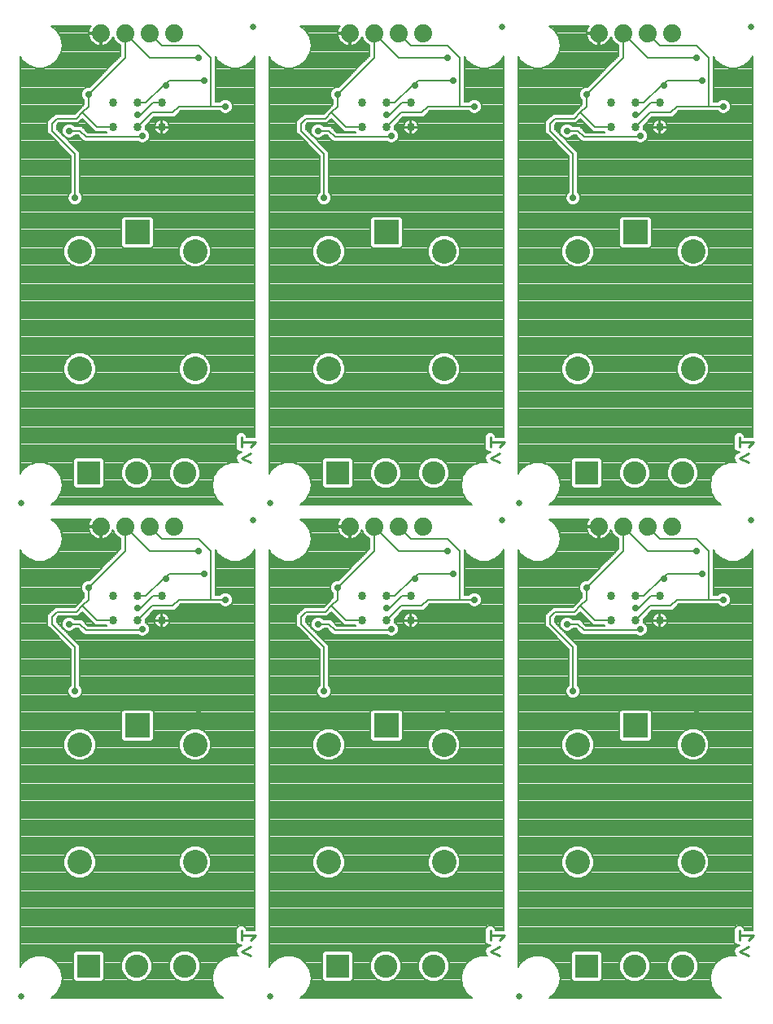
<source format=gbl>
G75*
%MOIN*%
%OFA0B0*%
%FSLAX25Y25*%
%IPPOS*%
%LPD*%
%AMOC8*
5,1,8,0,0,1.08239X$1,22.5*
%
%ADD10C,0.01100*%
%ADD11R,0.10000X0.10000*%
%ADD12C,0.10000*%
%ADD13C,0.02500*%
%ADD14C,0.03400*%
%ADD15R,0.09500X0.09500*%
%ADD16C,0.09500*%
%ADD17C,0.07400*%
%ADD18C,0.00700*%
%ADD19C,0.02900*%
D10*
X0119050Y0047573D02*
X0122987Y0049541D01*
X0122987Y0052050D02*
X0124955Y0054018D01*
X0119050Y0054018D01*
X0119050Y0052050D02*
X0119050Y0055987D01*
X0119050Y0047573D02*
X0122987Y0045605D01*
X0221050Y0047573D02*
X0224987Y0049541D01*
X0224987Y0052050D02*
X0226955Y0054018D01*
X0221050Y0054018D01*
X0221050Y0052050D02*
X0221050Y0055987D01*
X0221050Y0047573D02*
X0224987Y0045605D01*
X0323050Y0047573D02*
X0326987Y0049541D01*
X0326987Y0052050D02*
X0328955Y0054018D01*
X0323050Y0054018D01*
X0323050Y0052050D02*
X0323050Y0055987D01*
X0323050Y0047573D02*
X0326987Y0045605D01*
X0326987Y0247605D02*
X0323050Y0249573D01*
X0326987Y0251541D01*
X0326987Y0254050D02*
X0328955Y0256018D01*
X0323050Y0256018D01*
X0323050Y0254050D02*
X0323050Y0257987D01*
X0226955Y0256018D02*
X0221050Y0256018D01*
X0221050Y0254050D02*
X0221050Y0257987D01*
X0224987Y0254050D02*
X0226955Y0256018D01*
X0224987Y0251541D02*
X0221050Y0249573D01*
X0224987Y0247605D01*
X0124955Y0256018D02*
X0119050Y0256018D01*
X0119050Y0254050D02*
X0119050Y0257987D01*
X0122987Y0254050D02*
X0124955Y0256018D01*
X0122987Y0251541D02*
X0119050Y0249573D01*
X0122987Y0247605D01*
D11*
X0076520Y0342043D03*
X0178520Y0342043D03*
X0280520Y0342043D03*
X0280520Y0140043D03*
X0178520Y0140043D03*
X0076520Y0140043D03*
D12*
X0100142Y0132169D03*
X0100142Y0084138D03*
X0052898Y0084138D03*
X0052898Y0132169D03*
X0154898Y0132169D03*
X0154898Y0084138D03*
X0202142Y0084138D03*
X0202142Y0132169D03*
X0256898Y0132169D03*
X0256898Y0084138D03*
X0304142Y0084138D03*
X0304142Y0132169D03*
X0304142Y0286138D03*
X0304142Y0334169D03*
X0256898Y0334169D03*
X0256898Y0286138D03*
X0202142Y0286138D03*
X0202142Y0334169D03*
X0154898Y0334169D03*
X0154898Y0286138D03*
X0100142Y0286138D03*
X0100142Y0334169D03*
X0052898Y0334169D03*
X0052898Y0286138D03*
D13*
X0029000Y0029000D03*
X0131000Y0029000D03*
X0233000Y0029000D03*
X0226000Y0224000D03*
X0233000Y0231000D03*
X0328000Y0224000D03*
X0328000Y0426000D03*
X0226000Y0426000D03*
X0124000Y0426000D03*
X0131000Y0231000D03*
X0124000Y0224000D03*
X0029000Y0231000D03*
D14*
X0066500Y0193000D03*
X0076500Y0193000D03*
X0076500Y0183000D03*
X0066500Y0183000D03*
X0086500Y0183000D03*
X0086500Y0193000D03*
X0168500Y0193000D03*
X0178500Y0193000D03*
X0178500Y0183000D03*
X0168500Y0183000D03*
X0188500Y0183000D03*
X0188500Y0193000D03*
X0270500Y0193000D03*
X0280500Y0193000D03*
X0280500Y0183000D03*
X0270500Y0183000D03*
X0290500Y0183000D03*
X0290500Y0193000D03*
X0290500Y0385000D03*
X0290500Y0395000D03*
X0280500Y0395000D03*
X0280500Y0385000D03*
X0270500Y0385000D03*
X0270500Y0395000D03*
X0188500Y0395000D03*
X0188500Y0385000D03*
X0178500Y0385000D03*
X0178500Y0395000D03*
X0168500Y0395000D03*
X0168500Y0385000D03*
X0086500Y0385000D03*
X0086500Y0395000D03*
X0076500Y0395000D03*
X0076500Y0385000D03*
X0066500Y0385000D03*
X0066500Y0395000D03*
D15*
X0056500Y0243500D03*
X0158500Y0243500D03*
X0260500Y0243500D03*
X0260500Y0041500D03*
X0158500Y0041500D03*
X0056500Y0041500D03*
D16*
X0076185Y0041500D03*
X0095870Y0041500D03*
X0178185Y0041500D03*
X0197870Y0041500D03*
X0280185Y0041500D03*
X0299870Y0041500D03*
X0299870Y0243500D03*
X0280185Y0243500D03*
X0197870Y0243500D03*
X0178185Y0243500D03*
X0095870Y0243500D03*
X0076185Y0243500D03*
D17*
X0071500Y0221500D03*
X0061500Y0221500D03*
X0081500Y0221500D03*
X0091500Y0221500D03*
X0163500Y0221500D03*
X0173500Y0221500D03*
X0183500Y0221500D03*
X0193500Y0221500D03*
X0265500Y0221500D03*
X0275500Y0221500D03*
X0285500Y0221500D03*
X0295500Y0221500D03*
X0295500Y0423500D03*
X0285500Y0423500D03*
X0275500Y0423500D03*
X0265500Y0423500D03*
X0193500Y0423500D03*
X0183500Y0423500D03*
X0173500Y0423500D03*
X0163500Y0423500D03*
X0091500Y0423500D03*
X0081500Y0423500D03*
X0071500Y0423500D03*
X0061500Y0423500D03*
D18*
X0061150Y0423254D02*
X0044436Y0423254D01*
X0044839Y0422556D02*
X0056537Y0422556D01*
X0056574Y0422317D02*
X0056450Y0423103D01*
X0056450Y0423150D01*
X0061150Y0423150D01*
X0061850Y0423150D01*
X0061850Y0418450D01*
X0061897Y0418450D01*
X0062683Y0418574D01*
X0063439Y0418820D01*
X0064147Y0419181D01*
X0064790Y0419648D01*
X0065352Y0420210D01*
X0065819Y0420853D01*
X0066180Y0421561D01*
X0066374Y0422157D01*
X0067049Y0420526D01*
X0068526Y0419049D01*
X0069600Y0418604D01*
X0069600Y0414287D01*
X0056813Y0401500D01*
X0055903Y0401500D01*
X0054801Y0401043D01*
X0053957Y0400199D01*
X0053500Y0399097D01*
X0053500Y0397903D01*
X0053957Y0396801D01*
X0054600Y0396157D01*
X0054600Y0394287D01*
X0053213Y0392900D01*
X0052100Y0391787D01*
X0050713Y0390400D01*
X0044287Y0390400D01*
X0042713Y0390400D01*
X0039600Y0387287D01*
X0039600Y0382713D01*
X0040713Y0381600D01*
X0049100Y0373213D01*
X0049100Y0358343D01*
X0048457Y0357699D01*
X0048000Y0356597D01*
X0048000Y0355403D01*
X0048457Y0354301D01*
X0049301Y0353457D01*
X0050403Y0353000D01*
X0051597Y0353000D01*
X0052699Y0353457D01*
X0053543Y0354301D01*
X0054000Y0355403D01*
X0054000Y0356597D01*
X0053543Y0357699D01*
X0052900Y0358343D01*
X0052900Y0374787D01*
X0051787Y0375900D01*
X0043400Y0384287D01*
X0043400Y0385713D01*
X0044287Y0386600D01*
X0052287Y0386600D01*
X0054000Y0388313D01*
X0059213Y0383100D01*
X0063804Y0383100D01*
X0064004Y0382900D01*
X0056287Y0382900D01*
X0053787Y0385400D01*
X0050843Y0385400D01*
X0050199Y0386043D01*
X0049097Y0386500D01*
X0047903Y0386500D01*
X0046801Y0386043D01*
X0045957Y0385199D01*
X0045500Y0384097D01*
X0045500Y0382903D01*
X0045957Y0381801D01*
X0046801Y0380957D01*
X0047903Y0380500D01*
X0049097Y0380500D01*
X0050199Y0380957D01*
X0050843Y0381600D01*
X0052213Y0381600D01*
X0053600Y0380213D01*
X0054713Y0379100D01*
X0076657Y0379100D01*
X0076801Y0378957D01*
X0077903Y0378500D01*
X0079097Y0378500D01*
X0080199Y0378957D01*
X0081043Y0379801D01*
X0081500Y0380903D01*
X0081500Y0382097D01*
X0081043Y0383199D01*
X0080199Y0384043D01*
X0079706Y0384248D01*
X0079750Y0384354D01*
X0079750Y0385563D01*
X0083287Y0389100D01*
X0091787Y0389100D01*
X0092900Y0390213D01*
X0094287Y0391600D01*
X0110157Y0391600D01*
X0110801Y0390957D01*
X0111903Y0390500D01*
X0113097Y0390500D01*
X0114199Y0390957D01*
X0115043Y0391801D01*
X0115500Y0392903D01*
X0115500Y0394097D01*
X0115043Y0395199D01*
X0114199Y0396043D01*
X0113097Y0396500D01*
X0111903Y0396500D01*
X0110801Y0396043D01*
X0110157Y0395400D01*
X0108400Y0395400D01*
X0108400Y0414030D01*
X0109305Y0412462D01*
X0111804Y0410366D01*
X0114869Y0409250D01*
X0118131Y0409250D01*
X0121196Y0410366D01*
X0121196Y0410366D01*
X0123695Y0412462D01*
X0123695Y0412462D01*
X0123695Y0412462D01*
X0124550Y0413943D01*
X0124550Y0258118D01*
X0121150Y0258118D01*
X0121150Y0258857D01*
X0119920Y0260087D01*
X0118180Y0260087D01*
X0116950Y0258857D01*
X0116950Y0253180D01*
X0118180Y0251950D01*
X0119109Y0251950D01*
X0118244Y0251518D01*
X0117561Y0251290D01*
X0117485Y0251138D01*
X0117333Y0251062D01*
X0117105Y0250379D01*
X0116783Y0249734D01*
X0116836Y0249573D01*
X0116783Y0249412D01*
X0117105Y0248767D01*
X0117333Y0248084D01*
X0117485Y0248008D01*
X0117561Y0247856D01*
X0117878Y0247750D01*
X0114869Y0247750D01*
X0111804Y0246634D01*
X0111804Y0246634D01*
X0109305Y0244537D01*
X0107674Y0241712D01*
X0107107Y0238500D01*
X0107674Y0235288D01*
X0107674Y0235287D01*
X0109305Y0232462D01*
X0111703Y0230450D01*
X0041297Y0230450D01*
X0043695Y0232462D01*
X0043695Y0232462D01*
X0043695Y0232462D01*
X0045326Y0235287D01*
X0045326Y0235288D01*
X0045893Y0238500D01*
X0045326Y0241712D01*
X0045326Y0241712D01*
X0043695Y0244537D01*
X0043695Y0244537D01*
X0041196Y0246634D01*
X0038131Y0247750D01*
X0034869Y0247750D01*
X0031804Y0246634D01*
X0031804Y0246634D01*
X0029305Y0244537D01*
X0028450Y0243057D01*
X0028450Y0413943D01*
X0029305Y0412462D01*
X0031804Y0410366D01*
X0034869Y0409250D01*
X0038131Y0409250D01*
X0041196Y0410366D01*
X0041196Y0410366D01*
X0043695Y0412462D01*
X0043695Y0412462D01*
X0043695Y0412462D01*
X0045326Y0415287D01*
X0045326Y0415288D01*
X0045893Y0418500D01*
X0045326Y0421712D01*
X0045326Y0421712D01*
X0043695Y0424537D01*
X0043695Y0424537D01*
X0041297Y0426550D01*
X0057474Y0426550D01*
X0057181Y0426147D01*
X0056820Y0425439D01*
X0056574Y0424683D01*
X0056450Y0423897D01*
X0056450Y0423850D01*
X0061150Y0423850D01*
X0061150Y0423150D01*
X0061150Y0418450D01*
X0061103Y0418450D01*
X0060317Y0418574D01*
X0059561Y0418820D01*
X0058853Y0419181D01*
X0058210Y0419648D01*
X0057648Y0420210D01*
X0057181Y0420853D01*
X0056820Y0421561D01*
X0056574Y0422317D01*
X0056724Y0421857D02*
X0045243Y0421857D01*
X0045424Y0421159D02*
X0057025Y0421159D01*
X0057466Y0420460D02*
X0045547Y0420460D01*
X0045670Y0419762D02*
X0058096Y0419762D01*
X0059084Y0419063D02*
X0045793Y0419063D01*
X0045893Y0418500D02*
X0045893Y0418500D01*
X0045869Y0418365D02*
X0069600Y0418365D01*
X0069600Y0417666D02*
X0045746Y0417666D01*
X0045623Y0416968D02*
X0069600Y0416968D01*
X0069600Y0416269D02*
X0045499Y0416269D01*
X0045376Y0415571D02*
X0069600Y0415571D01*
X0069600Y0414872D02*
X0045087Y0414872D01*
X0044683Y0414174D02*
X0069487Y0414174D01*
X0068788Y0413475D02*
X0044280Y0413475D01*
X0043877Y0412777D02*
X0068090Y0412777D01*
X0067391Y0412078D02*
X0043237Y0412078D01*
X0042405Y0411380D02*
X0066693Y0411380D01*
X0065994Y0410681D02*
X0041572Y0410681D01*
X0040144Y0409983D02*
X0065296Y0409983D01*
X0064597Y0409284D02*
X0038225Y0409284D01*
X0034775Y0409284D02*
X0028450Y0409284D01*
X0028450Y0408586D02*
X0063899Y0408586D01*
X0063200Y0407887D02*
X0028450Y0407887D01*
X0028450Y0407189D02*
X0062502Y0407189D01*
X0061803Y0406490D02*
X0028450Y0406490D01*
X0028450Y0405792D02*
X0061105Y0405792D01*
X0060406Y0405093D02*
X0028450Y0405093D01*
X0028450Y0404395D02*
X0059708Y0404395D01*
X0059009Y0403696D02*
X0028450Y0403696D01*
X0028450Y0402998D02*
X0058311Y0402998D01*
X0057612Y0402299D02*
X0028450Y0402299D01*
X0028450Y0401601D02*
X0056914Y0401601D01*
X0054659Y0400902D02*
X0028450Y0400902D01*
X0028450Y0400204D02*
X0053961Y0400204D01*
X0053669Y0399505D02*
X0028450Y0399505D01*
X0028450Y0398807D02*
X0053500Y0398807D01*
X0053500Y0398108D02*
X0028450Y0398108D01*
X0028450Y0397410D02*
X0053705Y0397410D01*
X0054046Y0396711D02*
X0028450Y0396711D01*
X0028450Y0396012D02*
X0054600Y0396012D01*
X0054600Y0395314D02*
X0028450Y0395314D01*
X0028450Y0394615D02*
X0054600Y0394615D01*
X0054230Y0393917D02*
X0028450Y0393917D01*
X0028450Y0393218D02*
X0053531Y0393218D01*
X0052833Y0392520D02*
X0028450Y0392520D01*
X0028450Y0391821D02*
X0052134Y0391821D01*
X0051436Y0391123D02*
X0028450Y0391123D01*
X0028450Y0390424D02*
X0050737Y0390424D01*
X0051500Y0388500D02*
X0054000Y0391000D01*
X0060000Y0385000D01*
X0066500Y0385000D01*
X0058874Y0383439D02*
X0055748Y0383439D01*
X0055049Y0384138D02*
X0058175Y0384138D01*
X0057477Y0384836D02*
X0054351Y0384836D01*
X0053000Y0383500D02*
X0055500Y0381000D01*
X0078000Y0381000D01*
X0078500Y0381500D01*
X0081233Y0382741D02*
X0084446Y0382741D01*
X0084556Y0382631D02*
X0085055Y0382297D01*
X0085610Y0382067D01*
X0086200Y0381950D01*
X0086350Y0381950D01*
X0086350Y0384850D01*
X0086650Y0384850D01*
X0086650Y0385150D01*
X0089550Y0385150D01*
X0089550Y0385300D01*
X0089433Y0385890D01*
X0089203Y0386445D01*
X0088869Y0386944D01*
X0088444Y0387369D01*
X0087945Y0387703D01*
X0087390Y0387933D01*
X0086800Y0388050D01*
X0086650Y0388050D01*
X0086650Y0385150D01*
X0086350Y0385150D01*
X0086350Y0388050D01*
X0086200Y0388050D01*
X0085610Y0387933D01*
X0085055Y0387703D01*
X0084556Y0387369D01*
X0084131Y0386944D01*
X0083797Y0386445D01*
X0083567Y0385890D01*
X0083450Y0385300D01*
X0083450Y0385150D01*
X0086350Y0385150D01*
X0086350Y0384850D01*
X0083450Y0384850D01*
X0083450Y0384700D01*
X0083567Y0384110D01*
X0083797Y0383555D01*
X0084131Y0383056D01*
X0084556Y0382631D01*
X0083875Y0383439D02*
X0080803Y0383439D01*
X0079971Y0384138D02*
X0083562Y0384138D01*
X0083450Y0384836D02*
X0079750Y0384836D01*
X0079750Y0385535D02*
X0083497Y0385535D01*
X0083710Y0386233D02*
X0080420Y0386233D01*
X0081119Y0386932D02*
X0084123Y0386932D01*
X0084947Y0387630D02*
X0081817Y0387630D01*
X0082516Y0388329D02*
X0124550Y0388329D01*
X0124550Y0389027D02*
X0083214Y0389027D01*
X0082500Y0391000D02*
X0091000Y0391000D01*
X0093500Y0393500D01*
X0106500Y0393500D01*
X0106500Y0413500D01*
X0101500Y0418500D01*
X0086500Y0418500D01*
X0081500Y0423500D01*
X0071500Y0423500D02*
X0071500Y0413500D01*
X0056500Y0398500D01*
X0056500Y0393500D01*
X0054000Y0391000D01*
X0053317Y0387630D02*
X0054683Y0387630D01*
X0055381Y0386932D02*
X0052619Y0386932D01*
X0051500Y0388500D02*
X0043500Y0388500D01*
X0041500Y0386500D01*
X0041500Y0383500D01*
X0051000Y0374000D01*
X0051000Y0356000D01*
X0053750Y0354800D02*
X0124550Y0354800D01*
X0124550Y0354102D02*
X0053344Y0354102D01*
X0052570Y0353403D02*
X0124550Y0353403D01*
X0124550Y0352705D02*
X0028450Y0352705D01*
X0028450Y0353403D02*
X0049430Y0353403D01*
X0048656Y0354102D02*
X0028450Y0354102D01*
X0028450Y0354800D02*
X0048250Y0354800D01*
X0048000Y0355499D02*
X0028450Y0355499D01*
X0028450Y0356197D02*
X0048000Y0356197D01*
X0048124Y0356896D02*
X0028450Y0356896D01*
X0028450Y0357594D02*
X0048413Y0357594D01*
X0049050Y0358293D02*
X0028450Y0358293D01*
X0028450Y0358991D02*
X0049100Y0358991D01*
X0049100Y0359690D02*
X0028450Y0359690D01*
X0028450Y0360388D02*
X0049100Y0360388D01*
X0049100Y0361087D02*
X0028450Y0361087D01*
X0028450Y0361785D02*
X0049100Y0361785D01*
X0049100Y0362484D02*
X0028450Y0362484D01*
X0028450Y0363182D02*
X0049100Y0363182D01*
X0049100Y0363881D02*
X0028450Y0363881D01*
X0028450Y0364579D02*
X0049100Y0364579D01*
X0049100Y0365278D02*
X0028450Y0365278D01*
X0028450Y0365977D02*
X0049100Y0365977D01*
X0049100Y0366675D02*
X0028450Y0366675D01*
X0028450Y0367374D02*
X0049100Y0367374D01*
X0049100Y0368072D02*
X0028450Y0368072D01*
X0028450Y0368771D02*
X0049100Y0368771D01*
X0049100Y0369469D02*
X0028450Y0369469D01*
X0028450Y0370168D02*
X0049100Y0370168D01*
X0049100Y0370866D02*
X0028450Y0370866D01*
X0028450Y0371565D02*
X0049100Y0371565D01*
X0049100Y0372263D02*
X0028450Y0372263D01*
X0028450Y0372962D02*
X0049100Y0372962D01*
X0048653Y0373660D02*
X0028450Y0373660D01*
X0028450Y0374359D02*
X0047954Y0374359D01*
X0047256Y0375057D02*
X0028450Y0375057D01*
X0028450Y0375756D02*
X0046557Y0375756D01*
X0045859Y0376454D02*
X0028450Y0376454D01*
X0028450Y0377153D02*
X0045160Y0377153D01*
X0044462Y0377851D02*
X0028450Y0377851D01*
X0028450Y0378550D02*
X0043763Y0378550D01*
X0043065Y0379248D02*
X0028450Y0379248D01*
X0028450Y0379947D02*
X0042366Y0379947D01*
X0041668Y0380645D02*
X0028450Y0380645D01*
X0028450Y0381344D02*
X0040969Y0381344D01*
X0040271Y0382042D02*
X0028450Y0382042D01*
X0028450Y0382741D02*
X0039600Y0382741D01*
X0039600Y0383439D02*
X0028450Y0383439D01*
X0028450Y0384138D02*
X0039600Y0384138D01*
X0039600Y0384836D02*
X0028450Y0384836D01*
X0028450Y0385535D02*
X0039600Y0385535D01*
X0039600Y0386233D02*
X0028450Y0386233D01*
X0028450Y0386932D02*
X0039600Y0386932D01*
X0039943Y0387630D02*
X0028450Y0387630D01*
X0028450Y0388329D02*
X0040642Y0388329D01*
X0041340Y0389027D02*
X0028450Y0389027D01*
X0028450Y0389726D02*
X0042039Y0389726D01*
X0043920Y0386233D02*
X0047259Y0386233D01*
X0046292Y0385535D02*
X0043400Y0385535D01*
X0043400Y0384836D02*
X0045806Y0384836D01*
X0045517Y0384138D02*
X0043549Y0384138D01*
X0044248Y0383439D02*
X0045500Y0383439D01*
X0045567Y0382741D02*
X0044946Y0382741D01*
X0045645Y0382042D02*
X0045857Y0382042D01*
X0046343Y0381344D02*
X0046414Y0381344D01*
X0047042Y0380645D02*
X0047553Y0380645D01*
X0047740Y0379947D02*
X0053866Y0379947D01*
X0053168Y0380645D02*
X0049447Y0380645D01*
X0050586Y0381344D02*
X0052469Y0381344D01*
X0053000Y0383500D02*
X0048500Y0383500D01*
X0049741Y0386233D02*
X0056080Y0386233D01*
X0056778Y0385535D02*
X0050708Y0385535D01*
X0048439Y0379248D02*
X0054565Y0379248D01*
X0051233Y0376454D02*
X0124550Y0376454D01*
X0124550Y0375756D02*
X0051931Y0375756D01*
X0052630Y0375057D02*
X0124550Y0375057D01*
X0124550Y0374359D02*
X0052900Y0374359D01*
X0052900Y0373660D02*
X0124550Y0373660D01*
X0124550Y0372962D02*
X0052900Y0372962D01*
X0052900Y0372263D02*
X0124550Y0372263D01*
X0124550Y0371565D02*
X0052900Y0371565D01*
X0052900Y0370866D02*
X0124550Y0370866D01*
X0124550Y0370168D02*
X0052900Y0370168D01*
X0052900Y0369469D02*
X0124550Y0369469D01*
X0124550Y0368771D02*
X0052900Y0368771D01*
X0052900Y0368072D02*
X0124550Y0368072D01*
X0124550Y0367374D02*
X0052900Y0367374D01*
X0052900Y0366675D02*
X0124550Y0366675D01*
X0124550Y0365977D02*
X0052900Y0365977D01*
X0052900Y0365278D02*
X0124550Y0365278D01*
X0124550Y0364579D02*
X0052900Y0364579D01*
X0052900Y0363881D02*
X0124550Y0363881D01*
X0124550Y0363182D02*
X0052900Y0363182D01*
X0052900Y0362484D02*
X0124550Y0362484D01*
X0124550Y0361785D02*
X0052900Y0361785D01*
X0052900Y0361087D02*
X0124550Y0361087D01*
X0124550Y0360388D02*
X0052900Y0360388D01*
X0052900Y0359690D02*
X0124550Y0359690D01*
X0124550Y0358991D02*
X0052900Y0358991D01*
X0052950Y0358293D02*
X0124550Y0358293D01*
X0124550Y0357594D02*
X0053587Y0357594D01*
X0053876Y0356896D02*
X0124550Y0356896D01*
X0124550Y0356197D02*
X0054000Y0356197D01*
X0054000Y0355499D02*
X0124550Y0355499D01*
X0124550Y0352006D02*
X0028450Y0352006D01*
X0028450Y0351308D02*
X0124550Y0351308D01*
X0124550Y0350609D02*
X0028450Y0350609D01*
X0028450Y0349911D02*
X0124550Y0349911D01*
X0124550Y0349212D02*
X0028450Y0349212D01*
X0028450Y0348514D02*
X0070798Y0348514D01*
X0070878Y0348593D02*
X0069970Y0347685D01*
X0069970Y0336401D01*
X0070878Y0335493D01*
X0082162Y0335493D01*
X0083070Y0336401D01*
X0083070Y0347685D01*
X0082162Y0348593D01*
X0070878Y0348593D01*
X0070100Y0347815D02*
X0028450Y0347815D01*
X0028450Y0347117D02*
X0069970Y0347117D01*
X0069970Y0346418D02*
X0028450Y0346418D01*
X0028450Y0345720D02*
X0069970Y0345720D01*
X0069970Y0345021D02*
X0028450Y0345021D01*
X0028450Y0344323D02*
X0069970Y0344323D01*
X0069970Y0343624D02*
X0028450Y0343624D01*
X0028450Y0342926D02*
X0069970Y0342926D01*
X0069970Y0342227D02*
X0028450Y0342227D01*
X0028450Y0341529D02*
X0069970Y0341529D01*
X0069970Y0340830D02*
X0028450Y0340830D01*
X0028450Y0340132D02*
X0050176Y0340132D01*
X0049187Y0339722D02*
X0047345Y0337880D01*
X0046348Y0335472D01*
X0046348Y0332866D01*
X0047345Y0330459D01*
X0049187Y0328616D01*
X0051595Y0327619D01*
X0054201Y0327619D01*
X0056608Y0328616D01*
X0058450Y0330459D01*
X0059448Y0332866D01*
X0059448Y0335472D01*
X0058450Y0337880D01*
X0056608Y0339722D01*
X0054201Y0340719D01*
X0051595Y0340719D01*
X0049187Y0339722D01*
X0048898Y0339433D02*
X0028450Y0339433D01*
X0028450Y0338735D02*
X0048200Y0338735D01*
X0047501Y0338036D02*
X0028450Y0338036D01*
X0028450Y0337338D02*
X0047120Y0337338D01*
X0046831Y0336639D02*
X0028450Y0336639D01*
X0028450Y0335941D02*
X0046542Y0335941D01*
X0046348Y0335242D02*
X0028450Y0335242D01*
X0028450Y0334543D02*
X0046348Y0334543D01*
X0046348Y0333845D02*
X0028450Y0333845D01*
X0028450Y0333146D02*
X0046348Y0333146D01*
X0046521Y0332448D02*
X0028450Y0332448D01*
X0028450Y0331749D02*
X0046810Y0331749D01*
X0047100Y0331051D02*
X0028450Y0331051D01*
X0028450Y0330352D02*
X0047451Y0330352D01*
X0048150Y0329654D02*
X0028450Y0329654D01*
X0028450Y0328955D02*
X0048848Y0328955D01*
X0050055Y0328257D02*
X0028450Y0328257D01*
X0028450Y0327558D02*
X0124550Y0327558D01*
X0124550Y0326860D02*
X0028450Y0326860D01*
X0028450Y0326161D02*
X0124550Y0326161D01*
X0124550Y0325463D02*
X0028450Y0325463D01*
X0028450Y0324764D02*
X0124550Y0324764D01*
X0124550Y0324066D02*
X0028450Y0324066D01*
X0028450Y0323367D02*
X0124550Y0323367D01*
X0124550Y0322669D02*
X0028450Y0322669D01*
X0028450Y0321970D02*
X0124550Y0321970D01*
X0124550Y0321272D02*
X0028450Y0321272D01*
X0028450Y0320573D02*
X0124550Y0320573D01*
X0124550Y0319875D02*
X0028450Y0319875D01*
X0028450Y0319176D02*
X0124550Y0319176D01*
X0124550Y0318478D02*
X0028450Y0318478D01*
X0028450Y0317779D02*
X0124550Y0317779D01*
X0124550Y0317081D02*
X0028450Y0317081D01*
X0028450Y0316382D02*
X0124550Y0316382D01*
X0124550Y0315684D02*
X0028450Y0315684D01*
X0028450Y0314985D02*
X0124550Y0314985D01*
X0124550Y0314287D02*
X0028450Y0314287D01*
X0028450Y0313588D02*
X0124550Y0313588D01*
X0124550Y0312890D02*
X0028450Y0312890D01*
X0028450Y0312191D02*
X0124550Y0312191D01*
X0124550Y0311493D02*
X0028450Y0311493D01*
X0028450Y0310794D02*
X0124550Y0310794D01*
X0124550Y0310096D02*
X0028450Y0310096D01*
X0028450Y0309397D02*
X0124550Y0309397D01*
X0124550Y0308699D02*
X0028450Y0308699D01*
X0028450Y0308000D02*
X0124550Y0308000D01*
X0124550Y0307302D02*
X0028450Y0307302D01*
X0028450Y0306603D02*
X0124550Y0306603D01*
X0124550Y0305905D02*
X0028450Y0305905D01*
X0028450Y0305206D02*
X0124550Y0305206D01*
X0124550Y0304508D02*
X0028450Y0304508D01*
X0028450Y0303809D02*
X0124550Y0303809D01*
X0124550Y0303110D02*
X0028450Y0303110D01*
X0028450Y0302412D02*
X0124550Y0302412D01*
X0124550Y0301713D02*
X0028450Y0301713D01*
X0028450Y0301015D02*
X0124550Y0301015D01*
X0124550Y0300316D02*
X0028450Y0300316D01*
X0028450Y0299618D02*
X0124550Y0299618D01*
X0124550Y0298919D02*
X0028450Y0298919D01*
X0028450Y0298221D02*
X0124550Y0298221D01*
X0124550Y0297522D02*
X0028450Y0297522D01*
X0028450Y0296824D02*
X0124550Y0296824D01*
X0124550Y0296125D02*
X0028450Y0296125D01*
X0028450Y0295427D02*
X0124550Y0295427D01*
X0124550Y0294728D02*
X0028450Y0294728D01*
X0028450Y0294030D02*
X0124550Y0294030D01*
X0124550Y0293331D02*
X0028450Y0293331D01*
X0028450Y0292633D02*
X0051462Y0292633D01*
X0051595Y0292688D02*
X0049187Y0291691D01*
X0047345Y0289848D01*
X0046348Y0287441D01*
X0046348Y0284835D01*
X0047345Y0282428D01*
X0049187Y0280585D01*
X0051595Y0279588D01*
X0054201Y0279588D01*
X0056608Y0280585D01*
X0058450Y0282428D01*
X0059448Y0284835D01*
X0059448Y0287441D01*
X0058450Y0289848D01*
X0056608Y0291691D01*
X0054201Y0292688D01*
X0051595Y0292688D01*
X0049776Y0291934D02*
X0028450Y0291934D01*
X0028450Y0291236D02*
X0048733Y0291236D01*
X0048034Y0290537D02*
X0028450Y0290537D01*
X0028450Y0289839D02*
X0047341Y0289839D01*
X0047052Y0289140D02*
X0028450Y0289140D01*
X0028450Y0288442D02*
X0046762Y0288442D01*
X0046473Y0287743D02*
X0028450Y0287743D01*
X0028450Y0287045D02*
X0046348Y0287045D01*
X0046348Y0286346D02*
X0028450Y0286346D01*
X0028450Y0285648D02*
X0046348Y0285648D01*
X0046348Y0284949D02*
X0028450Y0284949D01*
X0028450Y0284251D02*
X0046590Y0284251D01*
X0046879Y0283552D02*
X0028450Y0283552D01*
X0028450Y0282854D02*
X0047168Y0282854D01*
X0047617Y0282155D02*
X0028450Y0282155D01*
X0028450Y0281457D02*
X0048316Y0281457D01*
X0049014Y0280758D02*
X0028450Y0280758D01*
X0028450Y0280060D02*
X0050456Y0280060D01*
X0055340Y0280060D02*
X0097700Y0280060D01*
X0098839Y0279588D02*
X0096431Y0280585D01*
X0094589Y0282428D01*
X0093592Y0284835D01*
X0093592Y0287441D01*
X0094589Y0289848D01*
X0096431Y0291691D01*
X0098839Y0292688D01*
X0101445Y0292688D01*
X0103852Y0291691D01*
X0105695Y0289848D01*
X0106692Y0287441D01*
X0106692Y0284835D01*
X0105695Y0282428D01*
X0103852Y0280585D01*
X0101445Y0279588D01*
X0098839Y0279588D01*
X0096258Y0280758D02*
X0056781Y0280758D01*
X0057480Y0281457D02*
X0095560Y0281457D01*
X0094861Y0282155D02*
X0058178Y0282155D01*
X0058627Y0282854D02*
X0094412Y0282854D01*
X0094123Y0283552D02*
X0058916Y0283552D01*
X0059206Y0284251D02*
X0093834Y0284251D01*
X0093592Y0284949D02*
X0059448Y0284949D01*
X0059448Y0285648D02*
X0093592Y0285648D01*
X0093592Y0286346D02*
X0059448Y0286346D01*
X0059448Y0287045D02*
X0093592Y0287045D01*
X0093717Y0287743D02*
X0059322Y0287743D01*
X0059033Y0288442D02*
X0094006Y0288442D01*
X0094296Y0289140D02*
X0058744Y0289140D01*
X0058454Y0289839D02*
X0094585Y0289839D01*
X0095278Y0290537D02*
X0057761Y0290537D01*
X0057063Y0291236D02*
X0095977Y0291236D01*
X0097020Y0291934D02*
X0056020Y0291934D01*
X0054333Y0292633D02*
X0098706Y0292633D01*
X0101577Y0292633D02*
X0124550Y0292633D01*
X0124550Y0291934D02*
X0103264Y0291934D01*
X0104307Y0291236D02*
X0124550Y0291236D01*
X0124550Y0290537D02*
X0105005Y0290537D01*
X0105698Y0289839D02*
X0124550Y0289839D01*
X0124550Y0289140D02*
X0105988Y0289140D01*
X0106277Y0288442D02*
X0124550Y0288442D01*
X0124550Y0287743D02*
X0106566Y0287743D01*
X0106692Y0287045D02*
X0124550Y0287045D01*
X0124550Y0286346D02*
X0106692Y0286346D01*
X0106692Y0285648D02*
X0124550Y0285648D01*
X0124550Y0284949D02*
X0106692Y0284949D01*
X0106450Y0284251D02*
X0124550Y0284251D01*
X0124550Y0283552D02*
X0106160Y0283552D01*
X0105871Y0282854D02*
X0124550Y0282854D01*
X0124550Y0282155D02*
X0105422Y0282155D01*
X0104724Y0281457D02*
X0124550Y0281457D01*
X0124550Y0280758D02*
X0104025Y0280758D01*
X0102584Y0280060D02*
X0124550Y0280060D01*
X0124550Y0279361D02*
X0028450Y0279361D01*
X0028450Y0278663D02*
X0124550Y0278663D01*
X0124550Y0277964D02*
X0028450Y0277964D01*
X0028450Y0277266D02*
X0124550Y0277266D01*
X0124550Y0276567D02*
X0028450Y0276567D01*
X0028450Y0275869D02*
X0124550Y0275869D01*
X0124550Y0275170D02*
X0028450Y0275170D01*
X0028450Y0274472D02*
X0124550Y0274472D01*
X0124550Y0273773D02*
X0028450Y0273773D01*
X0028450Y0273074D02*
X0124550Y0273074D01*
X0124550Y0272376D02*
X0028450Y0272376D01*
X0028450Y0271677D02*
X0124550Y0271677D01*
X0124550Y0270979D02*
X0028450Y0270979D01*
X0028450Y0270280D02*
X0124550Y0270280D01*
X0124550Y0269582D02*
X0028450Y0269582D01*
X0028450Y0268883D02*
X0124550Y0268883D01*
X0124550Y0268185D02*
X0028450Y0268185D01*
X0028450Y0267486D02*
X0124550Y0267486D01*
X0124550Y0266788D02*
X0028450Y0266788D01*
X0028450Y0266089D02*
X0124550Y0266089D01*
X0124550Y0265391D02*
X0028450Y0265391D01*
X0028450Y0264692D02*
X0124550Y0264692D01*
X0124550Y0263994D02*
X0028450Y0263994D01*
X0028450Y0263295D02*
X0124550Y0263295D01*
X0124550Y0262597D02*
X0028450Y0262597D01*
X0028450Y0261898D02*
X0124550Y0261898D01*
X0124550Y0261200D02*
X0028450Y0261200D01*
X0028450Y0260501D02*
X0124550Y0260501D01*
X0124550Y0259803D02*
X0120204Y0259803D01*
X0120902Y0259104D02*
X0124550Y0259104D01*
X0124550Y0258406D02*
X0121150Y0258406D01*
X0117896Y0259803D02*
X0028450Y0259803D01*
X0028450Y0259104D02*
X0117198Y0259104D01*
X0116950Y0258406D02*
X0028450Y0258406D01*
X0028450Y0257707D02*
X0116950Y0257707D01*
X0116950Y0257009D02*
X0028450Y0257009D01*
X0028450Y0256310D02*
X0116950Y0256310D01*
X0116950Y0255612D02*
X0028450Y0255612D01*
X0028450Y0254913D02*
X0116950Y0254913D01*
X0116950Y0254215D02*
X0028450Y0254215D01*
X0028450Y0253516D02*
X0116950Y0253516D01*
X0117312Y0252818D02*
X0028450Y0252818D01*
X0028450Y0252119D02*
X0118011Y0252119D01*
X0117953Y0251421D02*
X0028450Y0251421D01*
X0028450Y0250722D02*
X0117220Y0250722D01*
X0116928Y0250024D02*
X0028450Y0250024D01*
X0028450Y0249325D02*
X0050633Y0249325D01*
X0050200Y0248892D02*
X0050200Y0238108D01*
X0051108Y0237200D01*
X0061892Y0237200D01*
X0062800Y0238108D01*
X0062800Y0248892D01*
X0061892Y0249800D01*
X0051108Y0249800D01*
X0050200Y0248892D01*
X0050200Y0248627D02*
X0028450Y0248627D01*
X0028450Y0247928D02*
X0050200Y0247928D01*
X0050200Y0247230D02*
X0039561Y0247230D01*
X0041196Y0246634D02*
X0041196Y0246634D01*
X0041319Y0246531D02*
X0050200Y0246531D01*
X0050200Y0245833D02*
X0042152Y0245833D01*
X0042984Y0245134D02*
X0050200Y0245134D01*
X0050200Y0244436D02*
X0043754Y0244436D01*
X0044157Y0243737D02*
X0050200Y0243737D01*
X0050200Y0243039D02*
X0044561Y0243039D01*
X0044964Y0242340D02*
X0050200Y0242340D01*
X0050200Y0241641D02*
X0045339Y0241641D01*
X0045462Y0240943D02*
X0050200Y0240943D01*
X0050200Y0240244D02*
X0045585Y0240244D01*
X0045708Y0239546D02*
X0050200Y0239546D01*
X0050200Y0238847D02*
X0045831Y0238847D01*
X0045893Y0238500D02*
X0045893Y0238500D01*
X0045831Y0238149D02*
X0050200Y0238149D01*
X0050858Y0237450D02*
X0045708Y0237450D01*
X0045584Y0236752D02*
X0107416Y0236752D01*
X0107292Y0237450D02*
X0097728Y0237450D01*
X0097123Y0237200D02*
X0099439Y0238159D01*
X0101211Y0239931D01*
X0102170Y0242247D01*
X0102170Y0244753D01*
X0101211Y0247069D01*
X0099439Y0248841D01*
X0097123Y0249800D01*
X0094617Y0249800D01*
X0092301Y0248841D01*
X0090529Y0247069D01*
X0089570Y0244753D01*
X0089570Y0242247D01*
X0090529Y0239931D01*
X0092301Y0238159D01*
X0094617Y0237200D01*
X0097123Y0237200D01*
X0099414Y0238149D02*
X0107169Y0238149D01*
X0107107Y0238500D02*
X0107107Y0238500D01*
X0107169Y0238847D02*
X0100127Y0238847D01*
X0100826Y0239546D02*
X0107292Y0239546D01*
X0107415Y0240244D02*
X0101341Y0240244D01*
X0101630Y0240943D02*
X0107538Y0240943D01*
X0107661Y0241641D02*
X0101919Y0241641D01*
X0102170Y0242340D02*
X0108036Y0242340D01*
X0107674Y0241712D02*
X0107674Y0241712D01*
X0108439Y0243039D02*
X0102170Y0243039D01*
X0102170Y0243737D02*
X0108843Y0243737D01*
X0109246Y0244436D02*
X0102170Y0244436D01*
X0102012Y0245134D02*
X0110016Y0245134D01*
X0109305Y0244537D02*
X0109305Y0244537D01*
X0109305Y0244537D01*
X0110848Y0245833D02*
X0101723Y0245833D01*
X0101434Y0246531D02*
X0111681Y0246531D01*
X0113439Y0247230D02*
X0101050Y0247230D01*
X0100352Y0247928D02*
X0117524Y0247928D01*
X0117152Y0248627D02*
X0099653Y0248627D01*
X0098270Y0249325D02*
X0116826Y0249325D01*
X0130450Y0249325D02*
X0152633Y0249325D01*
X0152200Y0248892D02*
X0152200Y0238108D01*
X0153108Y0237200D01*
X0163892Y0237200D01*
X0164800Y0238108D01*
X0164800Y0248892D01*
X0163892Y0249800D01*
X0153108Y0249800D01*
X0152200Y0248892D01*
X0152200Y0248627D02*
X0130450Y0248627D01*
X0130450Y0247928D02*
X0152200Y0247928D01*
X0152200Y0247230D02*
X0141561Y0247230D01*
X0140131Y0247750D02*
X0136869Y0247750D01*
X0133804Y0246634D01*
X0131305Y0244537D01*
X0130450Y0243057D01*
X0130450Y0413943D01*
X0131305Y0412462D01*
X0133804Y0410366D01*
X0136869Y0409250D01*
X0140131Y0409250D01*
X0143196Y0410366D01*
X0143196Y0410366D01*
X0145695Y0412462D01*
X0145695Y0412462D01*
X0145695Y0412462D01*
X0147326Y0415288D01*
X0147893Y0418500D01*
X0147326Y0421712D01*
X0145695Y0424537D01*
X0145695Y0424537D01*
X0143297Y0426550D01*
X0159474Y0426550D01*
X0159181Y0426147D01*
X0158820Y0425439D01*
X0158574Y0424683D01*
X0158450Y0423897D01*
X0158450Y0423850D01*
X0163150Y0423850D01*
X0163150Y0423150D01*
X0163850Y0423150D01*
X0163850Y0418450D01*
X0163897Y0418450D01*
X0164683Y0418574D01*
X0165439Y0418820D01*
X0166147Y0419181D01*
X0166790Y0419648D01*
X0167352Y0420210D01*
X0167819Y0420853D01*
X0168180Y0421561D01*
X0168374Y0422157D01*
X0169049Y0420526D01*
X0170526Y0419049D01*
X0171600Y0418604D01*
X0171600Y0414287D01*
X0158813Y0401500D01*
X0157903Y0401500D01*
X0156801Y0401043D01*
X0155957Y0400199D01*
X0155500Y0399097D01*
X0155500Y0397903D01*
X0155957Y0396801D01*
X0156600Y0396157D01*
X0156600Y0394287D01*
X0155213Y0392900D01*
X0154100Y0391787D01*
X0152713Y0390400D01*
X0146287Y0390400D01*
X0144713Y0390400D01*
X0141600Y0387287D01*
X0141600Y0382713D01*
X0142713Y0381600D01*
X0151100Y0373213D01*
X0151100Y0358343D01*
X0150457Y0357699D01*
X0150000Y0356597D01*
X0150000Y0355403D01*
X0150457Y0354301D01*
X0151301Y0353457D01*
X0152403Y0353000D01*
X0153597Y0353000D01*
X0154699Y0353457D01*
X0155543Y0354301D01*
X0156000Y0355403D01*
X0156000Y0356597D01*
X0155543Y0357699D01*
X0154900Y0358343D01*
X0154900Y0374787D01*
X0153787Y0375900D01*
X0145400Y0384287D01*
X0145400Y0385713D01*
X0146287Y0386600D01*
X0154287Y0386600D01*
X0156000Y0388313D01*
X0161213Y0383100D01*
X0165804Y0383100D01*
X0166004Y0382900D01*
X0158287Y0382900D01*
X0155787Y0385400D01*
X0152843Y0385400D01*
X0152199Y0386043D01*
X0151097Y0386500D01*
X0149903Y0386500D01*
X0148801Y0386043D01*
X0147957Y0385199D01*
X0147500Y0384097D01*
X0147500Y0382903D01*
X0147957Y0381801D01*
X0148801Y0380957D01*
X0149903Y0380500D01*
X0151097Y0380500D01*
X0152199Y0380957D01*
X0152843Y0381600D01*
X0154213Y0381600D01*
X0155600Y0380213D01*
X0156713Y0379100D01*
X0178657Y0379100D01*
X0178801Y0378957D01*
X0179903Y0378500D01*
X0181097Y0378500D01*
X0182199Y0378957D01*
X0183043Y0379801D01*
X0183500Y0380903D01*
X0183500Y0382097D01*
X0183043Y0383199D01*
X0182199Y0384043D01*
X0181706Y0384248D01*
X0181750Y0384354D01*
X0181750Y0385563D01*
X0185287Y0389100D01*
X0193787Y0389100D01*
X0194900Y0390213D01*
X0196287Y0391600D01*
X0212157Y0391600D01*
X0212801Y0390957D01*
X0213903Y0390500D01*
X0215097Y0390500D01*
X0216199Y0390957D01*
X0217043Y0391801D01*
X0217500Y0392903D01*
X0217500Y0394097D01*
X0217043Y0395199D01*
X0216199Y0396043D01*
X0215097Y0396500D01*
X0213903Y0396500D01*
X0212801Y0396043D01*
X0212157Y0395400D01*
X0210400Y0395400D01*
X0210400Y0414030D01*
X0211305Y0412462D01*
X0213804Y0410366D01*
X0216869Y0409250D01*
X0220131Y0409250D01*
X0223196Y0410366D01*
X0223196Y0410366D01*
X0225695Y0412462D01*
X0225695Y0412462D01*
X0225695Y0412462D01*
X0226550Y0413943D01*
X0226550Y0258118D01*
X0223150Y0258118D01*
X0223150Y0258857D01*
X0221920Y0260087D01*
X0220180Y0260087D01*
X0218950Y0258857D01*
X0218950Y0253180D01*
X0220180Y0251950D01*
X0221109Y0251950D01*
X0220244Y0251518D01*
X0219561Y0251290D01*
X0219485Y0251138D01*
X0219333Y0251062D01*
X0219105Y0250379D01*
X0218783Y0249734D01*
X0218836Y0249573D01*
X0218783Y0249412D01*
X0219105Y0248767D01*
X0219333Y0248084D01*
X0219485Y0248008D01*
X0219561Y0247856D01*
X0219878Y0247750D01*
X0216869Y0247750D01*
X0213804Y0246634D01*
X0213804Y0246634D01*
X0211305Y0244537D01*
X0209674Y0241712D01*
X0209107Y0238500D01*
X0209674Y0235288D01*
X0209674Y0235287D01*
X0211305Y0232462D01*
X0213703Y0230450D01*
X0143297Y0230450D01*
X0145695Y0232462D01*
X0145695Y0232462D01*
X0145695Y0232462D01*
X0147326Y0235287D01*
X0147326Y0235288D01*
X0147893Y0238500D01*
X0147326Y0241712D01*
X0147326Y0241712D01*
X0145695Y0244537D01*
X0145695Y0244537D01*
X0143196Y0246634D01*
X0140131Y0247750D01*
X0143196Y0246634D02*
X0143196Y0246634D01*
X0143319Y0246531D02*
X0152200Y0246531D01*
X0152200Y0245833D02*
X0144152Y0245833D01*
X0144984Y0245134D02*
X0152200Y0245134D01*
X0152200Y0244436D02*
X0145754Y0244436D01*
X0146157Y0243737D02*
X0152200Y0243737D01*
X0152200Y0243039D02*
X0146561Y0243039D01*
X0146964Y0242340D02*
X0152200Y0242340D01*
X0152200Y0241641D02*
X0147339Y0241641D01*
X0147462Y0240943D02*
X0152200Y0240943D01*
X0152200Y0240244D02*
X0147585Y0240244D01*
X0147708Y0239546D02*
X0152200Y0239546D01*
X0152200Y0238847D02*
X0147831Y0238847D01*
X0147893Y0238500D02*
X0147893Y0238500D01*
X0147831Y0238149D02*
X0152200Y0238149D01*
X0152858Y0237450D02*
X0147708Y0237450D01*
X0147584Y0236752D02*
X0209416Y0236752D01*
X0209292Y0237450D02*
X0199728Y0237450D01*
X0199123Y0237200D02*
X0201439Y0238159D01*
X0203211Y0239931D01*
X0204170Y0242247D01*
X0204170Y0244753D01*
X0203211Y0247069D01*
X0201439Y0248841D01*
X0199123Y0249800D01*
X0196617Y0249800D01*
X0194301Y0248841D01*
X0192529Y0247069D01*
X0191570Y0244753D01*
X0191570Y0242247D01*
X0192529Y0239931D01*
X0194301Y0238159D01*
X0196617Y0237200D01*
X0199123Y0237200D01*
X0201414Y0238149D02*
X0209169Y0238149D01*
X0209107Y0238500D02*
X0209107Y0238500D01*
X0209169Y0238847D02*
X0202127Y0238847D01*
X0202826Y0239546D02*
X0209292Y0239546D01*
X0209415Y0240244D02*
X0203341Y0240244D01*
X0203630Y0240943D02*
X0209538Y0240943D01*
X0209661Y0241641D02*
X0203919Y0241641D01*
X0204170Y0242340D02*
X0210036Y0242340D01*
X0209674Y0241712D02*
X0209674Y0241712D01*
X0210439Y0243039D02*
X0204170Y0243039D01*
X0204170Y0243737D02*
X0210843Y0243737D01*
X0211246Y0244436D02*
X0204170Y0244436D01*
X0204012Y0245134D02*
X0212016Y0245134D01*
X0211305Y0244537D02*
X0211305Y0244537D01*
X0211305Y0244537D01*
X0212848Y0245833D02*
X0203723Y0245833D01*
X0203434Y0246531D02*
X0213681Y0246531D01*
X0215439Y0247230D02*
X0203050Y0247230D01*
X0202352Y0247928D02*
X0219524Y0247928D01*
X0219152Y0248627D02*
X0201653Y0248627D01*
X0200270Y0249325D02*
X0218826Y0249325D01*
X0218928Y0250024D02*
X0130450Y0250024D01*
X0130450Y0250722D02*
X0219220Y0250722D01*
X0219953Y0251421D02*
X0130450Y0251421D01*
X0130450Y0252119D02*
X0220011Y0252119D01*
X0219312Y0252818D02*
X0130450Y0252818D01*
X0130450Y0253516D02*
X0218950Y0253516D01*
X0218950Y0254215D02*
X0130450Y0254215D01*
X0130450Y0254913D02*
X0218950Y0254913D01*
X0218950Y0255612D02*
X0130450Y0255612D01*
X0130450Y0256310D02*
X0218950Y0256310D01*
X0218950Y0257009D02*
X0130450Y0257009D01*
X0130450Y0257707D02*
X0218950Y0257707D01*
X0218950Y0258406D02*
X0130450Y0258406D01*
X0130450Y0259104D02*
X0219198Y0259104D01*
X0219896Y0259803D02*
X0130450Y0259803D01*
X0130450Y0260501D02*
X0226550Y0260501D01*
X0226550Y0259803D02*
X0222204Y0259803D01*
X0222902Y0259104D02*
X0226550Y0259104D01*
X0226550Y0258406D02*
X0223150Y0258406D01*
X0226550Y0261200D02*
X0130450Y0261200D01*
X0130450Y0261898D02*
X0226550Y0261898D01*
X0226550Y0262597D02*
X0130450Y0262597D01*
X0130450Y0263295D02*
X0226550Y0263295D01*
X0226550Y0263994D02*
X0130450Y0263994D01*
X0130450Y0264692D02*
X0226550Y0264692D01*
X0226550Y0265391D02*
X0130450Y0265391D01*
X0130450Y0266089D02*
X0226550Y0266089D01*
X0226550Y0266788D02*
X0130450Y0266788D01*
X0130450Y0267486D02*
X0226550Y0267486D01*
X0226550Y0268185D02*
X0130450Y0268185D01*
X0130450Y0268883D02*
X0226550Y0268883D01*
X0226550Y0269582D02*
X0130450Y0269582D01*
X0130450Y0270280D02*
X0226550Y0270280D01*
X0226550Y0270979D02*
X0130450Y0270979D01*
X0130450Y0271677D02*
X0226550Y0271677D01*
X0226550Y0272376D02*
X0130450Y0272376D01*
X0130450Y0273074D02*
X0226550Y0273074D01*
X0226550Y0273773D02*
X0130450Y0273773D01*
X0130450Y0274472D02*
X0226550Y0274472D01*
X0226550Y0275170D02*
X0130450Y0275170D01*
X0130450Y0275869D02*
X0226550Y0275869D01*
X0226550Y0276567D02*
X0130450Y0276567D01*
X0130450Y0277266D02*
X0226550Y0277266D01*
X0226550Y0277964D02*
X0130450Y0277964D01*
X0130450Y0278663D02*
X0226550Y0278663D01*
X0226550Y0279361D02*
X0130450Y0279361D01*
X0130450Y0280060D02*
X0152456Y0280060D01*
X0153595Y0279588D02*
X0156201Y0279588D01*
X0158608Y0280585D01*
X0160450Y0282428D01*
X0161448Y0284835D01*
X0161448Y0287441D01*
X0160450Y0289848D01*
X0158608Y0291691D01*
X0156201Y0292688D01*
X0153595Y0292688D01*
X0151187Y0291691D01*
X0149345Y0289848D01*
X0148348Y0287441D01*
X0148348Y0284835D01*
X0149345Y0282428D01*
X0151187Y0280585D01*
X0153595Y0279588D01*
X0151014Y0280758D02*
X0130450Y0280758D01*
X0130450Y0281457D02*
X0150316Y0281457D01*
X0149617Y0282155D02*
X0130450Y0282155D01*
X0130450Y0282854D02*
X0149168Y0282854D01*
X0148879Y0283552D02*
X0130450Y0283552D01*
X0130450Y0284251D02*
X0148590Y0284251D01*
X0148348Y0284949D02*
X0130450Y0284949D01*
X0130450Y0285648D02*
X0148348Y0285648D01*
X0148348Y0286346D02*
X0130450Y0286346D01*
X0130450Y0287045D02*
X0148348Y0287045D01*
X0148473Y0287743D02*
X0130450Y0287743D01*
X0130450Y0288442D02*
X0148762Y0288442D01*
X0149052Y0289140D02*
X0130450Y0289140D01*
X0130450Y0289839D02*
X0149341Y0289839D01*
X0150034Y0290537D02*
X0130450Y0290537D01*
X0130450Y0291236D02*
X0150733Y0291236D01*
X0151776Y0291934D02*
X0130450Y0291934D01*
X0130450Y0292633D02*
X0153462Y0292633D01*
X0156333Y0292633D02*
X0200706Y0292633D01*
X0200839Y0292688D02*
X0198431Y0291691D01*
X0196589Y0289848D01*
X0195592Y0287441D01*
X0195592Y0284835D01*
X0196589Y0282428D01*
X0198431Y0280585D01*
X0200839Y0279588D01*
X0203445Y0279588D01*
X0205852Y0280585D01*
X0207695Y0282428D01*
X0208692Y0284835D01*
X0208692Y0287441D01*
X0207695Y0289848D01*
X0205852Y0291691D01*
X0203445Y0292688D01*
X0200839Y0292688D01*
X0199020Y0291934D02*
X0158020Y0291934D01*
X0159063Y0291236D02*
X0197977Y0291236D01*
X0197278Y0290537D02*
X0159761Y0290537D01*
X0160454Y0289839D02*
X0196585Y0289839D01*
X0196296Y0289140D02*
X0160744Y0289140D01*
X0161033Y0288442D02*
X0196006Y0288442D01*
X0195717Y0287743D02*
X0161322Y0287743D01*
X0161448Y0287045D02*
X0195592Y0287045D01*
X0195592Y0286346D02*
X0161448Y0286346D01*
X0161448Y0285648D02*
X0195592Y0285648D01*
X0195592Y0284949D02*
X0161448Y0284949D01*
X0161206Y0284251D02*
X0195834Y0284251D01*
X0196123Y0283552D02*
X0160916Y0283552D01*
X0160627Y0282854D02*
X0196412Y0282854D01*
X0196861Y0282155D02*
X0160178Y0282155D01*
X0159480Y0281457D02*
X0197560Y0281457D01*
X0198258Y0280758D02*
X0158781Y0280758D01*
X0157340Y0280060D02*
X0199700Y0280060D01*
X0204584Y0280060D02*
X0226550Y0280060D01*
X0226550Y0280758D02*
X0206025Y0280758D01*
X0206724Y0281457D02*
X0226550Y0281457D01*
X0226550Y0282155D02*
X0207422Y0282155D01*
X0207871Y0282854D02*
X0226550Y0282854D01*
X0226550Y0283552D02*
X0208160Y0283552D01*
X0208450Y0284251D02*
X0226550Y0284251D01*
X0226550Y0284949D02*
X0208692Y0284949D01*
X0208692Y0285648D02*
X0226550Y0285648D01*
X0226550Y0286346D02*
X0208692Y0286346D01*
X0208692Y0287045D02*
X0226550Y0287045D01*
X0226550Y0287743D02*
X0208566Y0287743D01*
X0208277Y0288442D02*
X0226550Y0288442D01*
X0226550Y0289140D02*
X0207988Y0289140D01*
X0207698Y0289839D02*
X0226550Y0289839D01*
X0226550Y0290537D02*
X0207005Y0290537D01*
X0206307Y0291236D02*
X0226550Y0291236D01*
X0226550Y0291934D02*
X0205264Y0291934D01*
X0203577Y0292633D02*
X0226550Y0292633D01*
X0226550Y0293331D02*
X0130450Y0293331D01*
X0130450Y0294030D02*
X0226550Y0294030D01*
X0226550Y0294728D02*
X0130450Y0294728D01*
X0130450Y0295427D02*
X0226550Y0295427D01*
X0226550Y0296125D02*
X0130450Y0296125D01*
X0130450Y0296824D02*
X0226550Y0296824D01*
X0226550Y0297522D02*
X0130450Y0297522D01*
X0130450Y0298221D02*
X0226550Y0298221D01*
X0226550Y0298919D02*
X0130450Y0298919D01*
X0130450Y0299618D02*
X0226550Y0299618D01*
X0226550Y0300316D02*
X0130450Y0300316D01*
X0130450Y0301015D02*
X0226550Y0301015D01*
X0226550Y0301713D02*
X0130450Y0301713D01*
X0130450Y0302412D02*
X0226550Y0302412D01*
X0226550Y0303110D02*
X0130450Y0303110D01*
X0130450Y0303809D02*
X0226550Y0303809D01*
X0226550Y0304508D02*
X0130450Y0304508D01*
X0130450Y0305206D02*
X0226550Y0305206D01*
X0226550Y0305905D02*
X0130450Y0305905D01*
X0130450Y0306603D02*
X0226550Y0306603D01*
X0226550Y0307302D02*
X0130450Y0307302D01*
X0130450Y0308000D02*
X0226550Y0308000D01*
X0226550Y0308699D02*
X0130450Y0308699D01*
X0130450Y0309397D02*
X0226550Y0309397D01*
X0226550Y0310096D02*
X0130450Y0310096D01*
X0130450Y0310794D02*
X0226550Y0310794D01*
X0226550Y0311493D02*
X0130450Y0311493D01*
X0130450Y0312191D02*
X0226550Y0312191D01*
X0226550Y0312890D02*
X0130450Y0312890D01*
X0130450Y0313588D02*
X0226550Y0313588D01*
X0226550Y0314287D02*
X0130450Y0314287D01*
X0130450Y0314985D02*
X0226550Y0314985D01*
X0226550Y0315684D02*
X0130450Y0315684D01*
X0130450Y0316382D02*
X0226550Y0316382D01*
X0226550Y0317081D02*
X0130450Y0317081D01*
X0130450Y0317779D02*
X0226550Y0317779D01*
X0226550Y0318478D02*
X0130450Y0318478D01*
X0130450Y0319176D02*
X0226550Y0319176D01*
X0226550Y0319875D02*
X0130450Y0319875D01*
X0130450Y0320573D02*
X0226550Y0320573D01*
X0226550Y0321272D02*
X0130450Y0321272D01*
X0130450Y0321970D02*
X0226550Y0321970D01*
X0226550Y0322669D02*
X0130450Y0322669D01*
X0130450Y0323367D02*
X0226550Y0323367D01*
X0226550Y0324066D02*
X0130450Y0324066D01*
X0130450Y0324764D02*
X0226550Y0324764D01*
X0226550Y0325463D02*
X0130450Y0325463D01*
X0130450Y0326161D02*
X0226550Y0326161D01*
X0226550Y0326860D02*
X0130450Y0326860D01*
X0130450Y0327558D02*
X0226550Y0327558D01*
X0226550Y0328257D02*
X0204984Y0328257D01*
X0205852Y0328616D02*
X0207695Y0330459D01*
X0208692Y0332866D01*
X0208692Y0335472D01*
X0207695Y0337880D01*
X0205852Y0339722D01*
X0203445Y0340719D01*
X0200839Y0340719D01*
X0198431Y0339722D01*
X0196589Y0337880D01*
X0195592Y0335472D01*
X0195592Y0332866D01*
X0196589Y0330459D01*
X0198431Y0328616D01*
X0200839Y0327619D01*
X0203445Y0327619D01*
X0205852Y0328616D01*
X0206191Y0328955D02*
X0226550Y0328955D01*
X0226550Y0329654D02*
X0206889Y0329654D01*
X0207588Y0330352D02*
X0226550Y0330352D01*
X0226550Y0331051D02*
X0207940Y0331051D01*
X0208229Y0331749D02*
X0226550Y0331749D01*
X0226550Y0332448D02*
X0208518Y0332448D01*
X0208692Y0333146D02*
X0226550Y0333146D01*
X0226550Y0333845D02*
X0208692Y0333845D01*
X0208692Y0334543D02*
X0226550Y0334543D01*
X0226550Y0335242D02*
X0208692Y0335242D01*
X0208498Y0335941D02*
X0226550Y0335941D01*
X0226550Y0336639D02*
X0208208Y0336639D01*
X0207919Y0337338D02*
X0226550Y0337338D01*
X0226550Y0338036D02*
X0207538Y0338036D01*
X0206840Y0338735D02*
X0226550Y0338735D01*
X0226550Y0339433D02*
X0206141Y0339433D01*
X0204863Y0340132D02*
X0226550Y0340132D01*
X0226550Y0340830D02*
X0185070Y0340830D01*
X0185070Y0340132D02*
X0199420Y0340132D01*
X0198142Y0339433D02*
X0185070Y0339433D01*
X0185070Y0338735D02*
X0197444Y0338735D01*
X0196745Y0338036D02*
X0185070Y0338036D01*
X0185070Y0337338D02*
X0196364Y0337338D01*
X0196075Y0336639D02*
X0185070Y0336639D01*
X0185070Y0336401D02*
X0185070Y0347685D01*
X0184162Y0348593D01*
X0172878Y0348593D01*
X0171970Y0347685D01*
X0171970Y0336401D01*
X0172878Y0335493D01*
X0184162Y0335493D01*
X0185070Y0336401D01*
X0184609Y0335941D02*
X0195786Y0335941D01*
X0195592Y0335242D02*
X0161448Y0335242D01*
X0161448Y0335472D02*
X0160450Y0337880D01*
X0158608Y0339722D01*
X0156201Y0340719D01*
X0153595Y0340719D01*
X0151187Y0339722D01*
X0149345Y0337880D01*
X0148348Y0335472D01*
X0148348Y0332866D01*
X0149345Y0330459D01*
X0151187Y0328616D01*
X0153595Y0327619D01*
X0156201Y0327619D01*
X0158608Y0328616D01*
X0160450Y0330459D01*
X0161448Y0332866D01*
X0161448Y0335472D01*
X0161254Y0335941D02*
X0172430Y0335941D01*
X0171970Y0336639D02*
X0160964Y0336639D01*
X0160675Y0337338D02*
X0171970Y0337338D01*
X0171970Y0338036D02*
X0160294Y0338036D01*
X0159595Y0338735D02*
X0171970Y0338735D01*
X0171970Y0339433D02*
X0158897Y0339433D01*
X0157619Y0340132D02*
X0171970Y0340132D01*
X0171970Y0340830D02*
X0130450Y0340830D01*
X0130450Y0340132D02*
X0152176Y0340132D01*
X0150898Y0339433D02*
X0130450Y0339433D01*
X0130450Y0338735D02*
X0150200Y0338735D01*
X0149501Y0338036D02*
X0130450Y0338036D01*
X0130450Y0337338D02*
X0149120Y0337338D01*
X0148831Y0336639D02*
X0130450Y0336639D01*
X0130450Y0335941D02*
X0148542Y0335941D01*
X0148348Y0335242D02*
X0130450Y0335242D01*
X0130450Y0334543D02*
X0148348Y0334543D01*
X0148348Y0333845D02*
X0130450Y0333845D01*
X0130450Y0333146D02*
X0148348Y0333146D01*
X0148521Y0332448D02*
X0130450Y0332448D01*
X0130450Y0331749D02*
X0148810Y0331749D01*
X0149100Y0331051D02*
X0130450Y0331051D01*
X0130450Y0330352D02*
X0149451Y0330352D01*
X0150150Y0329654D02*
X0130450Y0329654D01*
X0130450Y0328955D02*
X0150848Y0328955D01*
X0152055Y0328257D02*
X0130450Y0328257D01*
X0124550Y0328257D02*
X0102984Y0328257D01*
X0103852Y0328616D02*
X0105695Y0330459D01*
X0106692Y0332866D01*
X0106692Y0335472D01*
X0105695Y0337880D01*
X0103852Y0339722D01*
X0101445Y0340719D01*
X0098839Y0340719D01*
X0096431Y0339722D01*
X0094589Y0337880D01*
X0093592Y0335472D01*
X0093592Y0332866D01*
X0094589Y0330459D01*
X0096431Y0328616D01*
X0098839Y0327619D01*
X0101445Y0327619D01*
X0103852Y0328616D01*
X0104191Y0328955D02*
X0124550Y0328955D01*
X0124550Y0329654D02*
X0104889Y0329654D01*
X0105588Y0330352D02*
X0124550Y0330352D01*
X0124550Y0331051D02*
X0105940Y0331051D01*
X0106229Y0331749D02*
X0124550Y0331749D01*
X0124550Y0332448D02*
X0106518Y0332448D01*
X0106692Y0333146D02*
X0124550Y0333146D01*
X0124550Y0333845D02*
X0106692Y0333845D01*
X0106692Y0334543D02*
X0124550Y0334543D01*
X0124550Y0335242D02*
X0106692Y0335242D01*
X0106498Y0335941D02*
X0124550Y0335941D01*
X0124550Y0336639D02*
X0106208Y0336639D01*
X0105919Y0337338D02*
X0124550Y0337338D01*
X0124550Y0338036D02*
X0105538Y0338036D01*
X0104840Y0338735D02*
X0124550Y0338735D01*
X0124550Y0339433D02*
X0104141Y0339433D01*
X0102863Y0340132D02*
X0124550Y0340132D01*
X0124550Y0340830D02*
X0083070Y0340830D01*
X0083070Y0340132D02*
X0097420Y0340132D01*
X0096142Y0339433D02*
X0083070Y0339433D01*
X0083070Y0338735D02*
X0095444Y0338735D01*
X0094745Y0338036D02*
X0083070Y0338036D01*
X0083070Y0337338D02*
X0094364Y0337338D01*
X0094075Y0336639D02*
X0083070Y0336639D01*
X0082609Y0335941D02*
X0093786Y0335941D01*
X0093592Y0335242D02*
X0059448Y0335242D01*
X0059448Y0334543D02*
X0093592Y0334543D01*
X0093592Y0333845D02*
X0059448Y0333845D01*
X0059448Y0333146D02*
X0093592Y0333146D01*
X0093765Y0332448D02*
X0059274Y0332448D01*
X0058985Y0331749D02*
X0094054Y0331749D01*
X0094344Y0331051D02*
X0058696Y0331051D01*
X0058344Y0330352D02*
X0094695Y0330352D01*
X0095394Y0329654D02*
X0057645Y0329654D01*
X0056947Y0328955D02*
X0096093Y0328955D01*
X0097300Y0328257D02*
X0055740Y0328257D01*
X0059254Y0335941D02*
X0070430Y0335941D01*
X0069970Y0336639D02*
X0058964Y0336639D01*
X0058675Y0337338D02*
X0069970Y0337338D01*
X0069970Y0338036D02*
X0058294Y0338036D01*
X0057595Y0338735D02*
X0069970Y0338735D01*
X0069970Y0339433D02*
X0056897Y0339433D01*
X0055619Y0340132D02*
X0069970Y0340132D01*
X0083070Y0341529D02*
X0124550Y0341529D01*
X0124550Y0342227D02*
X0083070Y0342227D01*
X0083070Y0342926D02*
X0124550Y0342926D01*
X0124550Y0343624D02*
X0083070Y0343624D01*
X0083070Y0344323D02*
X0124550Y0344323D01*
X0124550Y0345021D02*
X0083070Y0345021D01*
X0083070Y0345720D02*
X0124550Y0345720D01*
X0124550Y0346418D02*
X0083070Y0346418D01*
X0083070Y0347117D02*
X0124550Y0347117D01*
X0124550Y0347815D02*
X0082940Y0347815D01*
X0082241Y0348514D02*
X0124550Y0348514D01*
X0130450Y0348514D02*
X0172798Y0348514D01*
X0172100Y0347815D02*
X0130450Y0347815D01*
X0130450Y0347117D02*
X0171970Y0347117D01*
X0171970Y0346418D02*
X0130450Y0346418D01*
X0130450Y0345720D02*
X0171970Y0345720D01*
X0171970Y0345021D02*
X0130450Y0345021D01*
X0130450Y0344323D02*
X0171970Y0344323D01*
X0171970Y0343624D02*
X0130450Y0343624D01*
X0130450Y0342926D02*
X0171970Y0342926D01*
X0171970Y0342227D02*
X0130450Y0342227D01*
X0130450Y0341529D02*
X0171970Y0341529D01*
X0161448Y0334543D02*
X0195592Y0334543D01*
X0195592Y0333845D02*
X0161448Y0333845D01*
X0161448Y0333146D02*
X0195592Y0333146D01*
X0195765Y0332448D02*
X0161274Y0332448D01*
X0160985Y0331749D02*
X0196054Y0331749D01*
X0196344Y0331051D02*
X0160696Y0331051D01*
X0160344Y0330352D02*
X0196695Y0330352D01*
X0197394Y0329654D02*
X0159645Y0329654D01*
X0158947Y0328955D02*
X0198093Y0328955D01*
X0199300Y0328257D02*
X0157740Y0328257D01*
X0154570Y0353403D02*
X0226550Y0353403D01*
X0226550Y0352705D02*
X0130450Y0352705D01*
X0130450Y0353403D02*
X0151430Y0353403D01*
X0150656Y0354102D02*
X0130450Y0354102D01*
X0130450Y0354800D02*
X0150250Y0354800D01*
X0150000Y0355499D02*
X0130450Y0355499D01*
X0130450Y0356197D02*
X0150000Y0356197D01*
X0150124Y0356896D02*
X0130450Y0356896D01*
X0130450Y0357594D02*
X0150413Y0357594D01*
X0151050Y0358293D02*
X0130450Y0358293D01*
X0130450Y0358991D02*
X0151100Y0358991D01*
X0151100Y0359690D02*
X0130450Y0359690D01*
X0130450Y0360388D02*
X0151100Y0360388D01*
X0151100Y0361087D02*
X0130450Y0361087D01*
X0130450Y0361785D02*
X0151100Y0361785D01*
X0151100Y0362484D02*
X0130450Y0362484D01*
X0130450Y0363182D02*
X0151100Y0363182D01*
X0151100Y0363881D02*
X0130450Y0363881D01*
X0130450Y0364579D02*
X0151100Y0364579D01*
X0151100Y0365278D02*
X0130450Y0365278D01*
X0130450Y0365977D02*
X0151100Y0365977D01*
X0151100Y0366675D02*
X0130450Y0366675D01*
X0130450Y0367374D02*
X0151100Y0367374D01*
X0151100Y0368072D02*
X0130450Y0368072D01*
X0130450Y0368771D02*
X0151100Y0368771D01*
X0151100Y0369469D02*
X0130450Y0369469D01*
X0130450Y0370168D02*
X0151100Y0370168D01*
X0151100Y0370866D02*
X0130450Y0370866D01*
X0130450Y0371565D02*
X0151100Y0371565D01*
X0151100Y0372263D02*
X0130450Y0372263D01*
X0130450Y0372962D02*
X0151100Y0372962D01*
X0150653Y0373660D02*
X0130450Y0373660D01*
X0130450Y0374359D02*
X0149954Y0374359D01*
X0149256Y0375057D02*
X0130450Y0375057D01*
X0130450Y0375756D02*
X0148557Y0375756D01*
X0147859Y0376454D02*
X0130450Y0376454D01*
X0130450Y0377153D02*
X0147160Y0377153D01*
X0146462Y0377851D02*
X0130450Y0377851D01*
X0130450Y0378550D02*
X0145763Y0378550D01*
X0145065Y0379248D02*
X0130450Y0379248D01*
X0130450Y0379947D02*
X0144366Y0379947D01*
X0143668Y0380645D02*
X0130450Y0380645D01*
X0130450Y0381344D02*
X0142969Y0381344D01*
X0142271Y0382042D02*
X0130450Y0382042D01*
X0130450Y0382741D02*
X0141600Y0382741D01*
X0141600Y0383439D02*
X0130450Y0383439D01*
X0130450Y0384138D02*
X0141600Y0384138D01*
X0141600Y0384836D02*
X0130450Y0384836D01*
X0130450Y0385535D02*
X0141600Y0385535D01*
X0141600Y0386233D02*
X0130450Y0386233D01*
X0130450Y0386932D02*
X0141600Y0386932D01*
X0141943Y0387630D02*
X0130450Y0387630D01*
X0130450Y0388329D02*
X0142642Y0388329D01*
X0143340Y0389027D02*
X0130450Y0389027D01*
X0130450Y0389726D02*
X0144039Y0389726D01*
X0145500Y0388500D02*
X0143500Y0386500D01*
X0143500Y0383500D01*
X0153000Y0374000D01*
X0153000Y0356000D01*
X0155750Y0354800D02*
X0226550Y0354800D01*
X0226550Y0354102D02*
X0155344Y0354102D01*
X0156000Y0355499D02*
X0226550Y0355499D01*
X0226550Y0356197D02*
X0156000Y0356197D01*
X0155876Y0356896D02*
X0226550Y0356896D01*
X0226550Y0357594D02*
X0155587Y0357594D01*
X0154950Y0358293D02*
X0226550Y0358293D01*
X0226550Y0358991D02*
X0154900Y0358991D01*
X0154900Y0359690D02*
X0226550Y0359690D01*
X0226550Y0360388D02*
X0154900Y0360388D01*
X0154900Y0361087D02*
X0226550Y0361087D01*
X0226550Y0361785D02*
X0154900Y0361785D01*
X0154900Y0362484D02*
X0226550Y0362484D01*
X0226550Y0363182D02*
X0154900Y0363182D01*
X0154900Y0363881D02*
X0226550Y0363881D01*
X0226550Y0364579D02*
X0154900Y0364579D01*
X0154900Y0365278D02*
X0226550Y0365278D01*
X0226550Y0365977D02*
X0154900Y0365977D01*
X0154900Y0366675D02*
X0226550Y0366675D01*
X0226550Y0367374D02*
X0154900Y0367374D01*
X0154900Y0368072D02*
X0226550Y0368072D01*
X0226550Y0368771D02*
X0154900Y0368771D01*
X0154900Y0369469D02*
X0226550Y0369469D01*
X0226550Y0370168D02*
X0154900Y0370168D01*
X0154900Y0370866D02*
X0226550Y0370866D01*
X0226550Y0371565D02*
X0154900Y0371565D01*
X0154900Y0372263D02*
X0226550Y0372263D01*
X0226550Y0372962D02*
X0154900Y0372962D01*
X0154900Y0373660D02*
X0226550Y0373660D01*
X0226550Y0374359D02*
X0154900Y0374359D01*
X0154630Y0375057D02*
X0226550Y0375057D01*
X0226550Y0375756D02*
X0153931Y0375756D01*
X0153233Y0376454D02*
X0226550Y0376454D01*
X0226550Y0377153D02*
X0152534Y0377153D01*
X0151836Y0377851D02*
X0226550Y0377851D01*
X0226550Y0378550D02*
X0181217Y0378550D01*
X0179783Y0378550D02*
X0151137Y0378550D01*
X0150439Y0379248D02*
X0156565Y0379248D01*
X0155866Y0379947D02*
X0149740Y0379947D01*
X0149553Y0380645D02*
X0149042Y0380645D01*
X0148414Y0381344D02*
X0148343Y0381344D01*
X0147857Y0382042D02*
X0147645Y0382042D01*
X0147567Y0382741D02*
X0146946Y0382741D01*
X0147500Y0383439D02*
X0146248Y0383439D01*
X0145549Y0384138D02*
X0147517Y0384138D01*
X0147806Y0384836D02*
X0145400Y0384836D01*
X0145400Y0385535D02*
X0148292Y0385535D01*
X0149259Y0386233D02*
X0145920Y0386233D01*
X0145500Y0388500D02*
X0153500Y0388500D01*
X0156000Y0391000D01*
X0162000Y0385000D01*
X0168500Y0385000D01*
X0160874Y0383439D02*
X0157748Y0383439D01*
X0157049Y0384138D02*
X0160175Y0384138D01*
X0159477Y0384836D02*
X0156351Y0384836D01*
X0155000Y0383500D02*
X0157500Y0381000D01*
X0180000Y0381000D01*
X0180500Y0381500D01*
X0183233Y0382741D02*
X0186446Y0382741D01*
X0186556Y0382631D02*
X0187055Y0382297D01*
X0187610Y0382067D01*
X0188200Y0381950D01*
X0188350Y0381950D01*
X0188350Y0384850D01*
X0188650Y0384850D01*
X0188650Y0385150D01*
X0191550Y0385150D01*
X0191550Y0385300D01*
X0191433Y0385890D01*
X0191203Y0386445D01*
X0190869Y0386944D01*
X0190444Y0387369D01*
X0189945Y0387703D01*
X0189390Y0387933D01*
X0188800Y0388050D01*
X0188650Y0388050D01*
X0188650Y0385150D01*
X0188350Y0385150D01*
X0188350Y0388050D01*
X0188200Y0388050D01*
X0187610Y0387933D01*
X0187055Y0387703D01*
X0186556Y0387369D01*
X0186131Y0386944D01*
X0185797Y0386445D01*
X0185567Y0385890D01*
X0185450Y0385300D01*
X0185450Y0385150D01*
X0188350Y0385150D01*
X0188350Y0384850D01*
X0185450Y0384850D01*
X0185450Y0384700D01*
X0185567Y0384110D01*
X0185797Y0383555D01*
X0186131Y0383056D01*
X0186556Y0382631D01*
X0185875Y0383439D02*
X0182803Y0383439D01*
X0181971Y0384138D02*
X0185562Y0384138D01*
X0185450Y0384836D02*
X0181750Y0384836D01*
X0181750Y0385535D02*
X0185497Y0385535D01*
X0185710Y0386233D02*
X0182420Y0386233D01*
X0183119Y0386932D02*
X0186123Y0386932D01*
X0186947Y0387630D02*
X0183817Y0387630D01*
X0184516Y0388329D02*
X0226550Y0388329D01*
X0226550Y0389027D02*
X0185214Y0389027D01*
X0184500Y0391000D02*
X0193000Y0391000D01*
X0195500Y0393500D01*
X0208500Y0393500D01*
X0208500Y0413500D01*
X0203500Y0418500D01*
X0188500Y0418500D01*
X0183500Y0423500D01*
X0173500Y0423500D02*
X0173500Y0413500D01*
X0158500Y0398500D01*
X0158500Y0393500D01*
X0156000Y0391000D01*
X0154833Y0392520D02*
X0130450Y0392520D01*
X0130450Y0393218D02*
X0155531Y0393218D01*
X0156230Y0393917D02*
X0130450Y0393917D01*
X0130450Y0394615D02*
X0156600Y0394615D01*
X0156600Y0395314D02*
X0130450Y0395314D01*
X0130450Y0396012D02*
X0156600Y0396012D01*
X0156046Y0396711D02*
X0130450Y0396711D01*
X0130450Y0397410D02*
X0155705Y0397410D01*
X0155500Y0398108D02*
X0130450Y0398108D01*
X0130450Y0398807D02*
X0155500Y0398807D01*
X0155669Y0399505D02*
X0130450Y0399505D01*
X0130450Y0400204D02*
X0155961Y0400204D01*
X0156659Y0400902D02*
X0130450Y0400902D01*
X0130450Y0401601D02*
X0158914Y0401601D01*
X0159612Y0402299D02*
X0130450Y0402299D01*
X0130450Y0402998D02*
X0160311Y0402998D01*
X0161009Y0403696D02*
X0130450Y0403696D01*
X0130450Y0404395D02*
X0161708Y0404395D01*
X0162406Y0405093D02*
X0130450Y0405093D01*
X0130450Y0405792D02*
X0163105Y0405792D01*
X0163803Y0406490D02*
X0130450Y0406490D01*
X0130450Y0407189D02*
X0164502Y0407189D01*
X0165200Y0407887D02*
X0130450Y0407887D01*
X0130450Y0408586D02*
X0165899Y0408586D01*
X0166597Y0409284D02*
X0140225Y0409284D01*
X0142144Y0409983D02*
X0167296Y0409983D01*
X0167994Y0410681D02*
X0143572Y0410681D01*
X0144405Y0411380D02*
X0168693Y0411380D01*
X0169391Y0412078D02*
X0145237Y0412078D01*
X0145877Y0412777D02*
X0170090Y0412777D01*
X0170788Y0413475D02*
X0146280Y0413475D01*
X0146683Y0414174D02*
X0171487Y0414174D01*
X0171600Y0414872D02*
X0147087Y0414872D01*
X0147376Y0415571D02*
X0171600Y0415571D01*
X0171600Y0416269D02*
X0147499Y0416269D01*
X0147623Y0416968D02*
X0171600Y0416968D01*
X0171600Y0417666D02*
X0147746Y0417666D01*
X0147869Y0418365D02*
X0171600Y0418365D01*
X0170512Y0419063D02*
X0165916Y0419063D01*
X0166904Y0419762D02*
X0169813Y0419762D01*
X0169115Y0420460D02*
X0167534Y0420460D01*
X0167975Y0421159D02*
X0168787Y0421159D01*
X0168498Y0421857D02*
X0168276Y0421857D01*
X0163850Y0421857D02*
X0163150Y0421857D01*
X0163150Y0421159D02*
X0163850Y0421159D01*
X0163850Y0420460D02*
X0163150Y0420460D01*
X0163150Y0419762D02*
X0163850Y0419762D01*
X0163850Y0419063D02*
X0163150Y0419063D01*
X0163150Y0418450D02*
X0163150Y0423150D01*
X0158450Y0423150D01*
X0158450Y0423103D01*
X0158574Y0422317D01*
X0158820Y0421561D01*
X0159181Y0420853D01*
X0159648Y0420210D01*
X0160210Y0419648D01*
X0160853Y0419181D01*
X0161561Y0418820D01*
X0162317Y0418574D01*
X0163103Y0418450D01*
X0163150Y0418450D01*
X0161084Y0419063D02*
X0147793Y0419063D01*
X0147670Y0419762D02*
X0160096Y0419762D01*
X0159466Y0420460D02*
X0147547Y0420460D01*
X0147424Y0421159D02*
X0159025Y0421159D01*
X0158724Y0421857D02*
X0147243Y0421857D01*
X0146839Y0422556D02*
X0158537Y0422556D01*
X0158459Y0423953D02*
X0146033Y0423953D01*
X0146436Y0423254D02*
X0163150Y0423254D01*
X0163150Y0422556D02*
X0163850Y0422556D01*
X0158569Y0424651D02*
X0145559Y0424651D01*
X0144727Y0425350D02*
X0158791Y0425350D01*
X0159131Y0426048D02*
X0143895Y0426048D01*
X0130720Y0413475D02*
X0130450Y0413475D01*
X0130450Y0412777D02*
X0131123Y0412777D01*
X0131305Y0412462D02*
X0131305Y0412462D01*
X0131763Y0412078D02*
X0130450Y0412078D01*
X0130450Y0411380D02*
X0132595Y0411380D01*
X0133428Y0410681D02*
X0130450Y0410681D01*
X0130450Y0409983D02*
X0134856Y0409983D01*
X0133804Y0410366D02*
X0133804Y0410366D01*
X0136775Y0409284D02*
X0130450Y0409284D01*
X0124550Y0409284D02*
X0118225Y0409284D01*
X0120144Y0409983D02*
X0124550Y0409983D01*
X0124550Y0410681D02*
X0121572Y0410681D01*
X0122405Y0411380D02*
X0124550Y0411380D01*
X0124550Y0412078D02*
X0123237Y0412078D01*
X0123877Y0412777D02*
X0124550Y0412777D01*
X0124550Y0413475D02*
X0124280Y0413475D01*
X0124550Y0408586D02*
X0108400Y0408586D01*
X0108400Y0409284D02*
X0114775Y0409284D01*
X0112856Y0409983D02*
X0108400Y0409983D01*
X0108400Y0410681D02*
X0111428Y0410681D01*
X0111804Y0410366D02*
X0111804Y0410366D01*
X0110595Y0411380D02*
X0108400Y0411380D01*
X0108400Y0412078D02*
X0109763Y0412078D01*
X0109305Y0412462D02*
X0109305Y0412462D01*
X0109123Y0412777D02*
X0108400Y0412777D01*
X0108400Y0413475D02*
X0108720Y0413475D01*
X0108400Y0407887D02*
X0124550Y0407887D01*
X0124550Y0407189D02*
X0108400Y0407189D01*
X0108400Y0406490D02*
X0124550Y0406490D01*
X0124550Y0405792D02*
X0108400Y0405792D01*
X0108400Y0405093D02*
X0124550Y0405093D01*
X0124550Y0404395D02*
X0108400Y0404395D01*
X0108400Y0403696D02*
X0124550Y0403696D01*
X0124550Y0402998D02*
X0108400Y0402998D01*
X0108400Y0402299D02*
X0124550Y0402299D01*
X0124550Y0401601D02*
X0108400Y0401601D01*
X0108400Y0400902D02*
X0124550Y0400902D01*
X0124550Y0400204D02*
X0108400Y0400204D01*
X0108400Y0399505D02*
X0124550Y0399505D01*
X0124550Y0398807D02*
X0108400Y0398807D01*
X0108400Y0398108D02*
X0124550Y0398108D01*
X0124550Y0397410D02*
X0108400Y0397410D01*
X0108400Y0396711D02*
X0124550Y0396711D01*
X0124550Y0396012D02*
X0114230Y0396012D01*
X0114929Y0395314D02*
X0124550Y0395314D01*
X0124550Y0394615D02*
X0115285Y0394615D01*
X0115500Y0393917D02*
X0124550Y0393917D01*
X0124550Y0393218D02*
X0115500Y0393218D01*
X0115341Y0392520D02*
X0124550Y0392520D01*
X0124550Y0391821D02*
X0115052Y0391821D01*
X0114366Y0391123D02*
X0124550Y0391123D01*
X0124550Y0390424D02*
X0093111Y0390424D01*
X0092413Y0389726D02*
X0124550Y0389726D01*
X0124550Y0387630D02*
X0088053Y0387630D01*
X0088877Y0386932D02*
X0124550Y0386932D01*
X0124550Y0386233D02*
X0089290Y0386233D01*
X0089503Y0385535D02*
X0124550Y0385535D01*
X0124550Y0384836D02*
X0089550Y0384836D01*
X0089550Y0384850D02*
X0086650Y0384850D01*
X0086650Y0381950D01*
X0086800Y0381950D01*
X0087390Y0382067D01*
X0087945Y0382297D01*
X0088444Y0382631D01*
X0088869Y0383056D01*
X0089203Y0383555D01*
X0089433Y0384110D01*
X0089550Y0384700D01*
X0089550Y0384850D01*
X0089438Y0384138D02*
X0124550Y0384138D01*
X0124550Y0383439D02*
X0089125Y0383439D01*
X0088554Y0382741D02*
X0124550Y0382741D01*
X0124550Y0382042D02*
X0087264Y0382042D01*
X0086650Y0382042D02*
X0086350Y0382042D01*
X0085736Y0382042D02*
X0081500Y0382042D01*
X0081500Y0381344D02*
X0124550Y0381344D01*
X0124550Y0380645D02*
X0081393Y0380645D01*
X0081104Y0379947D02*
X0124550Y0379947D01*
X0124550Y0379248D02*
X0080491Y0379248D01*
X0079217Y0378550D02*
X0124550Y0378550D01*
X0124550Y0377851D02*
X0049836Y0377851D01*
X0050534Y0377153D02*
X0124550Y0377153D01*
X0130450Y0390424D02*
X0152737Y0390424D01*
X0153436Y0391123D02*
X0130450Y0391123D01*
X0130450Y0391821D02*
X0154134Y0391821D01*
X0155317Y0387630D02*
X0156683Y0387630D01*
X0157381Y0386932D02*
X0154619Y0386932D01*
X0152708Y0385535D02*
X0158778Y0385535D01*
X0158080Y0386233D02*
X0151741Y0386233D01*
X0150500Y0383500D02*
X0155000Y0383500D01*
X0154469Y0381344D02*
X0152586Y0381344D01*
X0151447Y0380645D02*
X0155168Y0380645D01*
X0178500Y0385000D02*
X0184500Y0391000D01*
X0185000Y0395000D02*
X0180000Y0390000D01*
X0178500Y0390000D01*
X0178500Y0395000D02*
X0182000Y0395000D01*
X0189247Y0402247D01*
X0190234Y0402247D01*
X0190234Y0402734D01*
X0191500Y0404000D01*
X0206000Y0404000D01*
X0210400Y0403696D02*
X0226550Y0403696D01*
X0226550Y0402998D02*
X0210400Y0402998D01*
X0210400Y0402299D02*
X0226550Y0402299D01*
X0226550Y0401601D02*
X0210400Y0401601D01*
X0210400Y0400902D02*
X0226550Y0400902D01*
X0226550Y0400204D02*
X0210400Y0400204D01*
X0210400Y0399505D02*
X0226550Y0399505D01*
X0226550Y0398807D02*
X0210400Y0398807D01*
X0210400Y0398108D02*
X0226550Y0398108D01*
X0226550Y0397410D02*
X0210400Y0397410D01*
X0210400Y0396711D02*
X0226550Y0396711D01*
X0226550Y0396012D02*
X0216230Y0396012D01*
X0216929Y0395314D02*
X0226550Y0395314D01*
X0226550Y0394615D02*
X0217285Y0394615D01*
X0217500Y0393917D02*
X0226550Y0393917D01*
X0226550Y0393218D02*
X0217500Y0393218D01*
X0217341Y0392520D02*
X0226550Y0392520D01*
X0226550Y0391821D02*
X0217052Y0391821D01*
X0216366Y0391123D02*
X0226550Y0391123D01*
X0226550Y0390424D02*
X0195111Y0390424D01*
X0194413Y0389726D02*
X0226550Y0389726D01*
X0226550Y0387630D02*
X0190053Y0387630D01*
X0190877Y0386932D02*
X0226550Y0386932D01*
X0226550Y0386233D02*
X0191290Y0386233D01*
X0191503Y0385535D02*
X0226550Y0385535D01*
X0226550Y0384836D02*
X0191550Y0384836D01*
X0191550Y0384850D02*
X0188650Y0384850D01*
X0188650Y0381950D01*
X0188800Y0381950D01*
X0189390Y0382067D01*
X0189945Y0382297D01*
X0190444Y0382631D01*
X0190869Y0383056D01*
X0191203Y0383555D01*
X0191433Y0384110D01*
X0191550Y0384700D01*
X0191550Y0384850D01*
X0191438Y0384138D02*
X0226550Y0384138D01*
X0226550Y0383439D02*
X0191125Y0383439D01*
X0190554Y0382741D02*
X0226550Y0382741D01*
X0226550Y0382042D02*
X0189264Y0382042D01*
X0188650Y0382042D02*
X0188350Y0382042D01*
X0187736Y0382042D02*
X0183500Y0382042D01*
X0183500Y0381344D02*
X0226550Y0381344D01*
X0226550Y0380645D02*
X0183393Y0380645D01*
X0183104Y0379947D02*
X0226550Y0379947D01*
X0226550Y0379248D02*
X0182491Y0379248D01*
X0188350Y0382741D02*
X0188650Y0382741D01*
X0188650Y0383439D02*
X0188350Y0383439D01*
X0188350Y0384138D02*
X0188650Y0384138D01*
X0188650Y0384836D02*
X0188350Y0384836D01*
X0188350Y0385535D02*
X0188650Y0385535D01*
X0188650Y0386233D02*
X0188350Y0386233D01*
X0188350Y0386932D02*
X0188650Y0386932D01*
X0188650Y0387630D02*
X0188350Y0387630D01*
X0195810Y0391123D02*
X0212634Y0391123D01*
X0214500Y0393500D02*
X0208500Y0393500D01*
X0210400Y0396012D02*
X0212770Y0396012D01*
X0210400Y0404395D02*
X0226550Y0404395D01*
X0226550Y0405093D02*
X0210400Y0405093D01*
X0210400Y0405792D02*
X0226550Y0405792D01*
X0226550Y0406490D02*
X0210400Y0406490D01*
X0210400Y0407189D02*
X0226550Y0407189D01*
X0226550Y0407887D02*
X0210400Y0407887D01*
X0210400Y0408586D02*
X0226550Y0408586D01*
X0226550Y0409284D02*
X0220225Y0409284D01*
X0222144Y0409983D02*
X0226550Y0409983D01*
X0226550Y0410681D02*
X0223572Y0410681D01*
X0224405Y0411380D02*
X0226550Y0411380D01*
X0226550Y0412078D02*
X0225237Y0412078D01*
X0225877Y0412777D02*
X0226550Y0412777D01*
X0226550Y0413475D02*
X0226280Y0413475D01*
X0232450Y0413475D02*
X0232720Y0413475D01*
X0232450Y0413943D02*
X0233305Y0412462D01*
X0235804Y0410366D01*
X0238869Y0409250D01*
X0242131Y0409250D01*
X0245196Y0410366D01*
X0245196Y0410366D01*
X0247695Y0412462D01*
X0247695Y0412462D01*
X0247695Y0412462D01*
X0249326Y0415287D01*
X0249326Y0415288D01*
X0249893Y0418500D01*
X0249326Y0421712D01*
X0249326Y0421712D01*
X0247695Y0424537D01*
X0247695Y0424537D01*
X0245297Y0426550D01*
X0261474Y0426550D01*
X0261181Y0426147D01*
X0260820Y0425439D01*
X0260574Y0424683D01*
X0260450Y0423897D01*
X0260450Y0423850D01*
X0265150Y0423850D01*
X0265150Y0423150D01*
X0265850Y0423150D01*
X0265850Y0418450D01*
X0265897Y0418450D01*
X0266683Y0418574D01*
X0267439Y0418820D01*
X0268147Y0419181D01*
X0268790Y0419648D01*
X0269352Y0420210D01*
X0269819Y0420853D01*
X0270180Y0421561D01*
X0270374Y0422157D01*
X0271049Y0420526D01*
X0272526Y0419049D01*
X0273600Y0418604D01*
X0273600Y0414287D01*
X0260813Y0401500D01*
X0259903Y0401500D01*
X0258801Y0401043D01*
X0257957Y0400199D01*
X0257500Y0399097D01*
X0257500Y0397903D01*
X0257957Y0396801D01*
X0258600Y0396157D01*
X0258600Y0394287D01*
X0257213Y0392900D01*
X0256100Y0391787D01*
X0254713Y0390400D01*
X0248287Y0390400D01*
X0246713Y0390400D01*
X0243600Y0387287D01*
X0243600Y0382713D01*
X0244713Y0381600D01*
X0253100Y0373213D01*
X0253100Y0358343D01*
X0252457Y0357699D01*
X0252000Y0356597D01*
X0252000Y0355403D01*
X0252457Y0354301D01*
X0253301Y0353457D01*
X0254403Y0353000D01*
X0255597Y0353000D01*
X0256699Y0353457D01*
X0257543Y0354301D01*
X0258000Y0355403D01*
X0258000Y0356597D01*
X0257543Y0357699D01*
X0256900Y0358343D01*
X0256900Y0374787D01*
X0255787Y0375900D01*
X0247400Y0384287D01*
X0247400Y0385713D01*
X0248287Y0386600D01*
X0256287Y0386600D01*
X0258000Y0388313D01*
X0263213Y0383100D01*
X0267804Y0383100D01*
X0268004Y0382900D01*
X0260287Y0382900D01*
X0257787Y0385400D01*
X0254843Y0385400D01*
X0254199Y0386043D01*
X0253097Y0386500D01*
X0251903Y0386500D01*
X0250801Y0386043D01*
X0249957Y0385199D01*
X0249500Y0384097D01*
X0249500Y0382903D01*
X0249957Y0381801D01*
X0250801Y0380957D01*
X0251903Y0380500D01*
X0253097Y0380500D01*
X0254199Y0380957D01*
X0254843Y0381600D01*
X0256213Y0381600D01*
X0257600Y0380213D01*
X0258713Y0379100D01*
X0280657Y0379100D01*
X0280801Y0378957D01*
X0281903Y0378500D01*
X0283097Y0378500D01*
X0284199Y0378957D01*
X0285043Y0379801D01*
X0285500Y0380903D01*
X0285500Y0382097D01*
X0285043Y0383199D01*
X0284199Y0384043D01*
X0283706Y0384248D01*
X0283750Y0384354D01*
X0283750Y0385563D01*
X0287287Y0389100D01*
X0295787Y0389100D01*
X0296900Y0390213D01*
X0298287Y0391600D01*
X0314157Y0391600D01*
X0314801Y0390957D01*
X0315903Y0390500D01*
X0317097Y0390500D01*
X0318199Y0390957D01*
X0319043Y0391801D01*
X0319500Y0392903D01*
X0319500Y0394097D01*
X0319043Y0395199D01*
X0318199Y0396043D01*
X0317097Y0396500D01*
X0315903Y0396500D01*
X0314801Y0396043D01*
X0314157Y0395400D01*
X0312400Y0395400D01*
X0312400Y0414030D01*
X0313305Y0412462D01*
X0315804Y0410366D01*
X0318869Y0409250D01*
X0322131Y0409250D01*
X0325196Y0410366D01*
X0325196Y0410366D01*
X0327695Y0412462D01*
X0328550Y0413943D01*
X0328550Y0258118D01*
X0325150Y0258118D01*
X0325150Y0258857D01*
X0323920Y0260087D01*
X0322180Y0260087D01*
X0320950Y0258857D01*
X0320950Y0253180D01*
X0322180Y0251950D01*
X0323109Y0251950D01*
X0322244Y0251518D01*
X0321561Y0251290D01*
X0321485Y0251138D01*
X0321333Y0251062D01*
X0321105Y0250379D01*
X0320783Y0249734D01*
X0320836Y0249573D01*
X0320783Y0249412D01*
X0321105Y0248767D01*
X0321333Y0248084D01*
X0321485Y0248008D01*
X0321561Y0247856D01*
X0321878Y0247750D01*
X0318869Y0247750D01*
X0315804Y0246634D01*
X0313305Y0244537D01*
X0311674Y0241712D01*
X0311107Y0238500D01*
X0311674Y0235288D01*
X0311674Y0235287D01*
X0313305Y0232462D01*
X0315703Y0230450D01*
X0245297Y0230450D01*
X0247695Y0232462D01*
X0249326Y0235287D01*
X0249893Y0238500D01*
X0249326Y0241712D01*
X0249326Y0241712D01*
X0247695Y0244537D01*
X0247695Y0244537D01*
X0245196Y0246634D01*
X0242131Y0247750D01*
X0238869Y0247750D01*
X0235804Y0246634D01*
X0235804Y0246634D01*
X0233305Y0244537D01*
X0232450Y0243057D01*
X0232450Y0413943D01*
X0232450Y0412777D02*
X0233123Y0412777D01*
X0233305Y0412462D02*
X0233305Y0412462D01*
X0233763Y0412078D02*
X0232450Y0412078D01*
X0232450Y0411380D02*
X0234595Y0411380D01*
X0235428Y0410681D02*
X0232450Y0410681D01*
X0232450Y0409983D02*
X0236856Y0409983D01*
X0235804Y0410366D02*
X0235804Y0410366D01*
X0238775Y0409284D02*
X0232450Y0409284D01*
X0232450Y0408586D02*
X0267899Y0408586D01*
X0268597Y0409284D02*
X0242225Y0409284D01*
X0244144Y0409983D02*
X0269296Y0409983D01*
X0269994Y0410681D02*
X0245572Y0410681D01*
X0246405Y0411380D02*
X0270693Y0411380D01*
X0271391Y0412078D02*
X0247237Y0412078D01*
X0247877Y0412777D02*
X0272090Y0412777D01*
X0272788Y0413475D02*
X0248280Y0413475D01*
X0248683Y0414174D02*
X0273487Y0414174D01*
X0273600Y0414872D02*
X0249087Y0414872D01*
X0249376Y0415571D02*
X0273600Y0415571D01*
X0273600Y0416269D02*
X0249499Y0416269D01*
X0249623Y0416968D02*
X0273600Y0416968D01*
X0273600Y0417666D02*
X0249746Y0417666D01*
X0249869Y0418365D02*
X0273600Y0418365D01*
X0272512Y0419063D02*
X0267916Y0419063D01*
X0268904Y0419762D02*
X0271813Y0419762D01*
X0271115Y0420460D02*
X0269534Y0420460D01*
X0269975Y0421159D02*
X0270787Y0421159D01*
X0270498Y0421857D02*
X0270276Y0421857D01*
X0265850Y0421857D02*
X0265150Y0421857D01*
X0265150Y0421159D02*
X0265850Y0421159D01*
X0265850Y0420460D02*
X0265150Y0420460D01*
X0265150Y0419762D02*
X0265850Y0419762D01*
X0265850Y0419063D02*
X0265150Y0419063D01*
X0265150Y0418450D02*
X0265150Y0423150D01*
X0260450Y0423150D01*
X0260450Y0423103D01*
X0260574Y0422317D01*
X0260820Y0421561D01*
X0261181Y0420853D01*
X0261648Y0420210D01*
X0262210Y0419648D01*
X0262853Y0419181D01*
X0263561Y0418820D01*
X0264317Y0418574D01*
X0265103Y0418450D01*
X0265150Y0418450D01*
X0263084Y0419063D02*
X0249793Y0419063D01*
X0249893Y0418500D02*
X0249893Y0418500D01*
X0249670Y0419762D02*
X0262096Y0419762D01*
X0261466Y0420460D02*
X0249547Y0420460D01*
X0249424Y0421159D02*
X0261025Y0421159D01*
X0260724Y0421857D02*
X0249243Y0421857D01*
X0248839Y0422556D02*
X0260537Y0422556D01*
X0260459Y0423953D02*
X0248033Y0423953D01*
X0248436Y0423254D02*
X0265150Y0423254D01*
X0265150Y0422556D02*
X0265850Y0422556D01*
X0260569Y0424651D02*
X0247559Y0424651D01*
X0246727Y0425350D02*
X0260791Y0425350D01*
X0261131Y0426048D02*
X0245895Y0426048D01*
X0232450Y0407887D02*
X0267200Y0407887D01*
X0266502Y0407189D02*
X0232450Y0407189D01*
X0232450Y0406490D02*
X0265803Y0406490D01*
X0265105Y0405792D02*
X0232450Y0405792D01*
X0232450Y0405093D02*
X0264406Y0405093D01*
X0263708Y0404395D02*
X0232450Y0404395D01*
X0232450Y0403696D02*
X0263009Y0403696D01*
X0262311Y0402998D02*
X0232450Y0402998D01*
X0232450Y0402299D02*
X0261612Y0402299D01*
X0260914Y0401601D02*
X0232450Y0401601D01*
X0232450Y0400902D02*
X0258659Y0400902D01*
X0257961Y0400204D02*
X0232450Y0400204D01*
X0232450Y0399505D02*
X0257669Y0399505D01*
X0257500Y0398807D02*
X0232450Y0398807D01*
X0232450Y0398108D02*
X0257500Y0398108D01*
X0257705Y0397410D02*
X0232450Y0397410D01*
X0232450Y0396711D02*
X0258046Y0396711D01*
X0258600Y0396012D02*
X0232450Y0396012D01*
X0232450Y0395314D02*
X0258600Y0395314D01*
X0258600Y0394615D02*
X0232450Y0394615D01*
X0232450Y0393917D02*
X0258230Y0393917D01*
X0257531Y0393218D02*
X0232450Y0393218D01*
X0232450Y0392520D02*
X0256833Y0392520D01*
X0257213Y0392900D02*
X0257213Y0392900D01*
X0256134Y0391821D02*
X0232450Y0391821D01*
X0232450Y0391123D02*
X0255436Y0391123D01*
X0254737Y0390424D02*
X0232450Y0390424D01*
X0232450Y0389726D02*
X0246039Y0389726D01*
X0245340Y0389027D02*
X0232450Y0389027D01*
X0232450Y0388329D02*
X0244642Y0388329D01*
X0243943Y0387630D02*
X0232450Y0387630D01*
X0232450Y0386932D02*
X0243600Y0386932D01*
X0243600Y0386233D02*
X0232450Y0386233D01*
X0232450Y0385535D02*
X0243600Y0385535D01*
X0243600Y0384836D02*
X0232450Y0384836D01*
X0232450Y0384138D02*
X0243600Y0384138D01*
X0243600Y0383439D02*
X0232450Y0383439D01*
X0232450Y0382741D02*
X0243600Y0382741D01*
X0244271Y0382042D02*
X0232450Y0382042D01*
X0232450Y0381344D02*
X0244969Y0381344D01*
X0244713Y0381600D02*
X0244713Y0381600D01*
X0245668Y0380645D02*
X0232450Y0380645D01*
X0232450Y0379947D02*
X0246366Y0379947D01*
X0247065Y0379248D02*
X0232450Y0379248D01*
X0232450Y0378550D02*
X0247763Y0378550D01*
X0248462Y0377851D02*
X0232450Y0377851D01*
X0232450Y0377153D02*
X0249160Y0377153D01*
X0249859Y0376454D02*
X0232450Y0376454D01*
X0232450Y0375756D02*
X0250557Y0375756D01*
X0251256Y0375057D02*
X0232450Y0375057D01*
X0232450Y0374359D02*
X0251954Y0374359D01*
X0252653Y0373660D02*
X0232450Y0373660D01*
X0232450Y0372962D02*
X0253100Y0372962D01*
X0253100Y0372263D02*
X0232450Y0372263D01*
X0232450Y0371565D02*
X0253100Y0371565D01*
X0253100Y0370866D02*
X0232450Y0370866D01*
X0232450Y0370168D02*
X0253100Y0370168D01*
X0253100Y0369469D02*
X0232450Y0369469D01*
X0232450Y0368771D02*
X0253100Y0368771D01*
X0253100Y0368072D02*
X0232450Y0368072D01*
X0232450Y0367374D02*
X0253100Y0367374D01*
X0253100Y0366675D02*
X0232450Y0366675D01*
X0232450Y0365977D02*
X0253100Y0365977D01*
X0253100Y0365278D02*
X0232450Y0365278D01*
X0232450Y0364579D02*
X0253100Y0364579D01*
X0253100Y0363881D02*
X0232450Y0363881D01*
X0232450Y0363182D02*
X0253100Y0363182D01*
X0253100Y0362484D02*
X0232450Y0362484D01*
X0232450Y0361785D02*
X0253100Y0361785D01*
X0253100Y0361087D02*
X0232450Y0361087D01*
X0232450Y0360388D02*
X0253100Y0360388D01*
X0253100Y0359690D02*
X0232450Y0359690D01*
X0232450Y0358991D02*
X0253100Y0358991D01*
X0253050Y0358293D02*
X0232450Y0358293D01*
X0232450Y0357594D02*
X0252413Y0357594D01*
X0252124Y0356896D02*
X0232450Y0356896D01*
X0232450Y0356197D02*
X0252000Y0356197D01*
X0252000Y0355499D02*
X0232450Y0355499D01*
X0232450Y0354800D02*
X0252250Y0354800D01*
X0252656Y0354102D02*
X0232450Y0354102D01*
X0232450Y0353403D02*
X0253430Y0353403D01*
X0255000Y0356000D02*
X0255000Y0374000D01*
X0245500Y0383500D01*
X0245500Y0386500D01*
X0247500Y0388500D01*
X0255500Y0388500D01*
X0258000Y0391000D01*
X0264000Y0385000D01*
X0270500Y0385000D01*
X0262874Y0383439D02*
X0259748Y0383439D01*
X0259049Y0384138D02*
X0262175Y0384138D01*
X0261477Y0384836D02*
X0258351Y0384836D01*
X0257000Y0383500D02*
X0259500Y0381000D01*
X0282000Y0381000D01*
X0282500Y0381500D01*
X0285233Y0382741D02*
X0288446Y0382741D01*
X0288556Y0382631D02*
X0289055Y0382297D01*
X0289610Y0382067D01*
X0290200Y0381950D01*
X0290350Y0381950D01*
X0290350Y0384850D01*
X0290650Y0384850D01*
X0290650Y0385150D01*
X0293550Y0385150D01*
X0293550Y0385300D01*
X0293433Y0385890D01*
X0293203Y0386445D01*
X0292869Y0386944D01*
X0292444Y0387369D01*
X0291945Y0387703D01*
X0291390Y0387933D01*
X0290800Y0388050D01*
X0290650Y0388050D01*
X0290650Y0385150D01*
X0290350Y0385150D01*
X0290350Y0388050D01*
X0290200Y0388050D01*
X0289610Y0387933D01*
X0289055Y0387703D01*
X0288556Y0387369D01*
X0288131Y0386944D01*
X0287797Y0386445D01*
X0287567Y0385890D01*
X0287450Y0385300D01*
X0287450Y0385150D01*
X0290350Y0385150D01*
X0290350Y0384850D01*
X0287450Y0384850D01*
X0287450Y0384700D01*
X0287567Y0384110D01*
X0287797Y0383555D01*
X0288131Y0383056D01*
X0288556Y0382631D01*
X0287875Y0383439D02*
X0284803Y0383439D01*
X0283971Y0384138D02*
X0287562Y0384138D01*
X0287450Y0384836D02*
X0283750Y0384836D01*
X0283750Y0385535D02*
X0287497Y0385535D01*
X0287710Y0386233D02*
X0284420Y0386233D01*
X0285119Y0386932D02*
X0288123Y0386932D01*
X0288947Y0387630D02*
X0285817Y0387630D01*
X0286516Y0388329D02*
X0328550Y0388329D01*
X0328550Y0389027D02*
X0287214Y0389027D01*
X0286500Y0391000D02*
X0295000Y0391000D01*
X0297500Y0393500D01*
X0310500Y0393500D01*
X0310500Y0413500D01*
X0305500Y0418500D01*
X0290500Y0418500D01*
X0285500Y0423500D01*
X0275500Y0423500D02*
X0275500Y0413500D01*
X0260500Y0398500D01*
X0260500Y0393500D01*
X0258000Y0391000D01*
X0257317Y0387630D02*
X0258683Y0387630D01*
X0259381Y0386932D02*
X0256619Y0386932D01*
X0254708Y0385535D02*
X0260778Y0385535D01*
X0260080Y0386233D02*
X0253741Y0386233D01*
X0251259Y0386233D02*
X0247920Y0386233D01*
X0247400Y0385535D02*
X0250292Y0385535D01*
X0249806Y0384836D02*
X0247400Y0384836D01*
X0247549Y0384138D02*
X0249517Y0384138D01*
X0249500Y0383439D02*
X0248248Y0383439D01*
X0248946Y0382741D02*
X0249567Y0382741D01*
X0249645Y0382042D02*
X0249857Y0382042D01*
X0250343Y0381344D02*
X0250414Y0381344D01*
X0251042Y0380645D02*
X0251553Y0380645D01*
X0251740Y0379947D02*
X0257866Y0379947D01*
X0257168Y0380645D02*
X0253447Y0380645D01*
X0254586Y0381344D02*
X0256469Y0381344D01*
X0257000Y0383500D02*
X0252500Y0383500D01*
X0252439Y0379248D02*
X0258565Y0379248D01*
X0255233Y0376454D02*
X0328550Y0376454D01*
X0328550Y0375756D02*
X0255931Y0375756D01*
X0255787Y0375900D02*
X0255787Y0375900D01*
X0256630Y0375057D02*
X0328550Y0375057D01*
X0328550Y0374359D02*
X0256900Y0374359D01*
X0256900Y0373660D02*
X0328550Y0373660D01*
X0328550Y0372962D02*
X0256900Y0372962D01*
X0256900Y0372263D02*
X0328550Y0372263D01*
X0328550Y0371565D02*
X0256900Y0371565D01*
X0256900Y0370866D02*
X0328550Y0370866D01*
X0328550Y0370168D02*
X0256900Y0370168D01*
X0256900Y0369469D02*
X0328550Y0369469D01*
X0328550Y0368771D02*
X0256900Y0368771D01*
X0256900Y0368072D02*
X0328550Y0368072D01*
X0328550Y0367374D02*
X0256900Y0367374D01*
X0256900Y0366675D02*
X0328550Y0366675D01*
X0328550Y0365977D02*
X0256900Y0365977D01*
X0256900Y0365278D02*
X0328550Y0365278D01*
X0328550Y0364579D02*
X0256900Y0364579D01*
X0256900Y0363881D02*
X0328550Y0363881D01*
X0328550Y0363182D02*
X0256900Y0363182D01*
X0256900Y0362484D02*
X0328550Y0362484D01*
X0328550Y0361785D02*
X0256900Y0361785D01*
X0256900Y0361087D02*
X0328550Y0361087D01*
X0328550Y0360388D02*
X0256900Y0360388D01*
X0256900Y0359690D02*
X0328550Y0359690D01*
X0328550Y0358991D02*
X0256900Y0358991D01*
X0256950Y0358293D02*
X0328550Y0358293D01*
X0328550Y0357594D02*
X0257587Y0357594D01*
X0257876Y0356896D02*
X0328550Y0356896D01*
X0328550Y0356197D02*
X0258000Y0356197D01*
X0258000Y0355499D02*
X0328550Y0355499D01*
X0328550Y0354800D02*
X0257750Y0354800D01*
X0257344Y0354102D02*
X0328550Y0354102D01*
X0328550Y0353403D02*
X0256570Y0353403D01*
X0255595Y0340719D02*
X0253187Y0339722D01*
X0251345Y0337880D01*
X0250348Y0335472D01*
X0250348Y0332866D01*
X0251345Y0330459D01*
X0253187Y0328616D01*
X0255595Y0327619D01*
X0258201Y0327619D01*
X0260608Y0328616D01*
X0262450Y0330459D01*
X0263448Y0332866D01*
X0263448Y0335472D01*
X0262450Y0337880D01*
X0260608Y0339722D01*
X0258201Y0340719D01*
X0255595Y0340719D01*
X0254176Y0340132D02*
X0232450Y0340132D01*
X0232450Y0340830D02*
X0273970Y0340830D01*
X0273970Y0340132D02*
X0259619Y0340132D01*
X0260897Y0339433D02*
X0273970Y0339433D01*
X0273970Y0338735D02*
X0261595Y0338735D01*
X0262294Y0338036D02*
X0273970Y0338036D01*
X0273970Y0337338D02*
X0262675Y0337338D01*
X0262964Y0336639D02*
X0273970Y0336639D01*
X0273970Y0336401D02*
X0274878Y0335493D01*
X0286162Y0335493D01*
X0287070Y0336401D01*
X0287070Y0347685D01*
X0286162Y0348593D01*
X0274878Y0348593D01*
X0273970Y0347685D01*
X0273970Y0336401D01*
X0274430Y0335941D02*
X0263254Y0335941D01*
X0263448Y0335242D02*
X0297592Y0335242D01*
X0297592Y0335472D02*
X0297592Y0332866D01*
X0298589Y0330459D01*
X0300431Y0328616D01*
X0302839Y0327619D01*
X0305445Y0327619D01*
X0307852Y0328616D01*
X0309695Y0330459D01*
X0310692Y0332866D01*
X0310692Y0335472D01*
X0309695Y0337880D01*
X0307852Y0339722D01*
X0305445Y0340719D01*
X0302839Y0340719D01*
X0300431Y0339722D01*
X0298589Y0337880D01*
X0297592Y0335472D01*
X0297786Y0335941D02*
X0286609Y0335941D01*
X0287070Y0336639D02*
X0298075Y0336639D01*
X0298364Y0337338D02*
X0287070Y0337338D01*
X0287070Y0338036D02*
X0298745Y0338036D01*
X0299444Y0338735D02*
X0287070Y0338735D01*
X0287070Y0339433D02*
X0300142Y0339433D01*
X0301420Y0340132D02*
X0287070Y0340132D01*
X0287070Y0340830D02*
X0328550Y0340830D01*
X0328550Y0340132D02*
X0306863Y0340132D01*
X0308141Y0339433D02*
X0328550Y0339433D01*
X0328550Y0338735D02*
X0308840Y0338735D01*
X0309538Y0338036D02*
X0328550Y0338036D01*
X0328550Y0337338D02*
X0309919Y0337338D01*
X0310208Y0336639D02*
X0328550Y0336639D01*
X0328550Y0335941D02*
X0310498Y0335941D01*
X0310692Y0335242D02*
X0328550Y0335242D01*
X0328550Y0334543D02*
X0310692Y0334543D01*
X0310692Y0333845D02*
X0328550Y0333845D01*
X0328550Y0333146D02*
X0310692Y0333146D01*
X0310518Y0332448D02*
X0328550Y0332448D01*
X0328550Y0331749D02*
X0310229Y0331749D01*
X0309940Y0331051D02*
X0328550Y0331051D01*
X0328550Y0330352D02*
X0309588Y0330352D01*
X0308889Y0329654D02*
X0328550Y0329654D01*
X0328550Y0328955D02*
X0308191Y0328955D01*
X0306984Y0328257D02*
X0328550Y0328257D01*
X0328550Y0327558D02*
X0232450Y0327558D01*
X0232450Y0326860D02*
X0328550Y0326860D01*
X0328550Y0326161D02*
X0232450Y0326161D01*
X0232450Y0325463D02*
X0328550Y0325463D01*
X0328550Y0324764D02*
X0232450Y0324764D01*
X0232450Y0324066D02*
X0328550Y0324066D01*
X0328550Y0323367D02*
X0232450Y0323367D01*
X0232450Y0322669D02*
X0328550Y0322669D01*
X0328550Y0321970D02*
X0232450Y0321970D01*
X0232450Y0321272D02*
X0328550Y0321272D01*
X0328550Y0320573D02*
X0232450Y0320573D01*
X0232450Y0319875D02*
X0328550Y0319875D01*
X0328550Y0319176D02*
X0232450Y0319176D01*
X0232450Y0318478D02*
X0328550Y0318478D01*
X0328550Y0317779D02*
X0232450Y0317779D01*
X0232450Y0317081D02*
X0328550Y0317081D01*
X0328550Y0316382D02*
X0232450Y0316382D01*
X0232450Y0315684D02*
X0328550Y0315684D01*
X0328550Y0314985D02*
X0232450Y0314985D01*
X0232450Y0314287D02*
X0328550Y0314287D01*
X0328550Y0313588D02*
X0232450Y0313588D01*
X0232450Y0312890D02*
X0328550Y0312890D01*
X0328550Y0312191D02*
X0232450Y0312191D01*
X0232450Y0311493D02*
X0328550Y0311493D01*
X0328550Y0310794D02*
X0232450Y0310794D01*
X0232450Y0310096D02*
X0328550Y0310096D01*
X0328550Y0309397D02*
X0232450Y0309397D01*
X0232450Y0308699D02*
X0328550Y0308699D01*
X0328550Y0308000D02*
X0232450Y0308000D01*
X0232450Y0307302D02*
X0328550Y0307302D01*
X0328550Y0306603D02*
X0232450Y0306603D01*
X0232450Y0305905D02*
X0328550Y0305905D01*
X0328550Y0305206D02*
X0232450Y0305206D01*
X0232450Y0304508D02*
X0328550Y0304508D01*
X0328550Y0303809D02*
X0232450Y0303809D01*
X0232450Y0303110D02*
X0328550Y0303110D01*
X0328550Y0302412D02*
X0232450Y0302412D01*
X0232450Y0301713D02*
X0328550Y0301713D01*
X0328550Y0301015D02*
X0232450Y0301015D01*
X0232450Y0300316D02*
X0328550Y0300316D01*
X0328550Y0299618D02*
X0232450Y0299618D01*
X0232450Y0298919D02*
X0328550Y0298919D01*
X0328550Y0298221D02*
X0232450Y0298221D01*
X0232450Y0297522D02*
X0328550Y0297522D01*
X0328550Y0296824D02*
X0232450Y0296824D01*
X0232450Y0296125D02*
X0328550Y0296125D01*
X0328550Y0295427D02*
X0232450Y0295427D01*
X0232450Y0294728D02*
X0328550Y0294728D01*
X0328550Y0294030D02*
X0232450Y0294030D01*
X0232450Y0293331D02*
X0328550Y0293331D01*
X0328550Y0292633D02*
X0305577Y0292633D01*
X0305445Y0292688D02*
X0302839Y0292688D01*
X0300431Y0291691D01*
X0298589Y0289848D01*
X0297592Y0287441D01*
X0297592Y0284835D01*
X0298589Y0282428D01*
X0300431Y0280585D01*
X0302839Y0279588D01*
X0305445Y0279588D01*
X0307852Y0280585D01*
X0309695Y0282428D01*
X0310692Y0284835D01*
X0310692Y0287441D01*
X0309695Y0289848D01*
X0307852Y0291691D01*
X0305445Y0292688D01*
X0307264Y0291934D02*
X0328550Y0291934D01*
X0328550Y0291236D02*
X0308307Y0291236D01*
X0309005Y0290537D02*
X0328550Y0290537D01*
X0328550Y0289839D02*
X0309698Y0289839D01*
X0309988Y0289140D02*
X0328550Y0289140D01*
X0328550Y0288442D02*
X0310277Y0288442D01*
X0310566Y0287743D02*
X0328550Y0287743D01*
X0328550Y0287045D02*
X0310692Y0287045D01*
X0310692Y0286346D02*
X0328550Y0286346D01*
X0328550Y0285648D02*
X0310692Y0285648D01*
X0310692Y0284949D02*
X0328550Y0284949D01*
X0328550Y0284251D02*
X0310450Y0284251D01*
X0310160Y0283552D02*
X0328550Y0283552D01*
X0328550Y0282854D02*
X0309871Y0282854D01*
X0309422Y0282155D02*
X0328550Y0282155D01*
X0328550Y0281457D02*
X0308724Y0281457D01*
X0308025Y0280758D02*
X0328550Y0280758D01*
X0328550Y0280060D02*
X0306584Y0280060D01*
X0301700Y0280060D02*
X0259340Y0280060D01*
X0258201Y0279588D02*
X0260608Y0280585D01*
X0262450Y0282428D01*
X0263448Y0284835D01*
X0263448Y0287441D01*
X0262450Y0289848D01*
X0260608Y0291691D01*
X0258201Y0292688D01*
X0255595Y0292688D01*
X0253187Y0291691D01*
X0251345Y0289848D01*
X0250348Y0287441D01*
X0250348Y0284835D01*
X0251345Y0282428D01*
X0253187Y0280585D01*
X0255595Y0279588D01*
X0258201Y0279588D01*
X0260781Y0280758D02*
X0300258Y0280758D01*
X0299560Y0281457D02*
X0261480Y0281457D01*
X0262178Y0282155D02*
X0298861Y0282155D01*
X0298412Y0282854D02*
X0262627Y0282854D01*
X0262916Y0283552D02*
X0298123Y0283552D01*
X0297834Y0284251D02*
X0263206Y0284251D01*
X0263448Y0284949D02*
X0297592Y0284949D01*
X0297592Y0285648D02*
X0263448Y0285648D01*
X0263448Y0286346D02*
X0297592Y0286346D01*
X0297592Y0287045D02*
X0263448Y0287045D01*
X0263322Y0287743D02*
X0297717Y0287743D01*
X0298006Y0288442D02*
X0263033Y0288442D01*
X0262744Y0289140D02*
X0298296Y0289140D01*
X0298585Y0289839D02*
X0262454Y0289839D01*
X0261761Y0290537D02*
X0299278Y0290537D01*
X0299977Y0291236D02*
X0261063Y0291236D01*
X0260020Y0291934D02*
X0301020Y0291934D01*
X0302706Y0292633D02*
X0258333Y0292633D01*
X0255462Y0292633D02*
X0232450Y0292633D01*
X0232450Y0291934D02*
X0253776Y0291934D01*
X0252733Y0291236D02*
X0232450Y0291236D01*
X0232450Y0290537D02*
X0252034Y0290537D01*
X0251341Y0289839D02*
X0232450Y0289839D01*
X0232450Y0289140D02*
X0251052Y0289140D01*
X0250762Y0288442D02*
X0232450Y0288442D01*
X0232450Y0287743D02*
X0250473Y0287743D01*
X0250348Y0287045D02*
X0232450Y0287045D01*
X0232450Y0286346D02*
X0250348Y0286346D01*
X0250348Y0285648D02*
X0232450Y0285648D01*
X0232450Y0284949D02*
X0250348Y0284949D01*
X0250590Y0284251D02*
X0232450Y0284251D01*
X0232450Y0283552D02*
X0250879Y0283552D01*
X0251168Y0282854D02*
X0232450Y0282854D01*
X0232450Y0282155D02*
X0251617Y0282155D01*
X0252316Y0281457D02*
X0232450Y0281457D01*
X0232450Y0280758D02*
X0253014Y0280758D01*
X0254456Y0280060D02*
X0232450Y0280060D01*
X0232450Y0279361D02*
X0328550Y0279361D01*
X0328550Y0278663D02*
X0232450Y0278663D01*
X0232450Y0277964D02*
X0328550Y0277964D01*
X0328550Y0277266D02*
X0232450Y0277266D01*
X0232450Y0276567D02*
X0328550Y0276567D01*
X0328550Y0275869D02*
X0232450Y0275869D01*
X0232450Y0275170D02*
X0328550Y0275170D01*
X0328550Y0274472D02*
X0232450Y0274472D01*
X0232450Y0273773D02*
X0328550Y0273773D01*
X0328550Y0273074D02*
X0232450Y0273074D01*
X0232450Y0272376D02*
X0328550Y0272376D01*
X0328550Y0271677D02*
X0232450Y0271677D01*
X0232450Y0270979D02*
X0328550Y0270979D01*
X0328550Y0270280D02*
X0232450Y0270280D01*
X0232450Y0269582D02*
X0328550Y0269582D01*
X0328550Y0268883D02*
X0232450Y0268883D01*
X0232450Y0268185D02*
X0328550Y0268185D01*
X0328550Y0267486D02*
X0232450Y0267486D01*
X0232450Y0266788D02*
X0328550Y0266788D01*
X0328550Y0266089D02*
X0232450Y0266089D01*
X0232450Y0265391D02*
X0328550Y0265391D01*
X0328550Y0264692D02*
X0232450Y0264692D01*
X0232450Y0263994D02*
X0328550Y0263994D01*
X0328550Y0263295D02*
X0232450Y0263295D01*
X0232450Y0262597D02*
X0328550Y0262597D01*
X0328550Y0261898D02*
X0232450Y0261898D01*
X0232450Y0261200D02*
X0328550Y0261200D01*
X0328550Y0260501D02*
X0232450Y0260501D01*
X0232450Y0259803D02*
X0321896Y0259803D01*
X0321198Y0259104D02*
X0232450Y0259104D01*
X0232450Y0258406D02*
X0320950Y0258406D01*
X0320950Y0257707D02*
X0232450Y0257707D01*
X0232450Y0257009D02*
X0320950Y0257009D01*
X0320950Y0256310D02*
X0232450Y0256310D01*
X0232450Y0255612D02*
X0320950Y0255612D01*
X0320950Y0254913D02*
X0232450Y0254913D01*
X0232450Y0254215D02*
X0320950Y0254215D01*
X0320950Y0253516D02*
X0232450Y0253516D01*
X0232450Y0252818D02*
X0321312Y0252818D01*
X0322011Y0252119D02*
X0232450Y0252119D01*
X0232450Y0251421D02*
X0321953Y0251421D01*
X0321220Y0250722D02*
X0232450Y0250722D01*
X0232450Y0250024D02*
X0320928Y0250024D01*
X0320826Y0249325D02*
X0302270Y0249325D01*
X0301123Y0249800D02*
X0303439Y0248841D01*
X0305211Y0247069D01*
X0306170Y0244753D01*
X0306170Y0242247D01*
X0305211Y0239931D01*
X0303439Y0238159D01*
X0301123Y0237200D01*
X0298617Y0237200D01*
X0296301Y0238159D01*
X0294529Y0239931D01*
X0293570Y0242247D01*
X0293570Y0244753D01*
X0294529Y0247069D01*
X0296301Y0248841D01*
X0298617Y0249800D01*
X0301123Y0249800D01*
X0303653Y0248627D02*
X0321152Y0248627D01*
X0321524Y0247928D02*
X0304352Y0247928D01*
X0305050Y0247230D02*
X0317439Y0247230D01*
X0318869Y0247750D02*
X0318869Y0247750D01*
X0315681Y0246531D02*
X0305434Y0246531D01*
X0305723Y0245833D02*
X0314848Y0245833D01*
X0314016Y0245134D02*
X0306012Y0245134D01*
X0306170Y0244436D02*
X0313246Y0244436D01*
X0313305Y0244537D02*
X0313305Y0244537D01*
X0312843Y0243737D02*
X0306170Y0243737D01*
X0306170Y0243039D02*
X0312439Y0243039D01*
X0312036Y0242340D02*
X0306170Y0242340D01*
X0305919Y0241641D02*
X0311661Y0241641D01*
X0311674Y0241712D02*
X0311674Y0241712D01*
X0311538Y0240943D02*
X0305630Y0240943D01*
X0305341Y0240244D02*
X0311415Y0240244D01*
X0311292Y0239546D02*
X0304826Y0239546D01*
X0304127Y0238847D02*
X0311169Y0238847D01*
X0311107Y0238500D02*
X0311107Y0238500D01*
X0311169Y0238149D02*
X0303414Y0238149D01*
X0301728Y0237450D02*
X0311292Y0237450D01*
X0311416Y0236752D02*
X0249584Y0236752D01*
X0249708Y0237450D02*
X0254858Y0237450D01*
X0255108Y0237200D02*
X0265892Y0237200D01*
X0266800Y0238108D01*
X0266800Y0248892D01*
X0265892Y0249800D01*
X0255108Y0249800D01*
X0254200Y0248892D01*
X0254200Y0238108D01*
X0255108Y0237200D01*
X0254200Y0238149D02*
X0249831Y0238149D01*
X0249893Y0238500D02*
X0249893Y0238500D01*
X0249831Y0238847D02*
X0254200Y0238847D01*
X0254200Y0239546D02*
X0249708Y0239546D01*
X0249585Y0240244D02*
X0254200Y0240244D01*
X0254200Y0240943D02*
X0249462Y0240943D01*
X0249339Y0241641D02*
X0254200Y0241641D01*
X0254200Y0242340D02*
X0248964Y0242340D01*
X0248561Y0243039D02*
X0254200Y0243039D01*
X0254200Y0243737D02*
X0248157Y0243737D01*
X0247754Y0244436D02*
X0254200Y0244436D01*
X0254200Y0245134D02*
X0246984Y0245134D01*
X0246152Y0245833D02*
X0254200Y0245833D01*
X0254200Y0246531D02*
X0245319Y0246531D01*
X0245196Y0246634D02*
X0245196Y0246634D01*
X0243561Y0247230D02*
X0254200Y0247230D01*
X0254200Y0247928D02*
X0232450Y0247928D01*
X0232450Y0247230D02*
X0237439Y0247230D01*
X0235681Y0246531D02*
X0232450Y0246531D01*
X0232450Y0245833D02*
X0234848Y0245833D01*
X0234016Y0245134D02*
X0232450Y0245134D01*
X0232450Y0244436D02*
X0233246Y0244436D01*
X0233305Y0244537D02*
X0233305Y0244537D01*
X0233305Y0244537D01*
X0232843Y0243737D02*
X0232450Y0243737D01*
X0232450Y0248627D02*
X0254200Y0248627D01*
X0254633Y0249325D02*
X0232450Y0249325D01*
X0248962Y0234656D02*
X0312038Y0234656D01*
X0311662Y0235355D02*
X0249338Y0235355D01*
X0249461Y0236053D02*
X0311539Y0236053D01*
X0312441Y0233958D02*
X0248559Y0233958D01*
X0248155Y0233259D02*
X0312845Y0233259D01*
X0313248Y0232561D02*
X0247752Y0232561D01*
X0247695Y0232462D02*
X0247695Y0232462D01*
X0246980Y0231862D02*
X0314020Y0231862D01*
X0313305Y0232462D02*
X0313305Y0232462D01*
X0314852Y0231164D02*
X0246147Y0231164D01*
X0245315Y0230465D02*
X0315685Y0230465D01*
X0305500Y0216500D02*
X0310500Y0211500D01*
X0310500Y0191500D01*
X0297500Y0191500D01*
X0295000Y0189000D01*
X0286500Y0189000D01*
X0280500Y0183000D01*
X0283750Y0182967D02*
X0290350Y0182967D01*
X0290350Y0182850D02*
X0287450Y0182850D01*
X0287450Y0182700D01*
X0287567Y0182110D01*
X0287797Y0181555D01*
X0288131Y0181056D01*
X0288556Y0180631D01*
X0289055Y0180297D01*
X0289610Y0180067D01*
X0290200Y0179950D01*
X0290350Y0179950D01*
X0290350Y0182850D01*
X0290650Y0182850D01*
X0290650Y0183150D01*
X0293550Y0183150D01*
X0293550Y0183300D01*
X0293433Y0183890D01*
X0293203Y0184445D01*
X0292869Y0184944D01*
X0292444Y0185369D01*
X0291945Y0185703D01*
X0291390Y0185933D01*
X0290800Y0186050D01*
X0290650Y0186050D01*
X0290650Y0183150D01*
X0290350Y0183150D01*
X0290350Y0186050D01*
X0290200Y0186050D01*
X0289610Y0185933D01*
X0289055Y0185703D01*
X0288556Y0185369D01*
X0288131Y0184944D01*
X0287797Y0184445D01*
X0287567Y0183890D01*
X0287450Y0183300D01*
X0287450Y0183150D01*
X0290350Y0183150D01*
X0290350Y0182850D01*
X0290650Y0182850D02*
X0290650Y0179950D01*
X0290800Y0179950D01*
X0291390Y0180067D01*
X0291945Y0180297D01*
X0292444Y0180631D01*
X0292869Y0181056D01*
X0293203Y0181555D01*
X0293433Y0182110D01*
X0293550Y0182700D01*
X0293550Y0182850D01*
X0290650Y0182850D01*
X0290650Y0182967D02*
X0328550Y0182967D01*
X0328550Y0183665D02*
X0293477Y0183665D01*
X0293236Y0184364D02*
X0328550Y0184364D01*
X0328550Y0185062D02*
X0292751Y0185062D01*
X0291805Y0185761D02*
X0328550Y0185761D01*
X0328550Y0186459D02*
X0286646Y0186459D01*
X0287287Y0187100D02*
X0295787Y0187100D01*
X0296900Y0188213D01*
X0298287Y0189600D01*
X0314157Y0189600D01*
X0314801Y0188957D01*
X0315903Y0188500D01*
X0317097Y0188500D01*
X0318199Y0188957D01*
X0319043Y0189801D01*
X0319500Y0190903D01*
X0319500Y0192097D01*
X0319043Y0193199D01*
X0318199Y0194043D01*
X0317097Y0194500D01*
X0315903Y0194500D01*
X0314801Y0194043D01*
X0314157Y0193400D01*
X0312400Y0193400D01*
X0312400Y0212030D01*
X0313305Y0210462D01*
X0315804Y0208366D01*
X0318869Y0207250D01*
X0322131Y0207250D01*
X0325196Y0208366D01*
X0325196Y0208366D01*
X0327695Y0210462D01*
X0328550Y0211943D01*
X0328550Y0056118D01*
X0325150Y0056118D01*
X0325150Y0056857D01*
X0323920Y0058087D01*
X0322180Y0058087D01*
X0320950Y0056857D01*
X0320950Y0051180D01*
X0322180Y0049950D01*
X0323109Y0049950D01*
X0322244Y0049518D01*
X0321561Y0049290D01*
X0321485Y0049138D01*
X0321333Y0049062D01*
X0321105Y0048379D01*
X0320783Y0047734D01*
X0320836Y0047573D01*
X0320783Y0047412D01*
X0321105Y0046767D01*
X0321333Y0046084D01*
X0321485Y0046008D01*
X0321561Y0045856D01*
X0321878Y0045750D01*
X0318869Y0045750D01*
X0315804Y0044634D01*
X0313305Y0042538D01*
X0311674Y0039712D01*
X0311107Y0036500D01*
X0311674Y0033288D01*
X0311674Y0033288D01*
X0313305Y0030462D01*
X0315703Y0028450D01*
X0245297Y0028450D01*
X0247695Y0030462D01*
X0249326Y0033288D01*
X0249893Y0036500D01*
X0249326Y0039712D01*
X0249326Y0039712D01*
X0247695Y0042537D01*
X0247695Y0042538D01*
X0245196Y0044634D01*
X0242131Y0045750D01*
X0238869Y0045750D01*
X0235804Y0044634D01*
X0235804Y0044634D01*
X0233305Y0042538D01*
X0233305Y0042537D01*
X0232450Y0041057D01*
X0232450Y0211943D01*
X0233305Y0210462D01*
X0235804Y0208366D01*
X0238869Y0207250D01*
X0242131Y0207250D01*
X0245196Y0208366D01*
X0245196Y0208366D01*
X0247695Y0210462D01*
X0247695Y0210462D01*
X0247695Y0210462D01*
X0249326Y0213287D01*
X0249326Y0213288D01*
X0249893Y0216500D01*
X0249326Y0219712D01*
X0249326Y0219712D01*
X0247695Y0222537D01*
X0247695Y0222537D01*
X0245297Y0224550D01*
X0261474Y0224550D01*
X0261181Y0224147D01*
X0260820Y0223439D01*
X0260574Y0222683D01*
X0260450Y0221897D01*
X0260450Y0221850D01*
X0265150Y0221850D01*
X0265150Y0221150D01*
X0265850Y0221150D01*
X0265850Y0216450D01*
X0265897Y0216450D01*
X0266683Y0216574D01*
X0267439Y0216820D01*
X0268147Y0217181D01*
X0268790Y0217648D01*
X0269352Y0218210D01*
X0269819Y0218853D01*
X0270180Y0219561D01*
X0270374Y0220157D01*
X0271049Y0218526D01*
X0272526Y0217049D01*
X0273600Y0216604D01*
X0273600Y0212287D01*
X0260813Y0199500D01*
X0259903Y0199500D01*
X0258801Y0199043D01*
X0257957Y0198199D01*
X0257500Y0197097D01*
X0257500Y0195903D01*
X0257957Y0194801D01*
X0258600Y0194157D01*
X0258600Y0192287D01*
X0257213Y0190900D01*
X0256100Y0189787D01*
X0254713Y0188400D01*
X0248287Y0188400D01*
X0246713Y0188400D01*
X0243600Y0185287D01*
X0243600Y0180713D01*
X0244713Y0179600D01*
X0253100Y0171213D01*
X0253100Y0156343D01*
X0252457Y0155699D01*
X0252000Y0154597D01*
X0252000Y0153403D01*
X0252457Y0152301D01*
X0253301Y0151457D01*
X0254403Y0151000D01*
X0255597Y0151000D01*
X0256699Y0151457D01*
X0257543Y0152301D01*
X0258000Y0153403D01*
X0258000Y0154597D01*
X0257543Y0155699D01*
X0256900Y0156343D01*
X0256900Y0172787D01*
X0255787Y0173900D01*
X0247400Y0182287D01*
X0247400Y0183713D01*
X0248287Y0184600D01*
X0256287Y0184600D01*
X0258000Y0186313D01*
X0263213Y0181100D01*
X0267804Y0181100D01*
X0268004Y0180900D01*
X0260287Y0180900D01*
X0257787Y0183400D01*
X0254843Y0183400D01*
X0254199Y0184043D01*
X0253097Y0184500D01*
X0251903Y0184500D01*
X0250801Y0184043D01*
X0249957Y0183199D01*
X0249500Y0182097D01*
X0249500Y0180903D01*
X0249957Y0179801D01*
X0250801Y0178957D01*
X0251903Y0178500D01*
X0253097Y0178500D01*
X0254199Y0178957D01*
X0254843Y0179600D01*
X0256213Y0179600D01*
X0257600Y0178213D01*
X0258713Y0177100D01*
X0280657Y0177100D01*
X0280801Y0176957D01*
X0281903Y0176500D01*
X0283097Y0176500D01*
X0284199Y0176957D01*
X0285043Y0177801D01*
X0285500Y0178903D01*
X0285500Y0180097D01*
X0285043Y0181199D01*
X0284199Y0182043D01*
X0283706Y0182248D01*
X0283750Y0182354D01*
X0283750Y0183563D01*
X0287287Y0187100D01*
X0285948Y0185761D02*
X0289195Y0185761D01*
X0290350Y0185761D02*
X0290650Y0185761D01*
X0290650Y0185062D02*
X0290350Y0185062D01*
X0290350Y0184364D02*
X0290650Y0184364D01*
X0290650Y0183665D02*
X0290350Y0183665D01*
X0290350Y0182268D02*
X0290650Y0182268D01*
X0290650Y0181570D02*
X0290350Y0181570D01*
X0290350Y0180871D02*
X0290650Y0180871D01*
X0290650Y0180172D02*
X0290350Y0180172D01*
X0289356Y0180172D02*
X0285469Y0180172D01*
X0285500Y0179474D02*
X0328550Y0179474D01*
X0328550Y0180172D02*
X0291644Y0180172D01*
X0292684Y0180871D02*
X0328550Y0180871D01*
X0328550Y0181570D02*
X0293209Y0181570D01*
X0293464Y0182268D02*
X0328550Y0182268D01*
X0328550Y0178775D02*
X0285447Y0178775D01*
X0285158Y0178077D02*
X0328550Y0178077D01*
X0328550Y0177378D02*
X0284621Y0177378D01*
X0283531Y0176680D02*
X0328550Y0176680D01*
X0328550Y0175981D02*
X0253706Y0175981D01*
X0254404Y0175283D02*
X0328550Y0175283D01*
X0328550Y0174584D02*
X0255103Y0174584D01*
X0255787Y0173900D02*
X0255787Y0173900D01*
X0255801Y0173886D02*
X0328550Y0173886D01*
X0328550Y0173187D02*
X0256500Y0173187D01*
X0256900Y0172489D02*
X0328550Y0172489D01*
X0328550Y0171790D02*
X0256900Y0171790D01*
X0256900Y0171092D02*
X0328550Y0171092D01*
X0328550Y0170393D02*
X0256900Y0170393D01*
X0256900Y0169695D02*
X0328550Y0169695D01*
X0328550Y0168996D02*
X0256900Y0168996D01*
X0256900Y0168298D02*
X0328550Y0168298D01*
X0328550Y0167599D02*
X0256900Y0167599D01*
X0256900Y0166901D02*
X0328550Y0166901D01*
X0328550Y0166202D02*
X0256900Y0166202D01*
X0256900Y0165504D02*
X0328550Y0165504D01*
X0328550Y0164805D02*
X0256900Y0164805D01*
X0256900Y0164107D02*
X0328550Y0164107D01*
X0328550Y0163408D02*
X0256900Y0163408D01*
X0256900Y0162710D02*
X0328550Y0162710D01*
X0328550Y0162011D02*
X0256900Y0162011D01*
X0256900Y0161313D02*
X0328550Y0161313D01*
X0328550Y0160614D02*
X0256900Y0160614D01*
X0256900Y0159916D02*
X0328550Y0159916D01*
X0328550Y0159217D02*
X0256900Y0159217D01*
X0256900Y0158519D02*
X0328550Y0158519D01*
X0328550Y0157820D02*
X0256900Y0157820D01*
X0256900Y0157122D02*
X0328550Y0157122D01*
X0328550Y0156423D02*
X0256900Y0156423D01*
X0257518Y0155725D02*
X0328550Y0155725D01*
X0328550Y0155026D02*
X0257822Y0155026D01*
X0258000Y0154328D02*
X0328550Y0154328D01*
X0328550Y0153629D02*
X0258000Y0153629D01*
X0257804Y0152931D02*
X0328550Y0152931D01*
X0328550Y0152232D02*
X0257475Y0152232D01*
X0256776Y0151534D02*
X0328550Y0151534D01*
X0328550Y0150835D02*
X0232450Y0150835D01*
X0232450Y0150137D02*
X0328550Y0150137D01*
X0328550Y0149438D02*
X0232450Y0149438D01*
X0232450Y0148739D02*
X0328550Y0148739D01*
X0328550Y0148041D02*
X0232450Y0148041D01*
X0232450Y0147342D02*
X0328550Y0147342D01*
X0328550Y0146644D02*
X0232450Y0146644D01*
X0232450Y0145945D02*
X0274230Y0145945D01*
X0273970Y0145685D02*
X0273970Y0134401D01*
X0274878Y0133493D01*
X0286162Y0133493D01*
X0287070Y0134401D01*
X0287070Y0145685D01*
X0286162Y0146593D01*
X0274878Y0146593D01*
X0273970Y0145685D01*
X0273970Y0145247D02*
X0232450Y0145247D01*
X0232450Y0144548D02*
X0273970Y0144548D01*
X0273970Y0143850D02*
X0232450Y0143850D01*
X0232450Y0143151D02*
X0273970Y0143151D01*
X0273970Y0142453D02*
X0232450Y0142453D01*
X0232450Y0141754D02*
X0273970Y0141754D01*
X0273970Y0141056D02*
X0232450Y0141056D01*
X0232450Y0140357D02*
X0273970Y0140357D01*
X0273970Y0139659D02*
X0232450Y0139659D01*
X0232450Y0138960D02*
X0273970Y0138960D01*
X0273970Y0138262D02*
X0259305Y0138262D01*
X0258201Y0138719D02*
X0255595Y0138719D01*
X0253187Y0137722D01*
X0251345Y0135880D01*
X0250348Y0133472D01*
X0250348Y0130866D01*
X0251345Y0128459D01*
X0253187Y0126616D01*
X0255595Y0125619D01*
X0258201Y0125619D01*
X0260608Y0126616D01*
X0262450Y0128459D01*
X0263448Y0130866D01*
X0263448Y0133472D01*
X0262450Y0135880D01*
X0260608Y0137722D01*
X0258201Y0138719D01*
X0260767Y0137563D02*
X0273970Y0137563D01*
X0273970Y0136865D02*
X0261465Y0136865D01*
X0262164Y0136166D02*
X0273970Y0136166D01*
X0273970Y0135468D02*
X0262621Y0135468D01*
X0262910Y0134769D02*
X0273970Y0134769D01*
X0274300Y0134071D02*
X0263200Y0134071D01*
X0263448Y0133372D02*
X0297592Y0133372D01*
X0297592Y0133472D02*
X0297592Y0130866D01*
X0298589Y0128459D01*
X0300431Y0126616D01*
X0302839Y0125619D01*
X0305445Y0125619D01*
X0307852Y0126616D01*
X0309695Y0128459D01*
X0310692Y0130866D01*
X0310692Y0133472D01*
X0309695Y0135880D01*
X0307852Y0137722D01*
X0305445Y0138719D01*
X0302839Y0138719D01*
X0300431Y0137722D01*
X0298589Y0135880D01*
X0297592Y0133472D01*
X0297840Y0134071D02*
X0286739Y0134071D01*
X0287070Y0134769D02*
X0298129Y0134769D01*
X0298418Y0135468D02*
X0287070Y0135468D01*
X0287070Y0136166D02*
X0298876Y0136166D01*
X0299574Y0136865D02*
X0287070Y0136865D01*
X0287070Y0137563D02*
X0300273Y0137563D01*
X0301734Y0138262D02*
X0287070Y0138262D01*
X0287070Y0138960D02*
X0328550Y0138960D01*
X0328550Y0138262D02*
X0306549Y0138262D01*
X0308011Y0137563D02*
X0328550Y0137563D01*
X0328550Y0136865D02*
X0308709Y0136865D01*
X0309408Y0136166D02*
X0328550Y0136166D01*
X0328550Y0135468D02*
X0309865Y0135468D01*
X0310154Y0134769D02*
X0328550Y0134769D01*
X0328550Y0134071D02*
X0310444Y0134071D01*
X0310692Y0133372D02*
X0328550Y0133372D01*
X0328550Y0132674D02*
X0310692Y0132674D01*
X0310692Y0131975D02*
X0328550Y0131975D01*
X0328550Y0131277D02*
X0310692Y0131277D01*
X0310572Y0130578D02*
X0328550Y0130578D01*
X0328550Y0129880D02*
X0310283Y0129880D01*
X0309994Y0129181D02*
X0328550Y0129181D01*
X0328550Y0128483D02*
X0309704Y0128483D01*
X0309020Y0127784D02*
X0328550Y0127784D01*
X0328550Y0127086D02*
X0308321Y0127086D01*
X0307298Y0126387D02*
X0328550Y0126387D01*
X0328550Y0125689D02*
X0305612Y0125689D01*
X0302671Y0125689D02*
X0258368Y0125689D01*
X0260054Y0126387D02*
X0300985Y0126387D01*
X0299962Y0127086D02*
X0261077Y0127086D01*
X0261776Y0127784D02*
X0299264Y0127784D01*
X0298579Y0128483D02*
X0262460Y0128483D01*
X0262750Y0129181D02*
X0298290Y0129181D01*
X0298000Y0129880D02*
X0263039Y0129880D01*
X0263328Y0130578D02*
X0297711Y0130578D01*
X0297592Y0131277D02*
X0263448Y0131277D01*
X0263448Y0131975D02*
X0297592Y0131975D01*
X0297592Y0132674D02*
X0263448Y0132674D01*
X0254490Y0138262D02*
X0232450Y0138262D01*
X0232450Y0137563D02*
X0253029Y0137563D01*
X0252330Y0136865D02*
X0232450Y0136865D01*
X0232450Y0136166D02*
X0251632Y0136166D01*
X0251174Y0135468D02*
X0232450Y0135468D01*
X0232450Y0134769D02*
X0250885Y0134769D01*
X0250596Y0134071D02*
X0232450Y0134071D01*
X0232450Y0133372D02*
X0250348Y0133372D01*
X0250348Y0132674D02*
X0232450Y0132674D01*
X0232450Y0131975D02*
X0250348Y0131975D01*
X0250348Y0131277D02*
X0232450Y0131277D01*
X0232450Y0130578D02*
X0250467Y0130578D01*
X0250756Y0129880D02*
X0232450Y0129880D01*
X0232450Y0129181D02*
X0251046Y0129181D01*
X0251335Y0128483D02*
X0232450Y0128483D01*
X0232450Y0127784D02*
X0252020Y0127784D01*
X0252718Y0127086D02*
X0232450Y0127086D01*
X0232450Y0126387D02*
X0253741Y0126387D01*
X0255427Y0125689D02*
X0232450Y0125689D01*
X0232450Y0124990D02*
X0328550Y0124990D01*
X0328550Y0124292D02*
X0232450Y0124292D01*
X0232450Y0123593D02*
X0328550Y0123593D01*
X0328550Y0122895D02*
X0232450Y0122895D01*
X0232450Y0122196D02*
X0328550Y0122196D01*
X0328550Y0121498D02*
X0232450Y0121498D01*
X0232450Y0120799D02*
X0328550Y0120799D01*
X0328550Y0120101D02*
X0232450Y0120101D01*
X0232450Y0119402D02*
X0328550Y0119402D01*
X0328550Y0118703D02*
X0232450Y0118703D01*
X0232450Y0118005D02*
X0328550Y0118005D01*
X0328550Y0117306D02*
X0232450Y0117306D01*
X0232450Y0116608D02*
X0328550Y0116608D01*
X0328550Y0115909D02*
X0232450Y0115909D01*
X0232450Y0115211D02*
X0328550Y0115211D01*
X0328550Y0114512D02*
X0232450Y0114512D01*
X0232450Y0113814D02*
X0328550Y0113814D01*
X0328550Y0113115D02*
X0232450Y0113115D01*
X0232450Y0112417D02*
X0328550Y0112417D01*
X0328550Y0111718D02*
X0232450Y0111718D01*
X0232450Y0111020D02*
X0328550Y0111020D01*
X0328550Y0110321D02*
X0232450Y0110321D01*
X0232450Y0109623D02*
X0328550Y0109623D01*
X0328550Y0108924D02*
X0232450Y0108924D01*
X0232450Y0108226D02*
X0328550Y0108226D01*
X0328550Y0107527D02*
X0232450Y0107527D01*
X0232450Y0106829D02*
X0328550Y0106829D01*
X0328550Y0106130D02*
X0232450Y0106130D01*
X0232450Y0105432D02*
X0328550Y0105432D01*
X0328550Y0104733D02*
X0232450Y0104733D01*
X0232450Y0104035D02*
X0328550Y0104035D01*
X0328550Y0103336D02*
X0232450Y0103336D01*
X0232450Y0102638D02*
X0328550Y0102638D01*
X0328550Y0101939D02*
X0232450Y0101939D01*
X0232450Y0101241D02*
X0328550Y0101241D01*
X0328550Y0100542D02*
X0232450Y0100542D01*
X0232450Y0099844D02*
X0328550Y0099844D01*
X0328550Y0099145D02*
X0232450Y0099145D01*
X0232450Y0098447D02*
X0328550Y0098447D01*
X0328550Y0097748D02*
X0232450Y0097748D01*
X0232450Y0097050D02*
X0328550Y0097050D01*
X0328550Y0096351D02*
X0232450Y0096351D01*
X0232450Y0095653D02*
X0328550Y0095653D01*
X0328550Y0094954D02*
X0232450Y0094954D01*
X0232450Y0094256D02*
X0328550Y0094256D01*
X0328550Y0093557D02*
X0232450Y0093557D01*
X0232450Y0092859D02*
X0328550Y0092859D01*
X0328550Y0092160D02*
X0232450Y0092160D01*
X0232450Y0091462D02*
X0328550Y0091462D01*
X0328550Y0090763D02*
X0232450Y0090763D01*
X0232450Y0090065D02*
X0254090Y0090065D01*
X0253187Y0089691D02*
X0255595Y0090688D01*
X0258201Y0090688D01*
X0260608Y0089691D01*
X0262450Y0087848D01*
X0263448Y0085441D01*
X0263448Y0082835D01*
X0262450Y0080428D01*
X0260608Y0078585D01*
X0258201Y0077588D01*
X0255595Y0077588D01*
X0253187Y0078585D01*
X0251345Y0080428D01*
X0250348Y0082835D01*
X0250348Y0085441D01*
X0251345Y0087848D01*
X0253187Y0089691D01*
X0252863Y0089366D02*
X0232450Y0089366D01*
X0232450Y0088668D02*
X0252164Y0088668D01*
X0251466Y0087969D02*
X0232450Y0087969D01*
X0232450Y0087270D02*
X0251106Y0087270D01*
X0250816Y0086572D02*
X0232450Y0086572D01*
X0232450Y0085873D02*
X0250527Y0085873D01*
X0250348Y0085175D02*
X0232450Y0085175D01*
X0232450Y0084476D02*
X0250348Y0084476D01*
X0250348Y0083778D02*
X0232450Y0083778D01*
X0232450Y0083079D02*
X0250348Y0083079D01*
X0250536Y0082381D02*
X0232450Y0082381D01*
X0232450Y0081682D02*
X0250825Y0081682D01*
X0251114Y0080984D02*
X0232450Y0080984D01*
X0232450Y0080285D02*
X0251487Y0080285D01*
X0252185Y0079587D02*
X0232450Y0079587D01*
X0232450Y0078888D02*
X0252884Y0078888D01*
X0254141Y0078190D02*
X0232450Y0078190D01*
X0232450Y0077491D02*
X0328550Y0077491D01*
X0328550Y0076793D02*
X0232450Y0076793D01*
X0232450Y0076094D02*
X0328550Y0076094D01*
X0328550Y0075396D02*
X0232450Y0075396D01*
X0232450Y0074697D02*
X0328550Y0074697D01*
X0328550Y0073999D02*
X0232450Y0073999D01*
X0232450Y0073300D02*
X0328550Y0073300D01*
X0328550Y0072602D02*
X0232450Y0072602D01*
X0232450Y0071903D02*
X0328550Y0071903D01*
X0328550Y0071205D02*
X0232450Y0071205D01*
X0232450Y0070506D02*
X0328550Y0070506D01*
X0328550Y0069808D02*
X0232450Y0069808D01*
X0232450Y0069109D02*
X0328550Y0069109D01*
X0328550Y0068411D02*
X0232450Y0068411D01*
X0232450Y0067712D02*
X0328550Y0067712D01*
X0328550Y0067014D02*
X0232450Y0067014D01*
X0232450Y0066315D02*
X0328550Y0066315D01*
X0328550Y0065617D02*
X0232450Y0065617D01*
X0232450Y0064918D02*
X0328550Y0064918D01*
X0328550Y0064220D02*
X0232450Y0064220D01*
X0232450Y0063521D02*
X0328550Y0063521D01*
X0328550Y0062823D02*
X0232450Y0062823D01*
X0232450Y0062124D02*
X0328550Y0062124D01*
X0328550Y0061426D02*
X0232450Y0061426D01*
X0232450Y0060727D02*
X0328550Y0060727D01*
X0328550Y0060029D02*
X0232450Y0060029D01*
X0232450Y0059330D02*
X0328550Y0059330D01*
X0328550Y0058632D02*
X0232450Y0058632D01*
X0232450Y0057933D02*
X0322026Y0057933D01*
X0321328Y0057234D02*
X0232450Y0057234D01*
X0232450Y0056536D02*
X0320950Y0056536D01*
X0320950Y0055837D02*
X0232450Y0055837D01*
X0232450Y0055139D02*
X0320950Y0055139D01*
X0320950Y0054440D02*
X0232450Y0054440D01*
X0232450Y0053742D02*
X0320950Y0053742D01*
X0320950Y0053043D02*
X0232450Y0053043D01*
X0232450Y0052345D02*
X0320950Y0052345D01*
X0320950Y0051646D02*
X0232450Y0051646D01*
X0232450Y0050948D02*
X0321182Y0050948D01*
X0321881Y0050249D02*
X0232450Y0050249D01*
X0232450Y0049551D02*
X0322310Y0049551D01*
X0321263Y0048852D02*
X0232450Y0048852D01*
X0232450Y0048154D02*
X0320993Y0048154D01*
X0320797Y0047455D02*
X0301955Y0047455D01*
X0301123Y0047800D02*
X0298617Y0047800D01*
X0296301Y0046841D01*
X0294529Y0045069D01*
X0293570Y0042753D01*
X0293570Y0040247D01*
X0294529Y0037931D01*
X0296301Y0036159D01*
X0298617Y0035200D01*
X0301123Y0035200D01*
X0303439Y0036159D01*
X0305211Y0037931D01*
X0306170Y0040247D01*
X0306170Y0042753D01*
X0305211Y0045069D01*
X0303439Y0046841D01*
X0301123Y0047800D01*
X0303523Y0046757D02*
X0321108Y0046757D01*
X0321383Y0046058D02*
X0304221Y0046058D01*
X0304920Y0045360D02*
X0317797Y0045360D01*
X0318869Y0045750D02*
X0318869Y0045750D01*
X0315878Y0044661D02*
X0305380Y0044661D01*
X0305669Y0043963D02*
X0315003Y0043963D01*
X0314171Y0043264D02*
X0305958Y0043264D01*
X0306170Y0042566D02*
X0313338Y0042566D01*
X0313305Y0042538D02*
X0313305Y0042538D01*
X0312918Y0041867D02*
X0306170Y0041867D01*
X0306170Y0041169D02*
X0312515Y0041169D01*
X0312111Y0040470D02*
X0306170Y0040470D01*
X0305973Y0039772D02*
X0311708Y0039772D01*
X0311674Y0039712D02*
X0311674Y0039712D01*
X0311561Y0039073D02*
X0305684Y0039073D01*
X0305395Y0038375D02*
X0311438Y0038375D01*
X0311315Y0037676D02*
X0304956Y0037676D01*
X0304257Y0036978D02*
X0311192Y0036978D01*
X0311107Y0036500D02*
X0311107Y0036500D01*
X0311146Y0036279D02*
X0303559Y0036279D01*
X0302042Y0035581D02*
X0311269Y0035581D01*
X0311393Y0034882D02*
X0249607Y0034882D01*
X0249484Y0034184D02*
X0311516Y0034184D01*
X0311639Y0033485D02*
X0249361Y0033485D01*
X0249037Y0032787D02*
X0311963Y0032787D01*
X0312366Y0032088D02*
X0248634Y0032088D01*
X0248230Y0031390D02*
X0312770Y0031390D01*
X0313173Y0030691D02*
X0247827Y0030691D01*
X0247695Y0030462D02*
X0247695Y0030462D01*
X0247135Y0029993D02*
X0313865Y0029993D01*
X0313305Y0030462D02*
X0313305Y0030462D01*
X0314697Y0029294D02*
X0246303Y0029294D01*
X0245470Y0028596D02*
X0315530Y0028596D01*
X0297698Y0035581D02*
X0282357Y0035581D01*
X0281438Y0035200D02*
X0283754Y0036159D01*
X0285526Y0037931D01*
X0286485Y0040247D01*
X0286485Y0042753D01*
X0285526Y0045069D01*
X0283754Y0046841D01*
X0281438Y0047800D01*
X0278932Y0047800D01*
X0276616Y0046841D01*
X0274844Y0045069D01*
X0273885Y0042753D01*
X0273885Y0040247D01*
X0274844Y0037931D01*
X0276616Y0036159D01*
X0278932Y0035200D01*
X0281438Y0035200D01*
X0283874Y0036279D02*
X0296181Y0036279D01*
X0295483Y0036978D02*
X0284572Y0036978D01*
X0285271Y0037676D02*
X0294784Y0037676D01*
X0294346Y0038375D02*
X0285710Y0038375D01*
X0285999Y0039073D02*
X0294056Y0039073D01*
X0293767Y0039772D02*
X0286288Y0039772D01*
X0286485Y0040470D02*
X0293570Y0040470D01*
X0293570Y0041169D02*
X0286485Y0041169D01*
X0286485Y0041867D02*
X0293570Y0041867D01*
X0293570Y0042566D02*
X0286485Y0042566D01*
X0286273Y0043264D02*
X0293782Y0043264D01*
X0294071Y0043963D02*
X0285984Y0043963D01*
X0285695Y0044661D02*
X0294360Y0044661D01*
X0294820Y0045360D02*
X0285235Y0045360D01*
X0284536Y0046058D02*
X0295519Y0046058D01*
X0296217Y0046757D02*
X0283838Y0046757D01*
X0282270Y0047455D02*
X0297785Y0047455D01*
X0278100Y0047455D02*
X0266237Y0047455D01*
X0265892Y0047800D02*
X0255108Y0047800D01*
X0254200Y0046892D01*
X0254200Y0036108D01*
X0255108Y0035200D01*
X0265892Y0035200D01*
X0266800Y0036108D01*
X0266800Y0046892D01*
X0265892Y0047800D01*
X0266800Y0046757D02*
X0276532Y0046757D01*
X0275834Y0046058D02*
X0266800Y0046058D01*
X0266800Y0045360D02*
X0275135Y0045360D01*
X0274675Y0044661D02*
X0266800Y0044661D01*
X0266800Y0043963D02*
X0274386Y0043963D01*
X0274097Y0043264D02*
X0266800Y0043264D01*
X0266800Y0042566D02*
X0273885Y0042566D01*
X0273885Y0041867D02*
X0266800Y0041867D01*
X0266800Y0041169D02*
X0273885Y0041169D01*
X0273885Y0040470D02*
X0266800Y0040470D01*
X0266800Y0039772D02*
X0274082Y0039772D01*
X0274371Y0039073D02*
X0266800Y0039073D01*
X0266800Y0038375D02*
X0274661Y0038375D01*
X0275099Y0037676D02*
X0266800Y0037676D01*
X0266800Y0036978D02*
X0275798Y0036978D01*
X0276496Y0036279D02*
X0266800Y0036279D01*
X0266273Y0035581D02*
X0278013Y0035581D01*
X0254727Y0035581D02*
X0249731Y0035581D01*
X0249854Y0036279D02*
X0254200Y0036279D01*
X0254200Y0036978D02*
X0249808Y0036978D01*
X0249893Y0036500D02*
X0249893Y0036500D01*
X0249685Y0037676D02*
X0254200Y0037676D01*
X0254200Y0038375D02*
X0249562Y0038375D01*
X0249439Y0039073D02*
X0254200Y0039073D01*
X0254200Y0039772D02*
X0249292Y0039772D01*
X0248889Y0040470D02*
X0254200Y0040470D01*
X0254200Y0041169D02*
X0248485Y0041169D01*
X0248082Y0041867D02*
X0254200Y0041867D01*
X0254200Y0042566D02*
X0247662Y0042566D01*
X0246829Y0043264D02*
X0254200Y0043264D01*
X0254200Y0043963D02*
X0245997Y0043963D01*
X0245196Y0044634D02*
X0245196Y0044634D01*
X0245122Y0044661D02*
X0254200Y0044661D01*
X0254200Y0045360D02*
X0243203Y0045360D01*
X0237797Y0045360D02*
X0232450Y0045360D01*
X0232450Y0046058D02*
X0254200Y0046058D01*
X0254200Y0046757D02*
X0232450Y0046757D01*
X0232450Y0047455D02*
X0254763Y0047455D01*
X0235878Y0044661D02*
X0232450Y0044661D01*
X0232450Y0043963D02*
X0235003Y0043963D01*
X0234171Y0043264D02*
X0232450Y0043264D01*
X0232450Y0042566D02*
X0233338Y0042566D01*
X0233305Y0042538D02*
X0233305Y0042538D01*
X0232918Y0041867D02*
X0232450Y0041867D01*
X0232450Y0041169D02*
X0232515Y0041169D01*
X0221109Y0049950D02*
X0220244Y0049518D01*
X0219561Y0049290D01*
X0219485Y0049138D01*
X0219333Y0049062D01*
X0219105Y0048379D01*
X0218783Y0047734D01*
X0218836Y0047573D01*
X0218783Y0047412D01*
X0219105Y0046767D01*
X0219333Y0046084D01*
X0219485Y0046008D01*
X0219561Y0045856D01*
X0219878Y0045750D01*
X0216869Y0045750D01*
X0213804Y0044634D01*
X0213804Y0044634D01*
X0211305Y0042538D01*
X0211305Y0042537D01*
X0209674Y0039712D01*
X0209107Y0036500D01*
X0209674Y0033288D01*
X0209674Y0033288D01*
X0211305Y0030462D01*
X0213703Y0028450D01*
X0143297Y0028450D01*
X0145695Y0030462D01*
X0145695Y0030462D01*
X0145695Y0030462D01*
X0147326Y0033288D01*
X0147893Y0036500D01*
X0147326Y0039712D01*
X0147326Y0039712D01*
X0145695Y0042537D01*
X0145695Y0042538D01*
X0143196Y0044634D01*
X0140131Y0045750D01*
X0136869Y0045750D01*
X0133804Y0044634D01*
X0131305Y0042538D01*
X0130450Y0041057D01*
X0130450Y0211943D01*
X0131305Y0210462D01*
X0133804Y0208366D01*
X0136869Y0207250D01*
X0140131Y0207250D01*
X0143196Y0208366D01*
X0143196Y0208366D01*
X0145695Y0210462D01*
X0145695Y0210462D01*
X0145695Y0210462D01*
X0147326Y0213288D01*
X0147893Y0216500D01*
X0147326Y0219712D01*
X0145695Y0222537D01*
X0145695Y0222537D01*
X0143297Y0224550D01*
X0159474Y0224550D01*
X0159181Y0224147D01*
X0158820Y0223439D01*
X0158574Y0222683D01*
X0158450Y0221897D01*
X0158450Y0221850D01*
X0163150Y0221850D01*
X0163150Y0221150D01*
X0163850Y0221150D01*
X0163850Y0216450D01*
X0163897Y0216450D01*
X0164683Y0216574D01*
X0165439Y0216820D01*
X0166147Y0217181D01*
X0166790Y0217648D01*
X0167352Y0218210D01*
X0167819Y0218853D01*
X0168180Y0219561D01*
X0168374Y0220157D01*
X0169049Y0218526D01*
X0170526Y0217049D01*
X0171600Y0216604D01*
X0171600Y0212287D01*
X0158813Y0199500D01*
X0157903Y0199500D01*
X0156801Y0199043D01*
X0155957Y0198199D01*
X0155500Y0197097D01*
X0155500Y0195903D01*
X0155957Y0194801D01*
X0156600Y0194157D01*
X0156600Y0192287D01*
X0155213Y0190900D01*
X0152713Y0188400D01*
X0146287Y0188400D01*
X0144713Y0188400D01*
X0141600Y0185287D01*
X0141600Y0180713D01*
X0142713Y0179600D01*
X0151100Y0171213D01*
X0151100Y0156343D01*
X0150457Y0155699D01*
X0150000Y0154597D01*
X0150000Y0153403D01*
X0150457Y0152301D01*
X0151301Y0151457D01*
X0152403Y0151000D01*
X0153597Y0151000D01*
X0154699Y0151457D01*
X0155543Y0152301D01*
X0156000Y0153403D01*
X0156000Y0154597D01*
X0155543Y0155699D01*
X0154900Y0156343D01*
X0154900Y0172787D01*
X0153787Y0173900D01*
X0145400Y0182287D01*
X0145400Y0183713D01*
X0146287Y0184600D01*
X0154287Y0184600D01*
X0156000Y0186313D01*
X0161213Y0181100D01*
X0165804Y0181100D01*
X0166004Y0180900D01*
X0158287Y0180900D01*
X0156900Y0182287D01*
X0155787Y0183400D01*
X0152843Y0183400D01*
X0152199Y0184043D01*
X0151097Y0184500D01*
X0149903Y0184500D01*
X0148801Y0184043D01*
X0147957Y0183199D01*
X0147500Y0182097D01*
X0147500Y0180903D01*
X0147957Y0179801D01*
X0148801Y0178957D01*
X0149903Y0178500D01*
X0151097Y0178500D01*
X0152199Y0178957D01*
X0152843Y0179600D01*
X0154213Y0179600D01*
X0155600Y0178213D01*
X0155600Y0178213D01*
X0156713Y0177100D01*
X0178657Y0177100D01*
X0178801Y0176957D01*
X0179903Y0176500D01*
X0181097Y0176500D01*
X0182199Y0176957D01*
X0183043Y0177801D01*
X0183500Y0178903D01*
X0183500Y0180097D01*
X0183043Y0181199D01*
X0182199Y0182043D01*
X0181706Y0182248D01*
X0181750Y0182354D01*
X0181750Y0183563D01*
X0185287Y0187100D01*
X0193787Y0187100D01*
X0194900Y0188213D01*
X0196287Y0189600D01*
X0212157Y0189600D01*
X0212801Y0188957D01*
X0213903Y0188500D01*
X0215097Y0188500D01*
X0216199Y0188957D01*
X0217043Y0189801D01*
X0217500Y0190903D01*
X0217500Y0192097D01*
X0217043Y0193199D01*
X0216199Y0194043D01*
X0215097Y0194500D01*
X0213903Y0194500D01*
X0212801Y0194043D01*
X0212157Y0193400D01*
X0210400Y0193400D01*
X0210400Y0212030D01*
X0211305Y0210462D01*
X0213804Y0208366D01*
X0216869Y0207250D01*
X0220131Y0207250D01*
X0223196Y0208366D01*
X0223196Y0208366D01*
X0225695Y0210462D01*
X0225695Y0210462D01*
X0225695Y0210462D01*
X0226550Y0211943D01*
X0226550Y0056118D01*
X0223150Y0056118D01*
X0223150Y0056857D01*
X0221920Y0058087D01*
X0220180Y0058087D01*
X0218950Y0056857D01*
X0218950Y0051180D01*
X0220180Y0049950D01*
X0221109Y0049950D01*
X0220310Y0049551D02*
X0130450Y0049551D01*
X0130450Y0050249D02*
X0219881Y0050249D01*
X0219182Y0050948D02*
X0130450Y0050948D01*
X0130450Y0051646D02*
X0218950Y0051646D01*
X0218950Y0052345D02*
X0130450Y0052345D01*
X0130450Y0053043D02*
X0218950Y0053043D01*
X0218950Y0053742D02*
X0130450Y0053742D01*
X0130450Y0054440D02*
X0218950Y0054440D01*
X0218950Y0055139D02*
X0130450Y0055139D01*
X0130450Y0055837D02*
X0218950Y0055837D01*
X0218950Y0056536D02*
X0130450Y0056536D01*
X0130450Y0057234D02*
X0219328Y0057234D01*
X0220026Y0057933D02*
X0130450Y0057933D01*
X0130450Y0058632D02*
X0226550Y0058632D01*
X0226550Y0059330D02*
X0130450Y0059330D01*
X0130450Y0060029D02*
X0226550Y0060029D01*
X0226550Y0060727D02*
X0130450Y0060727D01*
X0130450Y0061426D02*
X0226550Y0061426D01*
X0226550Y0062124D02*
X0130450Y0062124D01*
X0130450Y0062823D02*
X0226550Y0062823D01*
X0226550Y0063521D02*
X0130450Y0063521D01*
X0130450Y0064220D02*
X0226550Y0064220D01*
X0226550Y0064918D02*
X0130450Y0064918D01*
X0130450Y0065617D02*
X0226550Y0065617D01*
X0226550Y0066315D02*
X0130450Y0066315D01*
X0130450Y0067014D02*
X0226550Y0067014D01*
X0226550Y0067712D02*
X0130450Y0067712D01*
X0130450Y0068411D02*
X0226550Y0068411D01*
X0226550Y0069109D02*
X0130450Y0069109D01*
X0130450Y0069808D02*
X0226550Y0069808D01*
X0226550Y0070506D02*
X0130450Y0070506D01*
X0130450Y0071205D02*
X0226550Y0071205D01*
X0226550Y0071903D02*
X0130450Y0071903D01*
X0130450Y0072602D02*
X0226550Y0072602D01*
X0226550Y0073300D02*
X0130450Y0073300D01*
X0130450Y0073999D02*
X0226550Y0073999D01*
X0226550Y0074697D02*
X0130450Y0074697D01*
X0130450Y0075396D02*
X0226550Y0075396D01*
X0226550Y0076094D02*
X0130450Y0076094D01*
X0130450Y0076793D02*
X0226550Y0076793D01*
X0226550Y0077491D02*
X0130450Y0077491D01*
X0130450Y0078190D02*
X0152141Y0078190D01*
X0151187Y0078585D02*
X0153595Y0077588D01*
X0156201Y0077588D01*
X0158608Y0078585D01*
X0160450Y0080428D01*
X0161448Y0082835D01*
X0161448Y0085441D01*
X0160450Y0087848D01*
X0158608Y0089691D01*
X0156201Y0090688D01*
X0153595Y0090688D01*
X0151187Y0089691D01*
X0149345Y0087848D01*
X0148348Y0085441D01*
X0148348Y0082835D01*
X0149345Y0080428D01*
X0151187Y0078585D01*
X0150884Y0078888D02*
X0130450Y0078888D01*
X0130450Y0079587D02*
X0150185Y0079587D01*
X0149487Y0080285D02*
X0130450Y0080285D01*
X0130450Y0080984D02*
X0149114Y0080984D01*
X0148825Y0081682D02*
X0130450Y0081682D01*
X0130450Y0082381D02*
X0148536Y0082381D01*
X0148348Y0083079D02*
X0130450Y0083079D01*
X0130450Y0083778D02*
X0148348Y0083778D01*
X0148348Y0084476D02*
X0130450Y0084476D01*
X0130450Y0085175D02*
X0148348Y0085175D01*
X0148527Y0085873D02*
X0130450Y0085873D01*
X0130450Y0086572D02*
X0148816Y0086572D01*
X0149106Y0087270D02*
X0130450Y0087270D01*
X0130450Y0087969D02*
X0149466Y0087969D01*
X0150164Y0088668D02*
X0130450Y0088668D01*
X0130450Y0089366D02*
X0150863Y0089366D01*
X0152090Y0090065D02*
X0130450Y0090065D01*
X0130450Y0090763D02*
X0226550Y0090763D01*
X0226550Y0090065D02*
X0204949Y0090065D01*
X0205852Y0089691D02*
X0203445Y0090688D01*
X0200839Y0090688D01*
X0198431Y0089691D01*
X0196589Y0087848D01*
X0195592Y0085441D01*
X0195592Y0082835D01*
X0196589Y0080428D01*
X0198431Y0078585D01*
X0200839Y0077588D01*
X0203445Y0077588D01*
X0205852Y0078585D01*
X0207695Y0080428D01*
X0208692Y0082835D01*
X0208692Y0085441D01*
X0207695Y0087848D01*
X0205852Y0089691D01*
X0206177Y0089366D02*
X0226550Y0089366D01*
X0226550Y0088668D02*
X0206875Y0088668D01*
X0207574Y0087969D02*
X0226550Y0087969D01*
X0226550Y0087270D02*
X0207934Y0087270D01*
X0208223Y0086572D02*
X0226550Y0086572D01*
X0226550Y0085873D02*
X0208512Y0085873D01*
X0208692Y0085175D02*
X0226550Y0085175D01*
X0226550Y0084476D02*
X0208692Y0084476D01*
X0208692Y0083778D02*
X0226550Y0083778D01*
X0226550Y0083079D02*
X0208692Y0083079D01*
X0208504Y0082381D02*
X0226550Y0082381D01*
X0226550Y0081682D02*
X0208214Y0081682D01*
X0207925Y0080984D02*
X0226550Y0080984D01*
X0226550Y0080285D02*
X0207552Y0080285D01*
X0206854Y0079587D02*
X0226550Y0079587D01*
X0226550Y0078888D02*
X0206155Y0078888D01*
X0204898Y0078190D02*
X0226550Y0078190D01*
X0226550Y0091462D02*
X0130450Y0091462D01*
X0130450Y0092160D02*
X0226550Y0092160D01*
X0226550Y0092859D02*
X0130450Y0092859D01*
X0130450Y0093557D02*
X0226550Y0093557D01*
X0226550Y0094256D02*
X0130450Y0094256D01*
X0130450Y0094954D02*
X0226550Y0094954D01*
X0226550Y0095653D02*
X0130450Y0095653D01*
X0130450Y0096351D02*
X0226550Y0096351D01*
X0226550Y0097050D02*
X0130450Y0097050D01*
X0130450Y0097748D02*
X0226550Y0097748D01*
X0226550Y0098447D02*
X0130450Y0098447D01*
X0130450Y0099145D02*
X0226550Y0099145D01*
X0226550Y0099844D02*
X0130450Y0099844D01*
X0130450Y0100542D02*
X0226550Y0100542D01*
X0226550Y0101241D02*
X0130450Y0101241D01*
X0130450Y0101939D02*
X0226550Y0101939D01*
X0226550Y0102638D02*
X0130450Y0102638D01*
X0130450Y0103336D02*
X0226550Y0103336D01*
X0226550Y0104035D02*
X0130450Y0104035D01*
X0130450Y0104733D02*
X0226550Y0104733D01*
X0226550Y0105432D02*
X0130450Y0105432D01*
X0130450Y0106130D02*
X0226550Y0106130D01*
X0226550Y0106829D02*
X0130450Y0106829D01*
X0130450Y0107527D02*
X0226550Y0107527D01*
X0226550Y0108226D02*
X0130450Y0108226D01*
X0130450Y0108924D02*
X0226550Y0108924D01*
X0226550Y0109623D02*
X0130450Y0109623D01*
X0130450Y0110321D02*
X0226550Y0110321D01*
X0226550Y0111020D02*
X0130450Y0111020D01*
X0130450Y0111718D02*
X0226550Y0111718D01*
X0226550Y0112417D02*
X0130450Y0112417D01*
X0130450Y0113115D02*
X0226550Y0113115D01*
X0226550Y0113814D02*
X0130450Y0113814D01*
X0130450Y0114512D02*
X0226550Y0114512D01*
X0226550Y0115211D02*
X0130450Y0115211D01*
X0130450Y0115909D02*
X0226550Y0115909D01*
X0226550Y0116608D02*
X0130450Y0116608D01*
X0130450Y0117306D02*
X0226550Y0117306D01*
X0226550Y0118005D02*
X0130450Y0118005D01*
X0130450Y0118703D02*
X0226550Y0118703D01*
X0226550Y0119402D02*
X0130450Y0119402D01*
X0130450Y0120101D02*
X0226550Y0120101D01*
X0226550Y0120799D02*
X0130450Y0120799D01*
X0130450Y0121498D02*
X0226550Y0121498D01*
X0226550Y0122196D02*
X0130450Y0122196D01*
X0130450Y0122895D02*
X0226550Y0122895D01*
X0226550Y0123593D02*
X0130450Y0123593D01*
X0130450Y0124292D02*
X0226550Y0124292D01*
X0226550Y0124990D02*
X0130450Y0124990D01*
X0130450Y0125689D02*
X0153427Y0125689D01*
X0153595Y0125619D02*
X0156201Y0125619D01*
X0158608Y0126616D01*
X0160450Y0128459D01*
X0161448Y0130866D01*
X0161448Y0133472D01*
X0160450Y0135880D01*
X0158608Y0137722D01*
X0156201Y0138719D01*
X0153595Y0138719D01*
X0151187Y0137722D01*
X0149345Y0135880D01*
X0148348Y0133472D01*
X0148348Y0130866D01*
X0149345Y0128459D01*
X0151187Y0126616D01*
X0153595Y0125619D01*
X0151741Y0126387D02*
X0130450Y0126387D01*
X0130450Y0127086D02*
X0150718Y0127086D01*
X0150020Y0127784D02*
X0130450Y0127784D01*
X0130450Y0128483D02*
X0149335Y0128483D01*
X0149046Y0129181D02*
X0130450Y0129181D01*
X0130450Y0129880D02*
X0148756Y0129880D01*
X0148467Y0130578D02*
X0130450Y0130578D01*
X0130450Y0131277D02*
X0148348Y0131277D01*
X0148348Y0131975D02*
X0130450Y0131975D01*
X0130450Y0132674D02*
X0148348Y0132674D01*
X0148348Y0133372D02*
X0130450Y0133372D01*
X0130450Y0134071D02*
X0148596Y0134071D01*
X0148885Y0134769D02*
X0130450Y0134769D01*
X0130450Y0135468D02*
X0149174Y0135468D01*
X0149632Y0136166D02*
X0130450Y0136166D01*
X0130450Y0136865D02*
X0150330Y0136865D01*
X0151029Y0137563D02*
X0130450Y0137563D01*
X0130450Y0138262D02*
X0152490Y0138262D01*
X0157305Y0138262D02*
X0171970Y0138262D01*
X0171970Y0138960D02*
X0130450Y0138960D01*
X0130450Y0139659D02*
X0171970Y0139659D01*
X0171970Y0140357D02*
X0130450Y0140357D01*
X0130450Y0141056D02*
X0171970Y0141056D01*
X0171970Y0141754D02*
X0130450Y0141754D01*
X0130450Y0142453D02*
X0171970Y0142453D01*
X0171970Y0143151D02*
X0130450Y0143151D01*
X0130450Y0143850D02*
X0171970Y0143850D01*
X0171970Y0144548D02*
X0130450Y0144548D01*
X0130450Y0145247D02*
X0171970Y0145247D01*
X0171970Y0145685D02*
X0171970Y0134401D01*
X0172878Y0133493D01*
X0184162Y0133493D01*
X0185070Y0134401D01*
X0185070Y0145685D01*
X0184162Y0146593D01*
X0172878Y0146593D01*
X0171970Y0145685D01*
X0172230Y0145945D02*
X0130450Y0145945D01*
X0130450Y0146644D02*
X0226550Y0146644D01*
X0226550Y0147342D02*
X0130450Y0147342D01*
X0130450Y0148041D02*
X0226550Y0148041D01*
X0226550Y0148739D02*
X0130450Y0148739D01*
X0130450Y0149438D02*
X0226550Y0149438D01*
X0226550Y0150137D02*
X0130450Y0150137D01*
X0130450Y0150835D02*
X0226550Y0150835D01*
X0226550Y0151534D02*
X0154776Y0151534D01*
X0155475Y0152232D02*
X0226550Y0152232D01*
X0226550Y0152931D02*
X0155804Y0152931D01*
X0156000Y0153629D02*
X0226550Y0153629D01*
X0226550Y0154328D02*
X0156000Y0154328D01*
X0155822Y0155026D02*
X0226550Y0155026D01*
X0226550Y0155725D02*
X0155518Y0155725D01*
X0154900Y0156423D02*
X0226550Y0156423D01*
X0226550Y0157122D02*
X0154900Y0157122D01*
X0154900Y0157820D02*
X0226550Y0157820D01*
X0226550Y0158519D02*
X0154900Y0158519D01*
X0154900Y0159217D02*
X0226550Y0159217D01*
X0226550Y0159916D02*
X0154900Y0159916D01*
X0154900Y0160614D02*
X0226550Y0160614D01*
X0226550Y0161313D02*
X0154900Y0161313D01*
X0154900Y0162011D02*
X0226550Y0162011D01*
X0226550Y0162710D02*
X0154900Y0162710D01*
X0154900Y0163408D02*
X0226550Y0163408D01*
X0226550Y0164107D02*
X0154900Y0164107D01*
X0154900Y0164805D02*
X0226550Y0164805D01*
X0226550Y0165504D02*
X0154900Y0165504D01*
X0154900Y0166202D02*
X0226550Y0166202D01*
X0226550Y0166901D02*
X0154900Y0166901D01*
X0154900Y0167599D02*
X0226550Y0167599D01*
X0226550Y0168298D02*
X0154900Y0168298D01*
X0154900Y0168996D02*
X0226550Y0168996D01*
X0226550Y0169695D02*
X0154900Y0169695D01*
X0154900Y0170393D02*
X0226550Y0170393D01*
X0226550Y0171092D02*
X0154900Y0171092D01*
X0154900Y0171790D02*
X0226550Y0171790D01*
X0226550Y0172489D02*
X0154900Y0172489D01*
X0154500Y0173187D02*
X0226550Y0173187D01*
X0226550Y0173886D02*
X0153801Y0173886D01*
X0153103Y0174584D02*
X0226550Y0174584D01*
X0226550Y0175283D02*
X0152404Y0175283D01*
X0151706Y0175981D02*
X0226550Y0175981D01*
X0226550Y0176680D02*
X0181531Y0176680D01*
X0182621Y0177378D02*
X0226550Y0177378D01*
X0226550Y0178077D02*
X0183158Y0178077D01*
X0183447Y0178775D02*
X0226550Y0178775D01*
X0226550Y0179474D02*
X0183500Y0179474D01*
X0183469Y0180172D02*
X0187356Y0180172D01*
X0187610Y0180067D02*
X0188200Y0179950D01*
X0188350Y0179950D01*
X0188350Y0182850D01*
X0188650Y0182850D01*
X0188650Y0183150D01*
X0191550Y0183150D01*
X0191550Y0183300D01*
X0191433Y0183890D01*
X0191203Y0184445D01*
X0190869Y0184944D01*
X0190444Y0185369D01*
X0189945Y0185703D01*
X0189390Y0185933D01*
X0188800Y0186050D01*
X0188650Y0186050D01*
X0188650Y0183150D01*
X0188350Y0183150D01*
X0188350Y0186050D01*
X0188200Y0186050D01*
X0187610Y0185933D01*
X0187055Y0185703D01*
X0186556Y0185369D01*
X0186131Y0184944D01*
X0185797Y0184445D01*
X0185567Y0183890D01*
X0185450Y0183300D01*
X0185450Y0183150D01*
X0188350Y0183150D01*
X0188350Y0182850D01*
X0185450Y0182850D01*
X0185450Y0182700D01*
X0185567Y0182110D01*
X0185797Y0181555D01*
X0186131Y0181056D01*
X0186556Y0180631D01*
X0187055Y0180297D01*
X0187610Y0180067D01*
X0188350Y0180172D02*
X0188650Y0180172D01*
X0188650Y0179950D02*
X0188800Y0179950D01*
X0189390Y0180067D01*
X0189945Y0180297D01*
X0190444Y0180631D01*
X0190869Y0181056D01*
X0191203Y0181555D01*
X0191433Y0182110D01*
X0191550Y0182700D01*
X0191550Y0182850D01*
X0188650Y0182850D01*
X0188650Y0179950D01*
X0188650Y0180871D02*
X0188350Y0180871D01*
X0188350Y0181570D02*
X0188650Y0181570D01*
X0188650Y0182268D02*
X0188350Y0182268D01*
X0188350Y0182967D02*
X0181750Y0182967D01*
X0181715Y0182268D02*
X0185536Y0182268D01*
X0185791Y0181570D02*
X0182673Y0181570D01*
X0183179Y0180871D02*
X0186316Y0180871D01*
X0185523Y0183665D02*
X0181852Y0183665D01*
X0182551Y0184364D02*
X0185764Y0184364D01*
X0186249Y0185062D02*
X0183249Y0185062D01*
X0183948Y0185761D02*
X0187195Y0185761D01*
X0188350Y0185761D02*
X0188650Y0185761D01*
X0188650Y0185062D02*
X0188350Y0185062D01*
X0188350Y0184364D02*
X0188650Y0184364D01*
X0188650Y0183665D02*
X0188350Y0183665D01*
X0188650Y0182967D02*
X0226550Y0182967D01*
X0226550Y0183665D02*
X0191477Y0183665D01*
X0191236Y0184364D02*
X0226550Y0184364D01*
X0226550Y0185062D02*
X0190751Y0185062D01*
X0189805Y0185761D02*
X0226550Y0185761D01*
X0226550Y0186459D02*
X0184646Y0186459D01*
X0184500Y0189000D02*
X0193000Y0189000D01*
X0195500Y0191500D01*
X0208500Y0191500D01*
X0208500Y0211500D01*
X0203500Y0216500D01*
X0188500Y0216500D01*
X0183500Y0221500D01*
X0173500Y0221500D02*
X0173500Y0211500D01*
X0158500Y0196500D01*
X0158500Y0191500D01*
X0156000Y0189000D01*
X0162000Y0183000D01*
X0168500Y0183000D01*
X0160743Y0181570D02*
X0157617Y0181570D01*
X0156919Y0182268D02*
X0160045Y0182268D01*
X0159346Y0182967D02*
X0156220Y0182967D01*
X0156900Y0182287D02*
X0156900Y0182287D01*
X0155000Y0181500D02*
X0157500Y0179000D01*
X0180000Y0179000D01*
X0180500Y0179500D01*
X0179469Y0176680D02*
X0151007Y0176680D01*
X0150309Y0177378D02*
X0156435Y0177378D01*
X0155736Y0178077D02*
X0149610Y0178077D01*
X0149238Y0178775D02*
X0148912Y0178775D01*
X0148283Y0179474D02*
X0148213Y0179474D01*
X0147803Y0180172D02*
X0147514Y0180172D01*
X0147513Y0180871D02*
X0146816Y0180871D01*
X0147500Y0181570D02*
X0146117Y0181570D01*
X0145419Y0182268D02*
X0147571Y0182268D01*
X0147860Y0182967D02*
X0145400Y0182967D01*
X0145400Y0183665D02*
X0148422Y0183665D01*
X0149574Y0184364D02*
X0146051Y0184364D01*
X0145500Y0186500D02*
X0143500Y0184500D01*
X0143500Y0181500D01*
X0153000Y0172000D01*
X0153000Y0154000D01*
X0150196Y0152931D02*
X0130450Y0152931D01*
X0130450Y0153629D02*
X0150000Y0153629D01*
X0150000Y0154328D02*
X0130450Y0154328D01*
X0130450Y0155026D02*
X0150178Y0155026D01*
X0150482Y0155725D02*
X0130450Y0155725D01*
X0130450Y0156423D02*
X0151100Y0156423D01*
X0151100Y0157122D02*
X0130450Y0157122D01*
X0130450Y0157820D02*
X0151100Y0157820D01*
X0151100Y0158519D02*
X0130450Y0158519D01*
X0130450Y0159217D02*
X0151100Y0159217D01*
X0151100Y0159916D02*
X0130450Y0159916D01*
X0130450Y0160614D02*
X0151100Y0160614D01*
X0151100Y0161313D02*
X0130450Y0161313D01*
X0130450Y0162011D02*
X0151100Y0162011D01*
X0151100Y0162710D02*
X0130450Y0162710D01*
X0130450Y0163408D02*
X0151100Y0163408D01*
X0151100Y0164107D02*
X0130450Y0164107D01*
X0130450Y0164805D02*
X0151100Y0164805D01*
X0151100Y0165504D02*
X0130450Y0165504D01*
X0130450Y0166202D02*
X0151100Y0166202D01*
X0151100Y0166901D02*
X0130450Y0166901D01*
X0130450Y0167599D02*
X0151100Y0167599D01*
X0151100Y0168298D02*
X0130450Y0168298D01*
X0130450Y0168996D02*
X0151100Y0168996D01*
X0151100Y0169695D02*
X0130450Y0169695D01*
X0130450Y0170393D02*
X0151100Y0170393D01*
X0151100Y0171092D02*
X0130450Y0171092D01*
X0130450Y0171790D02*
X0150523Y0171790D01*
X0149824Y0172489D02*
X0130450Y0172489D01*
X0130450Y0173187D02*
X0149126Y0173187D01*
X0148427Y0173886D02*
X0130450Y0173886D01*
X0130450Y0174584D02*
X0147729Y0174584D01*
X0147030Y0175283D02*
X0130450Y0175283D01*
X0130450Y0175981D02*
X0146332Y0175981D01*
X0145633Y0176680D02*
X0130450Y0176680D01*
X0130450Y0177378D02*
X0144935Y0177378D01*
X0144236Y0178077D02*
X0130450Y0178077D01*
X0130450Y0178775D02*
X0143538Y0178775D01*
X0142839Y0179474D02*
X0130450Y0179474D01*
X0130450Y0180172D02*
X0142141Y0180172D01*
X0141600Y0180871D02*
X0130450Y0180871D01*
X0130450Y0181570D02*
X0141600Y0181570D01*
X0141600Y0182268D02*
X0130450Y0182268D01*
X0130450Y0182967D02*
X0141600Y0182967D01*
X0141600Y0183665D02*
X0130450Y0183665D01*
X0130450Y0184364D02*
X0141600Y0184364D01*
X0141600Y0185062D02*
X0130450Y0185062D01*
X0130450Y0185761D02*
X0142074Y0185761D01*
X0142772Y0186459D02*
X0130450Y0186459D01*
X0130450Y0187158D02*
X0143471Y0187158D01*
X0144169Y0187856D02*
X0130450Y0187856D01*
X0130450Y0188555D02*
X0152868Y0188555D01*
X0153566Y0189253D02*
X0130450Y0189253D01*
X0130450Y0189952D02*
X0154265Y0189952D01*
X0154963Y0190650D02*
X0130450Y0190650D01*
X0130450Y0191349D02*
X0155662Y0191349D01*
X0156360Y0192047D02*
X0130450Y0192047D01*
X0130450Y0192746D02*
X0156600Y0192746D01*
X0156600Y0193444D02*
X0130450Y0193444D01*
X0130450Y0194143D02*
X0156600Y0194143D01*
X0155940Y0194841D02*
X0130450Y0194841D01*
X0130450Y0195540D02*
X0155651Y0195540D01*
X0155500Y0196238D02*
X0130450Y0196238D01*
X0130450Y0196937D02*
X0155500Y0196937D01*
X0155723Y0197635D02*
X0130450Y0197635D01*
X0130450Y0198334D02*
X0156091Y0198334D01*
X0156790Y0199032D02*
X0130450Y0199032D01*
X0130450Y0199731D02*
X0159044Y0199731D01*
X0159742Y0200429D02*
X0130450Y0200429D01*
X0130450Y0201128D02*
X0160441Y0201128D01*
X0161139Y0201826D02*
X0130450Y0201826D01*
X0130450Y0202525D02*
X0161838Y0202525D01*
X0162536Y0203223D02*
X0130450Y0203223D01*
X0130450Y0203922D02*
X0163235Y0203922D01*
X0163933Y0204620D02*
X0130450Y0204620D01*
X0130450Y0205319D02*
X0164632Y0205319D01*
X0165330Y0206017D02*
X0130450Y0206017D01*
X0130450Y0206716D02*
X0166029Y0206716D01*
X0166727Y0207414D02*
X0140583Y0207414D01*
X0142502Y0208113D02*
X0167426Y0208113D01*
X0168124Y0208811D02*
X0143728Y0208811D01*
X0144560Y0209510D02*
X0168823Y0209510D01*
X0169521Y0210208D02*
X0145392Y0210208D01*
X0145952Y0210907D02*
X0170220Y0210907D01*
X0170919Y0211605D02*
X0146355Y0211605D01*
X0146758Y0212304D02*
X0171600Y0212304D01*
X0171600Y0213003D02*
X0147162Y0213003D01*
X0147399Y0213701D02*
X0171600Y0213701D01*
X0171600Y0214400D02*
X0147522Y0214400D01*
X0147645Y0215098D02*
X0171600Y0215098D01*
X0171600Y0215797D02*
X0147769Y0215797D01*
X0147892Y0216495D02*
X0162818Y0216495D01*
X0163103Y0216450D02*
X0163150Y0216450D01*
X0163150Y0221150D01*
X0158450Y0221150D01*
X0158450Y0221103D01*
X0158574Y0220317D01*
X0158820Y0219561D01*
X0159181Y0218853D01*
X0159648Y0218210D01*
X0160210Y0217648D01*
X0160853Y0217181D01*
X0161561Y0216820D01*
X0162317Y0216574D01*
X0163103Y0216450D01*
X0163150Y0216495D02*
X0163850Y0216495D01*
X0164182Y0216495D02*
X0171600Y0216495D01*
X0170382Y0217194D02*
X0166164Y0217194D01*
X0167034Y0217892D02*
X0169683Y0217892D01*
X0169023Y0218591D02*
X0167628Y0218591D01*
X0168041Y0219289D02*
X0168733Y0219289D01*
X0168444Y0219988D02*
X0168318Y0219988D01*
X0163850Y0219988D02*
X0163150Y0219988D01*
X0163150Y0220686D02*
X0163850Y0220686D01*
X0163150Y0221385D02*
X0146361Y0221385D01*
X0145958Y0222083D02*
X0158479Y0222083D01*
X0158607Y0222782D02*
X0145404Y0222782D01*
X0144572Y0223480D02*
X0158841Y0223480D01*
X0159204Y0224179D02*
X0143739Y0224179D01*
X0146764Y0220686D02*
X0158516Y0220686D01*
X0158682Y0219988D02*
X0147167Y0219988D01*
X0147401Y0219289D02*
X0158959Y0219289D01*
X0159372Y0218591D02*
X0147524Y0218591D01*
X0147647Y0217892D02*
X0159966Y0217892D01*
X0160836Y0217194D02*
X0147770Y0217194D01*
X0143315Y0230465D02*
X0213685Y0230465D01*
X0212852Y0231164D02*
X0144148Y0231164D01*
X0144980Y0231862D02*
X0212020Y0231862D01*
X0211305Y0232462D02*
X0211305Y0232462D01*
X0211248Y0232561D02*
X0145752Y0232561D01*
X0146155Y0233259D02*
X0210845Y0233259D01*
X0210441Y0233958D02*
X0146559Y0233958D01*
X0146962Y0234656D02*
X0210038Y0234656D01*
X0209662Y0235355D02*
X0147338Y0235355D01*
X0147461Y0236053D02*
X0209539Y0236053D01*
X0196012Y0237450D02*
X0180043Y0237450D01*
X0179438Y0237200D02*
X0181754Y0238159D01*
X0183526Y0239931D01*
X0184485Y0242247D01*
X0184485Y0244753D01*
X0183526Y0247069D01*
X0181754Y0248841D01*
X0179438Y0249800D01*
X0176932Y0249800D01*
X0174616Y0248841D01*
X0172844Y0247069D01*
X0171885Y0244753D01*
X0171885Y0242247D01*
X0172844Y0239931D01*
X0174616Y0238159D01*
X0176932Y0237200D01*
X0179438Y0237200D01*
X0181729Y0238149D02*
X0194326Y0238149D01*
X0193613Y0238847D02*
X0182442Y0238847D01*
X0183141Y0239546D02*
X0192915Y0239546D01*
X0192399Y0240244D02*
X0183656Y0240244D01*
X0183945Y0240943D02*
X0192110Y0240943D01*
X0191821Y0241641D02*
X0184234Y0241641D01*
X0184485Y0242340D02*
X0191570Y0242340D01*
X0191570Y0243039D02*
X0184485Y0243039D01*
X0184485Y0243737D02*
X0191570Y0243737D01*
X0191570Y0244436D02*
X0184485Y0244436D01*
X0184327Y0245134D02*
X0191728Y0245134D01*
X0192017Y0245833D02*
X0184038Y0245833D01*
X0183749Y0246531D02*
X0192307Y0246531D01*
X0192690Y0247230D02*
X0183365Y0247230D01*
X0182666Y0247928D02*
X0193389Y0247928D01*
X0194087Y0248627D02*
X0181968Y0248627D01*
X0180585Y0249325D02*
X0195470Y0249325D01*
X0175785Y0249325D02*
X0164367Y0249325D01*
X0164800Y0248627D02*
X0174402Y0248627D01*
X0173704Y0247928D02*
X0164800Y0247928D01*
X0164800Y0247230D02*
X0173005Y0247230D01*
X0172621Y0246531D02*
X0164800Y0246531D01*
X0164800Y0245833D02*
X0172332Y0245833D01*
X0172043Y0245134D02*
X0164800Y0245134D01*
X0164800Y0244436D02*
X0171885Y0244436D01*
X0171885Y0243737D02*
X0164800Y0243737D01*
X0164800Y0243039D02*
X0171885Y0243039D01*
X0171885Y0242340D02*
X0164800Y0242340D01*
X0164800Y0241641D02*
X0172136Y0241641D01*
X0172425Y0240943D02*
X0164800Y0240943D01*
X0164800Y0240244D02*
X0172714Y0240244D01*
X0173230Y0239546D02*
X0164800Y0239546D01*
X0164800Y0238847D02*
X0173928Y0238847D01*
X0174641Y0238149D02*
X0164800Y0238149D01*
X0164142Y0237450D02*
X0176327Y0237450D01*
X0173500Y0221500D02*
X0183500Y0211500D01*
X0203500Y0211500D01*
X0210400Y0211605D02*
X0210645Y0211605D01*
X0210400Y0210907D02*
X0211048Y0210907D01*
X0211305Y0210462D02*
X0211305Y0210462D01*
X0211607Y0210208D02*
X0210400Y0210208D01*
X0210400Y0209510D02*
X0212440Y0209510D01*
X0213272Y0208811D02*
X0210400Y0208811D01*
X0210400Y0208113D02*
X0214498Y0208113D01*
X0213804Y0208366D02*
X0213804Y0208366D01*
X0216417Y0207414D02*
X0210400Y0207414D01*
X0210400Y0206716D02*
X0226550Y0206716D01*
X0226550Y0207414D02*
X0220583Y0207414D01*
X0222502Y0208113D02*
X0226550Y0208113D01*
X0226550Y0208811D02*
X0223728Y0208811D01*
X0224560Y0209510D02*
X0226550Y0209510D01*
X0226550Y0210208D02*
X0225392Y0210208D01*
X0225952Y0210907D02*
X0226550Y0210907D01*
X0226550Y0211605D02*
X0226355Y0211605D01*
X0232450Y0211605D02*
X0232645Y0211605D01*
X0232450Y0210907D02*
X0233048Y0210907D01*
X0233305Y0210462D02*
X0233305Y0210462D01*
X0233607Y0210208D02*
X0232450Y0210208D01*
X0232450Y0209510D02*
X0234440Y0209510D01*
X0235272Y0208811D02*
X0232450Y0208811D01*
X0232450Y0208113D02*
X0236498Y0208113D01*
X0235804Y0208366D02*
X0235804Y0208366D01*
X0238417Y0207414D02*
X0232450Y0207414D01*
X0232450Y0206716D02*
X0268029Y0206716D01*
X0268727Y0207414D02*
X0242583Y0207414D01*
X0244502Y0208113D02*
X0269426Y0208113D01*
X0270124Y0208811D02*
X0245728Y0208811D01*
X0246560Y0209510D02*
X0270823Y0209510D01*
X0271521Y0210208D02*
X0247392Y0210208D01*
X0247952Y0210907D02*
X0272220Y0210907D01*
X0272919Y0211605D02*
X0248355Y0211605D01*
X0248758Y0212304D02*
X0273600Y0212304D01*
X0273600Y0213003D02*
X0249162Y0213003D01*
X0249399Y0213701D02*
X0273600Y0213701D01*
X0273600Y0214400D02*
X0249522Y0214400D01*
X0249645Y0215098D02*
X0273600Y0215098D01*
X0273600Y0215797D02*
X0249769Y0215797D01*
X0249892Y0216495D02*
X0264818Y0216495D01*
X0265103Y0216450D02*
X0265150Y0216450D01*
X0265150Y0221150D01*
X0260450Y0221150D01*
X0260450Y0221103D01*
X0260574Y0220317D01*
X0260820Y0219561D01*
X0261181Y0218853D01*
X0261648Y0218210D01*
X0262210Y0217648D01*
X0262853Y0217181D01*
X0263561Y0216820D01*
X0264317Y0216574D01*
X0265103Y0216450D01*
X0265150Y0216495D02*
X0265850Y0216495D01*
X0266182Y0216495D02*
X0273600Y0216495D01*
X0272382Y0217194D02*
X0268164Y0217194D01*
X0269034Y0217892D02*
X0271683Y0217892D01*
X0271023Y0218591D02*
X0269628Y0218591D01*
X0270041Y0219289D02*
X0270733Y0219289D01*
X0270444Y0219988D02*
X0270318Y0219988D01*
X0265850Y0219988D02*
X0265150Y0219988D01*
X0265150Y0220686D02*
X0265850Y0220686D01*
X0265150Y0221385D02*
X0248361Y0221385D01*
X0247958Y0222083D02*
X0260479Y0222083D01*
X0260607Y0222782D02*
X0247404Y0222782D01*
X0246572Y0223480D02*
X0260841Y0223480D01*
X0261204Y0224179D02*
X0245739Y0224179D01*
X0248764Y0220686D02*
X0260516Y0220686D01*
X0260682Y0219988D02*
X0249167Y0219988D01*
X0249401Y0219289D02*
X0260959Y0219289D01*
X0261372Y0218591D02*
X0249524Y0218591D01*
X0249647Y0217892D02*
X0261966Y0217892D01*
X0262836Y0217194D02*
X0249770Y0217194D01*
X0249893Y0216500D02*
X0249893Y0216500D01*
X0265150Y0217194D02*
X0265850Y0217194D01*
X0265850Y0217892D02*
X0265150Y0217892D01*
X0265150Y0218591D02*
X0265850Y0218591D01*
X0265850Y0219289D02*
X0265150Y0219289D01*
X0275500Y0221500D02*
X0275500Y0211500D01*
X0260500Y0196500D01*
X0260500Y0191500D01*
X0258000Y0189000D01*
X0264000Y0183000D01*
X0270500Y0183000D01*
X0262743Y0181570D02*
X0259617Y0181570D01*
X0258919Y0182268D02*
X0262045Y0182268D01*
X0261346Y0182967D02*
X0258220Y0182967D01*
X0257000Y0181500D02*
X0259500Y0179000D01*
X0282000Y0179000D01*
X0282500Y0179500D01*
X0284673Y0181570D02*
X0287791Y0181570D01*
X0287536Y0182268D02*
X0283715Y0182268D01*
X0283852Y0183665D02*
X0287523Y0183665D01*
X0287764Y0184364D02*
X0284551Y0184364D01*
X0285249Y0185062D02*
X0288249Y0185062D01*
X0288316Y0180871D02*
X0285179Y0180871D01*
X0281469Y0176680D02*
X0253007Y0176680D01*
X0252309Y0177378D02*
X0258435Y0177378D01*
X0257736Y0178077D02*
X0251610Y0178077D01*
X0251238Y0178775D02*
X0250912Y0178775D01*
X0250283Y0179474D02*
X0250213Y0179474D01*
X0249803Y0180172D02*
X0249514Y0180172D01*
X0249513Y0180871D02*
X0248816Y0180871D01*
X0249500Y0181570D02*
X0248117Y0181570D01*
X0247419Y0182268D02*
X0249571Y0182268D01*
X0249860Y0182967D02*
X0247400Y0182967D01*
X0247400Y0183665D02*
X0250422Y0183665D01*
X0251574Y0184364D02*
X0248051Y0184364D01*
X0247500Y0186500D02*
X0245500Y0184500D01*
X0245500Y0181500D01*
X0255000Y0172000D01*
X0255000Y0154000D01*
X0252196Y0152931D02*
X0232450Y0152931D01*
X0232450Y0153629D02*
X0252000Y0153629D01*
X0252000Y0154328D02*
X0232450Y0154328D01*
X0232450Y0155026D02*
X0252178Y0155026D01*
X0252482Y0155725D02*
X0232450Y0155725D01*
X0232450Y0156423D02*
X0253100Y0156423D01*
X0253100Y0157122D02*
X0232450Y0157122D01*
X0232450Y0157820D02*
X0253100Y0157820D01*
X0253100Y0158519D02*
X0232450Y0158519D01*
X0232450Y0159217D02*
X0253100Y0159217D01*
X0253100Y0159916D02*
X0232450Y0159916D01*
X0232450Y0160614D02*
X0253100Y0160614D01*
X0253100Y0161313D02*
X0232450Y0161313D01*
X0232450Y0162011D02*
X0253100Y0162011D01*
X0253100Y0162710D02*
X0232450Y0162710D01*
X0232450Y0163408D02*
X0253100Y0163408D01*
X0253100Y0164107D02*
X0232450Y0164107D01*
X0232450Y0164805D02*
X0253100Y0164805D01*
X0253100Y0165504D02*
X0232450Y0165504D01*
X0232450Y0166202D02*
X0253100Y0166202D01*
X0253100Y0166901D02*
X0232450Y0166901D01*
X0232450Y0167599D02*
X0253100Y0167599D01*
X0253100Y0168298D02*
X0232450Y0168298D01*
X0232450Y0168996D02*
X0253100Y0168996D01*
X0253100Y0169695D02*
X0232450Y0169695D01*
X0232450Y0170393D02*
X0253100Y0170393D01*
X0253100Y0171092D02*
X0232450Y0171092D01*
X0232450Y0171790D02*
X0252523Y0171790D01*
X0251824Y0172489D02*
X0232450Y0172489D01*
X0232450Y0173187D02*
X0251126Y0173187D01*
X0250427Y0173886D02*
X0232450Y0173886D01*
X0232450Y0174584D02*
X0249729Y0174584D01*
X0249030Y0175283D02*
X0232450Y0175283D01*
X0232450Y0175981D02*
X0248332Y0175981D01*
X0247633Y0176680D02*
X0232450Y0176680D01*
X0232450Y0177378D02*
X0246935Y0177378D01*
X0246236Y0178077D02*
X0232450Y0178077D01*
X0232450Y0178775D02*
X0245538Y0178775D01*
X0244839Y0179474D02*
X0232450Y0179474D01*
X0232450Y0180172D02*
X0244141Y0180172D01*
X0244713Y0179600D02*
X0244713Y0179600D01*
X0243600Y0180871D02*
X0232450Y0180871D01*
X0232450Y0181570D02*
X0243600Y0181570D01*
X0243600Y0182268D02*
X0232450Y0182268D01*
X0232450Y0182967D02*
X0243600Y0182967D01*
X0243600Y0183665D02*
X0232450Y0183665D01*
X0232450Y0184364D02*
X0243600Y0184364D01*
X0243600Y0185062D02*
X0232450Y0185062D01*
X0232450Y0185761D02*
X0244074Y0185761D01*
X0244772Y0186459D02*
X0232450Y0186459D01*
X0232450Y0187158D02*
X0245471Y0187158D01*
X0246169Y0187856D02*
X0232450Y0187856D01*
X0232450Y0188555D02*
X0254868Y0188555D01*
X0255566Y0189253D02*
X0232450Y0189253D01*
X0232450Y0189952D02*
X0256265Y0189952D01*
X0256963Y0190650D02*
X0232450Y0190650D01*
X0232450Y0191349D02*
X0257662Y0191349D01*
X0258360Y0192047D02*
X0232450Y0192047D01*
X0232450Y0192746D02*
X0258600Y0192746D01*
X0258600Y0193444D02*
X0232450Y0193444D01*
X0232450Y0194143D02*
X0258600Y0194143D01*
X0257940Y0194841D02*
X0232450Y0194841D01*
X0232450Y0195540D02*
X0257651Y0195540D01*
X0257500Y0196238D02*
X0232450Y0196238D01*
X0232450Y0196937D02*
X0257500Y0196937D01*
X0257723Y0197635D02*
X0232450Y0197635D01*
X0232450Y0198334D02*
X0258091Y0198334D01*
X0258790Y0199032D02*
X0232450Y0199032D01*
X0232450Y0199731D02*
X0261044Y0199731D01*
X0261742Y0200429D02*
X0232450Y0200429D01*
X0232450Y0201128D02*
X0262441Y0201128D01*
X0263139Y0201826D02*
X0232450Y0201826D01*
X0232450Y0202525D02*
X0263838Y0202525D01*
X0264536Y0203223D02*
X0232450Y0203223D01*
X0232450Y0203922D02*
X0265235Y0203922D01*
X0265933Y0204620D02*
X0232450Y0204620D01*
X0232450Y0205319D02*
X0266632Y0205319D01*
X0267330Y0206017D02*
X0232450Y0206017D01*
X0226550Y0206017D02*
X0210400Y0206017D01*
X0210400Y0205319D02*
X0226550Y0205319D01*
X0226550Y0204620D02*
X0210400Y0204620D01*
X0210400Y0203922D02*
X0226550Y0203922D01*
X0226550Y0203223D02*
X0210400Y0203223D01*
X0210400Y0202525D02*
X0226550Y0202525D01*
X0226550Y0201826D02*
X0210400Y0201826D01*
X0210400Y0201128D02*
X0226550Y0201128D01*
X0226550Y0200429D02*
X0210400Y0200429D01*
X0210400Y0199731D02*
X0226550Y0199731D01*
X0226550Y0199032D02*
X0210400Y0199032D01*
X0210400Y0198334D02*
X0226550Y0198334D01*
X0226550Y0197635D02*
X0210400Y0197635D01*
X0210400Y0196937D02*
X0226550Y0196937D01*
X0226550Y0196238D02*
X0210400Y0196238D01*
X0210400Y0195540D02*
X0226550Y0195540D01*
X0226550Y0194841D02*
X0210400Y0194841D01*
X0210400Y0194143D02*
X0213041Y0194143D01*
X0212202Y0193444D02*
X0210400Y0193444D01*
X0208500Y0191500D02*
X0214500Y0191500D01*
X0217231Y0192746D02*
X0226550Y0192746D01*
X0226550Y0193444D02*
X0216798Y0193444D01*
X0215959Y0194143D02*
X0226550Y0194143D01*
X0226550Y0192047D02*
X0217500Y0192047D01*
X0217500Y0191349D02*
X0226550Y0191349D01*
X0226550Y0190650D02*
X0217395Y0190650D01*
X0217106Y0189952D02*
X0226550Y0189952D01*
X0226550Y0189253D02*
X0216496Y0189253D01*
X0215229Y0188555D02*
X0226550Y0188555D01*
X0226550Y0187856D02*
X0194543Y0187856D01*
X0193845Y0187158D02*
X0226550Y0187158D01*
X0226550Y0182268D02*
X0191464Y0182268D01*
X0191209Y0181570D02*
X0226550Y0181570D01*
X0226550Y0180871D02*
X0190684Y0180871D01*
X0189644Y0180172D02*
X0226550Y0180172D01*
X0213771Y0188555D02*
X0195242Y0188555D01*
X0195940Y0189253D02*
X0212504Y0189253D01*
X0206000Y0202000D02*
X0191500Y0202000D01*
X0190234Y0200734D01*
X0190234Y0200247D01*
X0189247Y0200247D01*
X0182000Y0193000D01*
X0178500Y0193000D01*
X0178500Y0188000D02*
X0180000Y0188000D01*
X0185000Y0193000D01*
X0188500Y0193000D01*
X0184500Y0189000D02*
X0178500Y0183000D01*
X0158648Y0183665D02*
X0152578Y0183665D01*
X0151426Y0184364D02*
X0157949Y0184364D01*
X0157251Y0185062D02*
X0154749Y0185062D01*
X0155448Y0185761D02*
X0156552Y0185761D01*
X0153500Y0186500D02*
X0156000Y0189000D01*
X0153500Y0186500D02*
X0145500Y0186500D01*
X0150500Y0181500D02*
X0155000Y0181500D01*
X0154339Y0179474D02*
X0152717Y0179474D01*
X0151762Y0178775D02*
X0155038Y0178775D01*
X0150525Y0152232D02*
X0130450Y0152232D01*
X0130450Y0151534D02*
X0151224Y0151534D01*
X0158767Y0137563D02*
X0171970Y0137563D01*
X0171970Y0136865D02*
X0159465Y0136865D01*
X0160164Y0136166D02*
X0171970Y0136166D01*
X0171970Y0135468D02*
X0160621Y0135468D01*
X0160910Y0134769D02*
X0171970Y0134769D01*
X0172300Y0134071D02*
X0161200Y0134071D01*
X0161448Y0133372D02*
X0195592Y0133372D01*
X0195592Y0133472D02*
X0195592Y0130866D01*
X0196589Y0128459D01*
X0198431Y0126616D01*
X0200839Y0125619D01*
X0203445Y0125619D01*
X0205852Y0126616D01*
X0207695Y0128459D01*
X0208692Y0130866D01*
X0208692Y0133472D01*
X0207695Y0135880D01*
X0205852Y0137722D01*
X0203445Y0138719D01*
X0200839Y0138719D01*
X0198431Y0137722D01*
X0196589Y0135880D01*
X0195592Y0133472D01*
X0195840Y0134071D02*
X0184739Y0134071D01*
X0185070Y0134769D02*
X0196129Y0134769D01*
X0196418Y0135468D02*
X0185070Y0135468D01*
X0185070Y0136166D02*
X0196876Y0136166D01*
X0197574Y0136865D02*
X0185070Y0136865D01*
X0185070Y0137563D02*
X0198273Y0137563D01*
X0199734Y0138262D02*
X0185070Y0138262D01*
X0185070Y0138960D02*
X0226550Y0138960D01*
X0226550Y0138262D02*
X0204549Y0138262D01*
X0206011Y0137563D02*
X0226550Y0137563D01*
X0226550Y0136865D02*
X0206709Y0136865D01*
X0207408Y0136166D02*
X0226550Y0136166D01*
X0226550Y0135468D02*
X0207865Y0135468D01*
X0208154Y0134769D02*
X0226550Y0134769D01*
X0226550Y0134071D02*
X0208444Y0134071D01*
X0208692Y0133372D02*
X0226550Y0133372D01*
X0226550Y0132674D02*
X0208692Y0132674D01*
X0208692Y0131975D02*
X0226550Y0131975D01*
X0226550Y0131277D02*
X0208692Y0131277D01*
X0208572Y0130578D02*
X0226550Y0130578D01*
X0226550Y0129880D02*
X0208283Y0129880D01*
X0207994Y0129181D02*
X0226550Y0129181D01*
X0226550Y0128483D02*
X0207704Y0128483D01*
X0207020Y0127784D02*
X0226550Y0127784D01*
X0226550Y0127086D02*
X0206321Y0127086D01*
X0205298Y0126387D02*
X0226550Y0126387D01*
X0226550Y0125689D02*
X0203612Y0125689D01*
X0200671Y0125689D02*
X0156368Y0125689D01*
X0158054Y0126387D02*
X0198985Y0126387D01*
X0197962Y0127086D02*
X0159077Y0127086D01*
X0159776Y0127784D02*
X0197264Y0127784D01*
X0196579Y0128483D02*
X0160460Y0128483D01*
X0160750Y0129181D02*
X0196290Y0129181D01*
X0196000Y0129880D02*
X0161039Y0129880D01*
X0161328Y0130578D02*
X0195711Y0130578D01*
X0195592Y0131277D02*
X0161448Y0131277D01*
X0161448Y0131975D02*
X0195592Y0131975D01*
X0195592Y0132674D02*
X0161448Y0132674D01*
X0185070Y0139659D02*
X0226550Y0139659D01*
X0226550Y0140357D02*
X0185070Y0140357D01*
X0185070Y0141056D02*
X0226550Y0141056D01*
X0226550Y0141754D02*
X0185070Y0141754D01*
X0185070Y0142453D02*
X0226550Y0142453D01*
X0226550Y0143151D02*
X0185070Y0143151D01*
X0185070Y0143850D02*
X0226550Y0143850D01*
X0226550Y0144548D02*
X0185070Y0144548D01*
X0185070Y0145247D02*
X0226550Y0145247D01*
X0226550Y0145945D02*
X0184810Y0145945D01*
X0232450Y0151534D02*
X0253224Y0151534D01*
X0252525Y0152232D02*
X0232450Y0152232D01*
X0253762Y0178775D02*
X0257038Y0178775D01*
X0256339Y0179474D02*
X0254717Y0179474D01*
X0252500Y0181500D02*
X0257000Y0181500D01*
X0254578Y0183665D02*
X0260648Y0183665D01*
X0259949Y0184364D02*
X0253426Y0184364D01*
X0255500Y0186500D02*
X0258000Y0189000D01*
X0257448Y0185761D02*
X0258552Y0185761D01*
X0259251Y0185062D02*
X0256749Y0185062D01*
X0255500Y0186500D02*
X0247500Y0186500D01*
X0280500Y0188000D02*
X0282000Y0188000D01*
X0287000Y0193000D01*
X0290500Y0193000D01*
X0284000Y0193000D02*
X0291247Y0200247D01*
X0292234Y0200247D01*
X0292234Y0200734D01*
X0293500Y0202000D01*
X0308000Y0202000D01*
X0312400Y0201826D02*
X0328550Y0201826D01*
X0328550Y0201128D02*
X0312400Y0201128D01*
X0312400Y0200429D02*
X0328550Y0200429D01*
X0328550Y0199731D02*
X0312400Y0199731D01*
X0312400Y0199032D02*
X0328550Y0199032D01*
X0328550Y0198334D02*
X0312400Y0198334D01*
X0312400Y0197635D02*
X0328550Y0197635D01*
X0328550Y0196937D02*
X0312400Y0196937D01*
X0312400Y0196238D02*
X0328550Y0196238D01*
X0328550Y0195540D02*
X0312400Y0195540D01*
X0312400Y0194841D02*
X0328550Y0194841D01*
X0328550Y0194143D02*
X0317959Y0194143D01*
X0318798Y0193444D02*
X0328550Y0193444D01*
X0328550Y0192746D02*
X0319231Y0192746D01*
X0319500Y0192047D02*
X0328550Y0192047D01*
X0328550Y0191349D02*
X0319500Y0191349D01*
X0319395Y0190650D02*
X0328550Y0190650D01*
X0328550Y0189952D02*
X0319106Y0189952D01*
X0318496Y0189253D02*
X0328550Y0189253D01*
X0328550Y0188555D02*
X0317229Y0188555D01*
X0315771Y0188555D02*
X0297242Y0188555D01*
X0297940Y0189253D02*
X0314504Y0189253D01*
X0316500Y0191500D02*
X0310500Y0191500D01*
X0312400Y0193444D02*
X0314202Y0193444D01*
X0315041Y0194143D02*
X0312400Y0194143D01*
X0312400Y0202525D02*
X0328550Y0202525D01*
X0328550Y0203223D02*
X0312400Y0203223D01*
X0312400Y0203922D02*
X0328550Y0203922D01*
X0328550Y0204620D02*
X0312400Y0204620D01*
X0312400Y0205319D02*
X0328550Y0205319D01*
X0328550Y0206017D02*
X0312400Y0206017D01*
X0312400Y0206716D02*
X0328550Y0206716D01*
X0328550Y0207414D02*
X0322583Y0207414D01*
X0324502Y0208113D02*
X0328550Y0208113D01*
X0328550Y0208811D02*
X0325728Y0208811D01*
X0326560Y0209510D02*
X0328550Y0209510D01*
X0328550Y0210208D02*
X0327392Y0210208D01*
X0327952Y0210907D02*
X0328550Y0210907D01*
X0328550Y0211605D02*
X0328355Y0211605D01*
X0318417Y0207414D02*
X0312400Y0207414D01*
X0312400Y0208113D02*
X0316498Y0208113D01*
X0315804Y0208366D02*
X0315804Y0208366D01*
X0315272Y0208811D02*
X0312400Y0208811D01*
X0312400Y0209510D02*
X0314440Y0209510D01*
X0313607Y0210208D02*
X0312400Y0210208D01*
X0312400Y0210907D02*
X0313048Y0210907D01*
X0313305Y0210462D02*
X0313305Y0210462D01*
X0312645Y0211605D02*
X0312400Y0211605D01*
X0305500Y0211500D02*
X0285500Y0211500D01*
X0275500Y0221500D01*
X0285500Y0221500D02*
X0290500Y0216500D01*
X0305500Y0216500D01*
X0298012Y0237450D02*
X0282043Y0237450D01*
X0281438Y0237200D02*
X0283754Y0238159D01*
X0285526Y0239931D01*
X0286485Y0242247D01*
X0286485Y0244753D01*
X0285526Y0247069D01*
X0283754Y0248841D01*
X0281438Y0249800D01*
X0278932Y0249800D01*
X0276616Y0248841D01*
X0274844Y0247069D01*
X0273885Y0244753D01*
X0273885Y0242247D01*
X0274844Y0239931D01*
X0276616Y0238159D01*
X0278932Y0237200D01*
X0281438Y0237200D01*
X0283729Y0238149D02*
X0296326Y0238149D01*
X0295613Y0238847D02*
X0284442Y0238847D01*
X0285141Y0239546D02*
X0294915Y0239546D01*
X0294399Y0240244D02*
X0285656Y0240244D01*
X0285945Y0240943D02*
X0294110Y0240943D01*
X0293821Y0241641D02*
X0286234Y0241641D01*
X0286485Y0242340D02*
X0293570Y0242340D01*
X0293570Y0243039D02*
X0286485Y0243039D01*
X0286485Y0243737D02*
X0293570Y0243737D01*
X0293570Y0244436D02*
X0286485Y0244436D01*
X0286327Y0245134D02*
X0293728Y0245134D01*
X0294017Y0245833D02*
X0286038Y0245833D01*
X0285749Y0246531D02*
X0294307Y0246531D01*
X0294690Y0247230D02*
X0285365Y0247230D01*
X0284666Y0247928D02*
X0295389Y0247928D01*
X0296087Y0248627D02*
X0283968Y0248627D01*
X0282585Y0249325D02*
X0297470Y0249325D01*
X0277785Y0249325D02*
X0266367Y0249325D01*
X0266800Y0248627D02*
X0276402Y0248627D01*
X0275704Y0247928D02*
X0266800Y0247928D01*
X0266800Y0247230D02*
X0275005Y0247230D01*
X0274621Y0246531D02*
X0266800Y0246531D01*
X0266800Y0245833D02*
X0274332Y0245833D01*
X0274043Y0245134D02*
X0266800Y0245134D01*
X0266800Y0244436D02*
X0273885Y0244436D01*
X0273885Y0243737D02*
X0266800Y0243737D01*
X0266800Y0243039D02*
X0273885Y0243039D01*
X0273885Y0242340D02*
X0266800Y0242340D01*
X0266800Y0241641D02*
X0274136Y0241641D01*
X0274425Y0240943D02*
X0266800Y0240943D01*
X0266800Y0240244D02*
X0274714Y0240244D01*
X0275230Y0239546D02*
X0266800Y0239546D01*
X0266800Y0238847D02*
X0275928Y0238847D01*
X0276641Y0238149D02*
X0266800Y0238149D01*
X0266142Y0237450D02*
X0278327Y0237450D01*
X0280500Y0193000D02*
X0284000Y0193000D01*
X0295845Y0187158D02*
X0328550Y0187158D01*
X0328550Y0187856D02*
X0296543Y0187856D01*
X0286810Y0145945D02*
X0328550Y0145945D01*
X0328550Y0145247D02*
X0287070Y0145247D01*
X0287070Y0144548D02*
X0328550Y0144548D01*
X0328550Y0143850D02*
X0287070Y0143850D01*
X0287070Y0143151D02*
X0328550Y0143151D01*
X0328550Y0142453D02*
X0287070Y0142453D01*
X0287070Y0141754D02*
X0328550Y0141754D01*
X0328550Y0141056D02*
X0287070Y0141056D01*
X0287070Y0140357D02*
X0328550Y0140357D01*
X0328550Y0139659D02*
X0287070Y0139659D01*
X0302839Y0090688D02*
X0300431Y0089691D01*
X0298589Y0087848D01*
X0297592Y0085441D01*
X0297592Y0082835D01*
X0298589Y0080428D01*
X0300431Y0078585D01*
X0302839Y0077588D01*
X0305445Y0077588D01*
X0307852Y0078585D01*
X0309695Y0080428D01*
X0310692Y0082835D01*
X0310692Y0085441D01*
X0309695Y0087848D01*
X0307852Y0089691D01*
X0305445Y0090688D01*
X0302839Y0090688D01*
X0301334Y0090065D02*
X0259705Y0090065D01*
X0260933Y0089366D02*
X0300107Y0089366D01*
X0299408Y0088668D02*
X0261631Y0088668D01*
X0262330Y0087969D02*
X0298710Y0087969D01*
X0298350Y0087270D02*
X0262690Y0087270D01*
X0262979Y0086572D02*
X0298060Y0086572D01*
X0297771Y0085873D02*
X0263268Y0085873D01*
X0263448Y0085175D02*
X0297592Y0085175D01*
X0297592Y0084476D02*
X0263448Y0084476D01*
X0263448Y0083778D02*
X0297592Y0083778D01*
X0297592Y0083079D02*
X0263448Y0083079D01*
X0263260Y0082381D02*
X0297780Y0082381D01*
X0298069Y0081682D02*
X0262970Y0081682D01*
X0262681Y0080984D02*
X0298358Y0080984D01*
X0298731Y0080285D02*
X0262308Y0080285D01*
X0261610Y0079587D02*
X0299430Y0079587D01*
X0300128Y0078888D02*
X0260911Y0078888D01*
X0259654Y0078190D02*
X0301385Y0078190D01*
X0306898Y0078190D02*
X0328550Y0078190D01*
X0328550Y0078888D02*
X0308155Y0078888D01*
X0308854Y0079587D02*
X0328550Y0079587D01*
X0328550Y0080285D02*
X0309552Y0080285D01*
X0309925Y0080984D02*
X0328550Y0080984D01*
X0328550Y0081682D02*
X0310214Y0081682D01*
X0310504Y0082381D02*
X0328550Y0082381D01*
X0328550Y0083079D02*
X0310692Y0083079D01*
X0310692Y0083778D02*
X0328550Y0083778D01*
X0328550Y0084476D02*
X0310692Y0084476D01*
X0310692Y0085175D02*
X0328550Y0085175D01*
X0328550Y0085873D02*
X0310512Y0085873D01*
X0310223Y0086572D02*
X0328550Y0086572D01*
X0328550Y0087270D02*
X0309934Y0087270D01*
X0309574Y0087969D02*
X0328550Y0087969D01*
X0328550Y0088668D02*
X0308875Y0088668D01*
X0308177Y0089366D02*
X0328550Y0089366D01*
X0328550Y0090065D02*
X0306949Y0090065D01*
X0324074Y0057933D02*
X0328550Y0057933D01*
X0328550Y0057234D02*
X0324772Y0057234D01*
X0325150Y0056536D02*
X0328550Y0056536D01*
X0226550Y0056536D02*
X0223150Y0056536D01*
X0222772Y0057234D02*
X0226550Y0057234D01*
X0226550Y0057933D02*
X0222074Y0057933D01*
X0219263Y0048852D02*
X0130450Y0048852D01*
X0130450Y0048154D02*
X0218993Y0048154D01*
X0218797Y0047455D02*
X0199955Y0047455D01*
X0199123Y0047800D02*
X0196617Y0047800D01*
X0194301Y0046841D01*
X0192529Y0045069D01*
X0191570Y0042753D01*
X0191570Y0040247D01*
X0192529Y0037931D01*
X0194301Y0036159D01*
X0196617Y0035200D01*
X0199123Y0035200D01*
X0201439Y0036159D01*
X0203211Y0037931D01*
X0204170Y0040247D01*
X0204170Y0042753D01*
X0203211Y0045069D01*
X0201439Y0046841D01*
X0199123Y0047800D01*
X0201523Y0046757D02*
X0219108Y0046757D01*
X0219383Y0046058D02*
X0202221Y0046058D01*
X0202920Y0045360D02*
X0215797Y0045360D01*
X0213878Y0044661D02*
X0203380Y0044661D01*
X0203669Y0043963D02*
X0213003Y0043963D01*
X0212171Y0043264D02*
X0203958Y0043264D01*
X0204170Y0042566D02*
X0211338Y0042566D01*
X0211305Y0042538D02*
X0211305Y0042538D01*
X0210918Y0041867D02*
X0204170Y0041867D01*
X0204170Y0041169D02*
X0210515Y0041169D01*
X0210111Y0040470D02*
X0204170Y0040470D01*
X0203973Y0039772D02*
X0209708Y0039772D01*
X0209674Y0039712D02*
X0209674Y0039712D01*
X0209561Y0039073D02*
X0203684Y0039073D01*
X0203395Y0038375D02*
X0209438Y0038375D01*
X0209315Y0037676D02*
X0202956Y0037676D01*
X0202257Y0036978D02*
X0209192Y0036978D01*
X0209107Y0036500D02*
X0209107Y0036500D01*
X0209146Y0036279D02*
X0201559Y0036279D01*
X0200042Y0035581D02*
X0209269Y0035581D01*
X0209393Y0034882D02*
X0147607Y0034882D01*
X0147484Y0034184D02*
X0209516Y0034184D01*
X0209639Y0033485D02*
X0147361Y0033485D01*
X0147326Y0033288D02*
X0147326Y0033288D01*
X0147037Y0032787D02*
X0209963Y0032787D01*
X0210366Y0032088D02*
X0146634Y0032088D01*
X0146230Y0031390D02*
X0210770Y0031390D01*
X0211173Y0030691D02*
X0145827Y0030691D01*
X0145135Y0029993D02*
X0211865Y0029993D01*
X0211305Y0030462D02*
X0211305Y0030462D01*
X0212697Y0029294D02*
X0144303Y0029294D01*
X0143470Y0028596D02*
X0213530Y0028596D01*
X0195698Y0035581D02*
X0180357Y0035581D01*
X0179438Y0035200D02*
X0181754Y0036159D01*
X0183526Y0037931D01*
X0184485Y0040247D01*
X0184485Y0042753D01*
X0183526Y0045069D01*
X0181754Y0046841D01*
X0179438Y0047800D01*
X0176932Y0047800D01*
X0174616Y0046841D01*
X0172844Y0045069D01*
X0171885Y0042753D01*
X0171885Y0040247D01*
X0172844Y0037931D01*
X0174616Y0036159D01*
X0176932Y0035200D01*
X0179438Y0035200D01*
X0181874Y0036279D02*
X0194181Y0036279D01*
X0193483Y0036978D02*
X0182572Y0036978D01*
X0183271Y0037676D02*
X0192784Y0037676D01*
X0192346Y0038375D02*
X0183710Y0038375D01*
X0183999Y0039073D02*
X0192056Y0039073D01*
X0191767Y0039772D02*
X0184288Y0039772D01*
X0184485Y0040470D02*
X0191570Y0040470D01*
X0191570Y0041169D02*
X0184485Y0041169D01*
X0184485Y0041867D02*
X0191570Y0041867D01*
X0191570Y0042566D02*
X0184485Y0042566D01*
X0184273Y0043264D02*
X0191782Y0043264D01*
X0192071Y0043963D02*
X0183984Y0043963D01*
X0183695Y0044661D02*
X0192360Y0044661D01*
X0192820Y0045360D02*
X0183235Y0045360D01*
X0182536Y0046058D02*
X0193519Y0046058D01*
X0194217Y0046757D02*
X0181838Y0046757D01*
X0180270Y0047455D02*
X0195785Y0047455D01*
X0176100Y0047455D02*
X0164237Y0047455D01*
X0163892Y0047800D02*
X0153108Y0047800D01*
X0152200Y0046892D01*
X0152200Y0036108D01*
X0153108Y0035200D01*
X0163892Y0035200D01*
X0164800Y0036108D01*
X0164800Y0046892D01*
X0163892Y0047800D01*
X0164800Y0046757D02*
X0174532Y0046757D01*
X0173834Y0046058D02*
X0164800Y0046058D01*
X0164800Y0045360D02*
X0173135Y0045360D01*
X0172675Y0044661D02*
X0164800Y0044661D01*
X0164800Y0043963D02*
X0172386Y0043963D01*
X0172097Y0043264D02*
X0164800Y0043264D01*
X0164800Y0042566D02*
X0171885Y0042566D01*
X0171885Y0041867D02*
X0164800Y0041867D01*
X0164800Y0041169D02*
X0171885Y0041169D01*
X0171885Y0040470D02*
X0164800Y0040470D01*
X0164800Y0039772D02*
X0172082Y0039772D01*
X0172371Y0039073D02*
X0164800Y0039073D01*
X0164800Y0038375D02*
X0172661Y0038375D01*
X0173099Y0037676D02*
X0164800Y0037676D01*
X0164800Y0036978D02*
X0173798Y0036978D01*
X0174496Y0036279D02*
X0164800Y0036279D01*
X0164273Y0035581D02*
X0176013Y0035581D01*
X0152727Y0035581D02*
X0147731Y0035581D01*
X0147854Y0036279D02*
X0152200Y0036279D01*
X0152200Y0036978D02*
X0147808Y0036978D01*
X0147893Y0036500D02*
X0147893Y0036500D01*
X0147685Y0037676D02*
X0152200Y0037676D01*
X0152200Y0038375D02*
X0147562Y0038375D01*
X0147439Y0039073D02*
X0152200Y0039073D01*
X0152200Y0039772D02*
X0147292Y0039772D01*
X0146889Y0040470D02*
X0152200Y0040470D01*
X0152200Y0041169D02*
X0146485Y0041169D01*
X0146082Y0041867D02*
X0152200Y0041867D01*
X0152200Y0042566D02*
X0145662Y0042566D01*
X0144829Y0043264D02*
X0152200Y0043264D01*
X0152200Y0043963D02*
X0143997Y0043963D01*
X0143196Y0044634D02*
X0143196Y0044634D01*
X0143122Y0044661D02*
X0152200Y0044661D01*
X0152200Y0045360D02*
X0141203Y0045360D01*
X0135797Y0045360D02*
X0130450Y0045360D01*
X0130450Y0046058D02*
X0152200Y0046058D01*
X0152200Y0046757D02*
X0130450Y0046757D01*
X0130450Y0047455D02*
X0152763Y0047455D01*
X0133878Y0044661D02*
X0130450Y0044661D01*
X0130450Y0043963D02*
X0133003Y0043963D01*
X0133804Y0044634D02*
X0133804Y0044634D01*
X0132171Y0043264D02*
X0130450Y0043264D01*
X0130450Y0042566D02*
X0131338Y0042566D01*
X0131305Y0042538D02*
X0131305Y0042538D01*
X0130918Y0041867D02*
X0130450Y0041867D01*
X0130450Y0041169D02*
X0130515Y0041169D01*
X0119109Y0049950D02*
X0118244Y0049518D01*
X0117561Y0049290D01*
X0117485Y0049138D01*
X0117333Y0049062D01*
X0117105Y0048379D01*
X0116783Y0047734D01*
X0116836Y0047573D01*
X0116783Y0047412D01*
X0117105Y0046767D01*
X0117333Y0046084D01*
X0117485Y0046008D01*
X0117561Y0045856D01*
X0117878Y0045750D01*
X0114869Y0045750D01*
X0111804Y0044634D01*
X0111804Y0044634D01*
X0109305Y0042538D01*
X0109305Y0042537D01*
X0107674Y0039712D01*
X0107107Y0036500D01*
X0107674Y0033288D01*
X0107674Y0033288D01*
X0109305Y0030462D01*
X0111703Y0028450D01*
X0041297Y0028450D01*
X0043695Y0030462D01*
X0043695Y0030462D01*
X0043695Y0030462D01*
X0045326Y0033288D01*
X0045893Y0036500D01*
X0045326Y0039712D01*
X0045326Y0039712D01*
X0043695Y0042537D01*
X0043695Y0042538D01*
X0041196Y0044634D01*
X0038131Y0045750D01*
X0034869Y0045750D01*
X0031804Y0044634D01*
X0031804Y0044634D01*
X0029305Y0042538D01*
X0029305Y0042537D01*
X0028450Y0041057D01*
X0028450Y0211943D01*
X0029305Y0210462D01*
X0031804Y0208366D01*
X0034869Y0207250D01*
X0038131Y0207250D01*
X0041196Y0208366D01*
X0041196Y0208366D01*
X0043695Y0210462D01*
X0043695Y0210462D01*
X0043695Y0210462D01*
X0045326Y0213287D01*
X0045326Y0213288D01*
X0045893Y0216500D01*
X0045326Y0219712D01*
X0045326Y0219712D01*
X0043695Y0222537D01*
X0043695Y0222537D01*
X0041297Y0224550D01*
X0057474Y0224550D01*
X0057181Y0224147D01*
X0056820Y0223439D01*
X0056574Y0222683D01*
X0056450Y0221897D01*
X0056450Y0221850D01*
X0061150Y0221850D01*
X0061150Y0221150D01*
X0061850Y0221150D01*
X0061850Y0216450D01*
X0061897Y0216450D01*
X0062683Y0216574D01*
X0063439Y0216820D01*
X0064147Y0217181D01*
X0064790Y0217648D01*
X0065352Y0218210D01*
X0065819Y0218853D01*
X0066180Y0219561D01*
X0066374Y0220157D01*
X0067049Y0218526D01*
X0068526Y0217049D01*
X0069600Y0216604D01*
X0069600Y0212287D01*
X0056813Y0199500D01*
X0055903Y0199500D01*
X0054801Y0199043D01*
X0053957Y0198199D01*
X0053500Y0197097D01*
X0053500Y0195903D01*
X0053957Y0194801D01*
X0054600Y0194157D01*
X0054600Y0192287D01*
X0053213Y0190900D01*
X0052100Y0189787D01*
X0050713Y0188400D01*
X0044287Y0188400D01*
X0042713Y0188400D01*
X0039600Y0185287D01*
X0039600Y0180713D01*
X0040713Y0179600D01*
X0049100Y0171213D01*
X0049100Y0156343D01*
X0048457Y0155699D01*
X0048000Y0154597D01*
X0048000Y0153403D01*
X0048457Y0152301D01*
X0049301Y0151457D01*
X0050403Y0151000D01*
X0051597Y0151000D01*
X0052699Y0151457D01*
X0053543Y0152301D01*
X0054000Y0153403D01*
X0054000Y0154597D01*
X0053543Y0155699D01*
X0052900Y0156343D01*
X0052900Y0172787D01*
X0051787Y0173900D01*
X0043400Y0182287D01*
X0043400Y0183713D01*
X0044287Y0184600D01*
X0052287Y0184600D01*
X0054000Y0186313D01*
X0059213Y0181100D01*
X0063804Y0181100D01*
X0064004Y0180900D01*
X0056287Y0180900D01*
X0053787Y0183400D01*
X0050843Y0183400D01*
X0050199Y0184043D01*
X0049097Y0184500D01*
X0047903Y0184500D01*
X0046801Y0184043D01*
X0045957Y0183199D01*
X0045500Y0182097D01*
X0045500Y0180903D01*
X0045957Y0179801D01*
X0046801Y0178957D01*
X0047903Y0178500D01*
X0049097Y0178500D01*
X0050199Y0178957D01*
X0050843Y0179600D01*
X0052213Y0179600D01*
X0053600Y0178213D01*
X0054713Y0177100D01*
X0076657Y0177100D01*
X0076801Y0176957D01*
X0077903Y0176500D01*
X0079097Y0176500D01*
X0080199Y0176957D01*
X0081043Y0177801D01*
X0081500Y0178903D01*
X0081500Y0180097D01*
X0081043Y0181199D01*
X0080199Y0182043D01*
X0079706Y0182248D01*
X0079750Y0182354D01*
X0079750Y0183563D01*
X0083287Y0187100D01*
X0091787Y0187100D01*
X0092900Y0188213D01*
X0094287Y0189600D01*
X0110157Y0189600D01*
X0110801Y0188957D01*
X0111903Y0188500D01*
X0113097Y0188500D01*
X0114199Y0188957D01*
X0115043Y0189801D01*
X0115500Y0190903D01*
X0115500Y0192097D01*
X0115043Y0193199D01*
X0114199Y0194043D01*
X0113097Y0194500D01*
X0111903Y0194500D01*
X0110801Y0194043D01*
X0110157Y0193400D01*
X0108400Y0193400D01*
X0108400Y0212030D01*
X0109305Y0210462D01*
X0111804Y0208366D01*
X0114869Y0207250D01*
X0118131Y0207250D01*
X0121196Y0208366D01*
X0121196Y0208366D01*
X0123695Y0210462D01*
X0123695Y0210462D01*
X0123695Y0210462D01*
X0124550Y0211943D01*
X0124550Y0056118D01*
X0121150Y0056118D01*
X0121150Y0056857D01*
X0119920Y0058087D01*
X0118180Y0058087D01*
X0116950Y0056857D01*
X0116950Y0051180D01*
X0118180Y0049950D01*
X0119109Y0049950D01*
X0118310Y0049551D02*
X0028450Y0049551D01*
X0028450Y0050249D02*
X0117881Y0050249D01*
X0117182Y0050948D02*
X0028450Y0050948D01*
X0028450Y0051646D02*
X0116950Y0051646D01*
X0116950Y0052345D02*
X0028450Y0052345D01*
X0028450Y0053043D02*
X0116950Y0053043D01*
X0116950Y0053742D02*
X0028450Y0053742D01*
X0028450Y0054440D02*
X0116950Y0054440D01*
X0116950Y0055139D02*
X0028450Y0055139D01*
X0028450Y0055837D02*
X0116950Y0055837D01*
X0116950Y0056536D02*
X0028450Y0056536D01*
X0028450Y0057234D02*
X0117328Y0057234D01*
X0118026Y0057933D02*
X0028450Y0057933D01*
X0028450Y0058632D02*
X0124550Y0058632D01*
X0124550Y0059330D02*
X0028450Y0059330D01*
X0028450Y0060029D02*
X0124550Y0060029D01*
X0124550Y0060727D02*
X0028450Y0060727D01*
X0028450Y0061426D02*
X0124550Y0061426D01*
X0124550Y0062124D02*
X0028450Y0062124D01*
X0028450Y0062823D02*
X0124550Y0062823D01*
X0124550Y0063521D02*
X0028450Y0063521D01*
X0028450Y0064220D02*
X0124550Y0064220D01*
X0124550Y0064918D02*
X0028450Y0064918D01*
X0028450Y0065617D02*
X0124550Y0065617D01*
X0124550Y0066315D02*
X0028450Y0066315D01*
X0028450Y0067014D02*
X0124550Y0067014D01*
X0124550Y0067712D02*
X0028450Y0067712D01*
X0028450Y0068411D02*
X0124550Y0068411D01*
X0124550Y0069109D02*
X0028450Y0069109D01*
X0028450Y0069808D02*
X0124550Y0069808D01*
X0124550Y0070506D02*
X0028450Y0070506D01*
X0028450Y0071205D02*
X0124550Y0071205D01*
X0124550Y0071903D02*
X0028450Y0071903D01*
X0028450Y0072602D02*
X0124550Y0072602D01*
X0124550Y0073300D02*
X0028450Y0073300D01*
X0028450Y0073999D02*
X0124550Y0073999D01*
X0124550Y0074697D02*
X0028450Y0074697D01*
X0028450Y0075396D02*
X0124550Y0075396D01*
X0124550Y0076094D02*
X0028450Y0076094D01*
X0028450Y0076793D02*
X0124550Y0076793D01*
X0124550Y0077491D02*
X0028450Y0077491D01*
X0028450Y0078190D02*
X0050141Y0078190D01*
X0049187Y0078585D02*
X0051595Y0077588D01*
X0054201Y0077588D01*
X0056608Y0078585D01*
X0058450Y0080428D01*
X0059448Y0082835D01*
X0059448Y0085441D01*
X0058450Y0087848D01*
X0056608Y0089691D01*
X0054201Y0090688D01*
X0051595Y0090688D01*
X0049187Y0089691D01*
X0047345Y0087848D01*
X0046348Y0085441D01*
X0046348Y0082835D01*
X0047345Y0080428D01*
X0049187Y0078585D01*
X0048884Y0078888D02*
X0028450Y0078888D01*
X0028450Y0079587D02*
X0048185Y0079587D01*
X0047487Y0080285D02*
X0028450Y0080285D01*
X0028450Y0080984D02*
X0047114Y0080984D01*
X0046825Y0081682D02*
X0028450Y0081682D01*
X0028450Y0082381D02*
X0046536Y0082381D01*
X0046348Y0083079D02*
X0028450Y0083079D01*
X0028450Y0083778D02*
X0046348Y0083778D01*
X0046348Y0084476D02*
X0028450Y0084476D01*
X0028450Y0085175D02*
X0046348Y0085175D01*
X0046527Y0085873D02*
X0028450Y0085873D01*
X0028450Y0086572D02*
X0046816Y0086572D01*
X0047106Y0087270D02*
X0028450Y0087270D01*
X0028450Y0087969D02*
X0047466Y0087969D01*
X0048164Y0088668D02*
X0028450Y0088668D01*
X0028450Y0089366D02*
X0048863Y0089366D01*
X0050090Y0090065D02*
X0028450Y0090065D01*
X0028450Y0090763D02*
X0124550Y0090763D01*
X0124550Y0090065D02*
X0102949Y0090065D01*
X0103852Y0089691D02*
X0101445Y0090688D01*
X0098839Y0090688D01*
X0096431Y0089691D01*
X0094589Y0087848D01*
X0093592Y0085441D01*
X0093592Y0082835D01*
X0094589Y0080428D01*
X0096431Y0078585D01*
X0098839Y0077588D01*
X0101445Y0077588D01*
X0103852Y0078585D01*
X0105695Y0080428D01*
X0106692Y0082835D01*
X0106692Y0085441D01*
X0105695Y0087848D01*
X0103852Y0089691D01*
X0104177Y0089366D02*
X0124550Y0089366D01*
X0124550Y0088668D02*
X0104875Y0088668D01*
X0105574Y0087969D02*
X0124550Y0087969D01*
X0124550Y0087270D02*
X0105934Y0087270D01*
X0106223Y0086572D02*
X0124550Y0086572D01*
X0124550Y0085873D02*
X0106512Y0085873D01*
X0106692Y0085175D02*
X0124550Y0085175D01*
X0124550Y0084476D02*
X0106692Y0084476D01*
X0106692Y0083778D02*
X0124550Y0083778D01*
X0124550Y0083079D02*
X0106692Y0083079D01*
X0106504Y0082381D02*
X0124550Y0082381D01*
X0124550Y0081682D02*
X0106214Y0081682D01*
X0105925Y0080984D02*
X0124550Y0080984D01*
X0124550Y0080285D02*
X0105552Y0080285D01*
X0104854Y0079587D02*
X0124550Y0079587D01*
X0124550Y0078888D02*
X0104155Y0078888D01*
X0102898Y0078190D02*
X0124550Y0078190D01*
X0124550Y0091462D02*
X0028450Y0091462D01*
X0028450Y0092160D02*
X0124550Y0092160D01*
X0124550Y0092859D02*
X0028450Y0092859D01*
X0028450Y0093557D02*
X0124550Y0093557D01*
X0124550Y0094256D02*
X0028450Y0094256D01*
X0028450Y0094954D02*
X0124550Y0094954D01*
X0124550Y0095653D02*
X0028450Y0095653D01*
X0028450Y0096351D02*
X0124550Y0096351D01*
X0124550Y0097050D02*
X0028450Y0097050D01*
X0028450Y0097748D02*
X0124550Y0097748D01*
X0124550Y0098447D02*
X0028450Y0098447D01*
X0028450Y0099145D02*
X0124550Y0099145D01*
X0124550Y0099844D02*
X0028450Y0099844D01*
X0028450Y0100542D02*
X0124550Y0100542D01*
X0124550Y0101241D02*
X0028450Y0101241D01*
X0028450Y0101939D02*
X0124550Y0101939D01*
X0124550Y0102638D02*
X0028450Y0102638D01*
X0028450Y0103336D02*
X0124550Y0103336D01*
X0124550Y0104035D02*
X0028450Y0104035D01*
X0028450Y0104733D02*
X0124550Y0104733D01*
X0124550Y0105432D02*
X0028450Y0105432D01*
X0028450Y0106130D02*
X0124550Y0106130D01*
X0124550Y0106829D02*
X0028450Y0106829D01*
X0028450Y0107527D02*
X0124550Y0107527D01*
X0124550Y0108226D02*
X0028450Y0108226D01*
X0028450Y0108924D02*
X0124550Y0108924D01*
X0124550Y0109623D02*
X0028450Y0109623D01*
X0028450Y0110321D02*
X0124550Y0110321D01*
X0124550Y0111020D02*
X0028450Y0111020D01*
X0028450Y0111718D02*
X0124550Y0111718D01*
X0124550Y0112417D02*
X0028450Y0112417D01*
X0028450Y0113115D02*
X0124550Y0113115D01*
X0124550Y0113814D02*
X0028450Y0113814D01*
X0028450Y0114512D02*
X0124550Y0114512D01*
X0124550Y0115211D02*
X0028450Y0115211D01*
X0028450Y0115909D02*
X0124550Y0115909D01*
X0124550Y0116608D02*
X0028450Y0116608D01*
X0028450Y0117306D02*
X0124550Y0117306D01*
X0124550Y0118005D02*
X0028450Y0118005D01*
X0028450Y0118703D02*
X0124550Y0118703D01*
X0124550Y0119402D02*
X0028450Y0119402D01*
X0028450Y0120101D02*
X0124550Y0120101D01*
X0124550Y0120799D02*
X0028450Y0120799D01*
X0028450Y0121498D02*
X0124550Y0121498D01*
X0124550Y0122196D02*
X0028450Y0122196D01*
X0028450Y0122895D02*
X0124550Y0122895D01*
X0124550Y0123593D02*
X0028450Y0123593D01*
X0028450Y0124292D02*
X0124550Y0124292D01*
X0124550Y0124990D02*
X0028450Y0124990D01*
X0028450Y0125689D02*
X0051427Y0125689D01*
X0051595Y0125619D02*
X0054201Y0125619D01*
X0056608Y0126616D01*
X0058450Y0128459D01*
X0059448Y0130866D01*
X0059448Y0133472D01*
X0058450Y0135880D01*
X0056608Y0137722D01*
X0054201Y0138719D01*
X0051595Y0138719D01*
X0049187Y0137722D01*
X0047345Y0135880D01*
X0046348Y0133472D01*
X0046348Y0130866D01*
X0047345Y0128459D01*
X0049187Y0126616D01*
X0051595Y0125619D01*
X0049741Y0126387D02*
X0028450Y0126387D01*
X0028450Y0127086D02*
X0048718Y0127086D01*
X0048020Y0127784D02*
X0028450Y0127784D01*
X0028450Y0128483D02*
X0047335Y0128483D01*
X0047046Y0129181D02*
X0028450Y0129181D01*
X0028450Y0129880D02*
X0046756Y0129880D01*
X0046467Y0130578D02*
X0028450Y0130578D01*
X0028450Y0131277D02*
X0046348Y0131277D01*
X0046348Y0131975D02*
X0028450Y0131975D01*
X0028450Y0132674D02*
X0046348Y0132674D01*
X0046348Y0133372D02*
X0028450Y0133372D01*
X0028450Y0134071D02*
X0046596Y0134071D01*
X0046885Y0134769D02*
X0028450Y0134769D01*
X0028450Y0135468D02*
X0047174Y0135468D01*
X0047632Y0136166D02*
X0028450Y0136166D01*
X0028450Y0136865D02*
X0048330Y0136865D01*
X0049029Y0137563D02*
X0028450Y0137563D01*
X0028450Y0138262D02*
X0050490Y0138262D01*
X0055305Y0138262D02*
X0069970Y0138262D01*
X0069970Y0138960D02*
X0028450Y0138960D01*
X0028450Y0139659D02*
X0069970Y0139659D01*
X0069970Y0140357D02*
X0028450Y0140357D01*
X0028450Y0141056D02*
X0069970Y0141056D01*
X0069970Y0141754D02*
X0028450Y0141754D01*
X0028450Y0142453D02*
X0069970Y0142453D01*
X0069970Y0143151D02*
X0028450Y0143151D01*
X0028450Y0143850D02*
X0069970Y0143850D01*
X0069970Y0144548D02*
X0028450Y0144548D01*
X0028450Y0145247D02*
X0069970Y0145247D01*
X0069970Y0145685D02*
X0069970Y0134401D01*
X0070878Y0133493D01*
X0082162Y0133493D01*
X0083070Y0134401D01*
X0083070Y0145685D01*
X0082162Y0146593D01*
X0070878Y0146593D01*
X0069970Y0145685D01*
X0070230Y0145945D02*
X0028450Y0145945D01*
X0028450Y0146644D02*
X0124550Y0146644D01*
X0124550Y0147342D02*
X0028450Y0147342D01*
X0028450Y0148041D02*
X0124550Y0148041D01*
X0124550Y0148739D02*
X0028450Y0148739D01*
X0028450Y0149438D02*
X0124550Y0149438D01*
X0124550Y0150137D02*
X0028450Y0150137D01*
X0028450Y0150835D02*
X0124550Y0150835D01*
X0124550Y0151534D02*
X0052776Y0151534D01*
X0053475Y0152232D02*
X0124550Y0152232D01*
X0124550Y0152931D02*
X0053804Y0152931D01*
X0054000Y0153629D02*
X0124550Y0153629D01*
X0124550Y0154328D02*
X0054000Y0154328D01*
X0053822Y0155026D02*
X0124550Y0155026D01*
X0124550Y0155725D02*
X0053518Y0155725D01*
X0052900Y0156423D02*
X0124550Y0156423D01*
X0124550Y0157122D02*
X0052900Y0157122D01*
X0052900Y0157820D02*
X0124550Y0157820D01*
X0124550Y0158519D02*
X0052900Y0158519D01*
X0052900Y0159217D02*
X0124550Y0159217D01*
X0124550Y0159916D02*
X0052900Y0159916D01*
X0052900Y0160614D02*
X0124550Y0160614D01*
X0124550Y0161313D02*
X0052900Y0161313D01*
X0052900Y0162011D02*
X0124550Y0162011D01*
X0124550Y0162710D02*
X0052900Y0162710D01*
X0052900Y0163408D02*
X0124550Y0163408D01*
X0124550Y0164107D02*
X0052900Y0164107D01*
X0052900Y0164805D02*
X0124550Y0164805D01*
X0124550Y0165504D02*
X0052900Y0165504D01*
X0052900Y0166202D02*
X0124550Y0166202D01*
X0124550Y0166901D02*
X0052900Y0166901D01*
X0052900Y0167599D02*
X0124550Y0167599D01*
X0124550Y0168298D02*
X0052900Y0168298D01*
X0052900Y0168996D02*
X0124550Y0168996D01*
X0124550Y0169695D02*
X0052900Y0169695D01*
X0052900Y0170393D02*
X0124550Y0170393D01*
X0124550Y0171092D02*
X0052900Y0171092D01*
X0052900Y0171790D02*
X0124550Y0171790D01*
X0124550Y0172489D02*
X0052900Y0172489D01*
X0052500Y0173187D02*
X0124550Y0173187D01*
X0124550Y0173886D02*
X0051801Y0173886D01*
X0051103Y0174584D02*
X0124550Y0174584D01*
X0124550Y0175283D02*
X0050404Y0175283D01*
X0049706Y0175981D02*
X0124550Y0175981D01*
X0124550Y0176680D02*
X0079531Y0176680D01*
X0080621Y0177378D02*
X0124550Y0177378D01*
X0124550Y0178077D02*
X0081158Y0178077D01*
X0081447Y0178775D02*
X0124550Y0178775D01*
X0124550Y0179474D02*
X0081500Y0179474D01*
X0081469Y0180172D02*
X0085356Y0180172D01*
X0085610Y0180067D02*
X0086200Y0179950D01*
X0086350Y0179950D01*
X0086350Y0182850D01*
X0086650Y0182850D01*
X0086650Y0183150D01*
X0089550Y0183150D01*
X0089550Y0183300D01*
X0089433Y0183890D01*
X0089203Y0184445D01*
X0088869Y0184944D01*
X0088444Y0185369D01*
X0087945Y0185703D01*
X0087390Y0185933D01*
X0086800Y0186050D01*
X0086650Y0186050D01*
X0086650Y0183150D01*
X0086350Y0183150D01*
X0086350Y0186050D01*
X0086200Y0186050D01*
X0085610Y0185933D01*
X0085055Y0185703D01*
X0084556Y0185369D01*
X0084131Y0184944D01*
X0083797Y0184445D01*
X0083567Y0183890D01*
X0083450Y0183300D01*
X0083450Y0183150D01*
X0086350Y0183150D01*
X0086350Y0182850D01*
X0083450Y0182850D01*
X0083450Y0182700D01*
X0083567Y0182110D01*
X0083797Y0181555D01*
X0084131Y0181056D01*
X0084556Y0180631D01*
X0085055Y0180297D01*
X0085610Y0180067D01*
X0086350Y0180172D02*
X0086650Y0180172D01*
X0086650Y0179950D02*
X0086800Y0179950D01*
X0087390Y0180067D01*
X0087945Y0180297D01*
X0088444Y0180631D01*
X0088869Y0181056D01*
X0089203Y0181555D01*
X0089433Y0182110D01*
X0089550Y0182700D01*
X0089550Y0182850D01*
X0086650Y0182850D01*
X0086650Y0179950D01*
X0086650Y0180871D02*
X0086350Y0180871D01*
X0086350Y0181570D02*
X0086650Y0181570D01*
X0086650Y0182268D02*
X0086350Y0182268D01*
X0086350Y0182967D02*
X0079750Y0182967D01*
X0079715Y0182268D02*
X0083536Y0182268D01*
X0083791Y0181570D02*
X0080673Y0181570D01*
X0081179Y0180871D02*
X0084316Y0180871D01*
X0083523Y0183665D02*
X0079852Y0183665D01*
X0080551Y0184364D02*
X0083764Y0184364D01*
X0084249Y0185062D02*
X0081249Y0185062D01*
X0081948Y0185761D02*
X0085195Y0185761D01*
X0086350Y0185761D02*
X0086650Y0185761D01*
X0086650Y0185062D02*
X0086350Y0185062D01*
X0086350Y0184364D02*
X0086650Y0184364D01*
X0086650Y0183665D02*
X0086350Y0183665D01*
X0086650Y0182967D02*
X0124550Y0182967D01*
X0124550Y0183665D02*
X0089477Y0183665D01*
X0089236Y0184364D02*
X0124550Y0184364D01*
X0124550Y0185062D02*
X0088751Y0185062D01*
X0087805Y0185761D02*
X0124550Y0185761D01*
X0124550Y0186459D02*
X0082646Y0186459D01*
X0082500Y0189000D02*
X0091000Y0189000D01*
X0093500Y0191500D01*
X0106500Y0191500D01*
X0106500Y0211500D01*
X0101500Y0216500D01*
X0086500Y0216500D01*
X0081500Y0221500D01*
X0071500Y0221500D02*
X0071500Y0211500D01*
X0056500Y0196500D01*
X0056500Y0191500D01*
X0054000Y0189000D01*
X0060000Y0183000D01*
X0066500Y0183000D01*
X0058743Y0181570D02*
X0055617Y0181570D01*
X0054919Y0182268D02*
X0058045Y0182268D01*
X0057346Y0182967D02*
X0054220Y0182967D01*
X0053000Y0181500D02*
X0055500Y0179000D01*
X0078000Y0179000D01*
X0078500Y0179500D01*
X0077469Y0176680D02*
X0049007Y0176680D01*
X0048309Y0177378D02*
X0054435Y0177378D01*
X0053736Y0178077D02*
X0047610Y0178077D01*
X0047238Y0178775D02*
X0046912Y0178775D01*
X0046283Y0179474D02*
X0046213Y0179474D01*
X0045803Y0180172D02*
X0045514Y0180172D01*
X0045513Y0180871D02*
X0044816Y0180871D01*
X0045500Y0181570D02*
X0044117Y0181570D01*
X0043419Y0182268D02*
X0045571Y0182268D01*
X0045860Y0182967D02*
X0043400Y0182967D01*
X0043400Y0183665D02*
X0046422Y0183665D01*
X0047574Y0184364D02*
X0044051Y0184364D01*
X0043500Y0186500D02*
X0041500Y0184500D01*
X0041500Y0181500D01*
X0051000Y0172000D01*
X0051000Y0154000D01*
X0048196Y0152931D02*
X0028450Y0152931D01*
X0028450Y0153629D02*
X0048000Y0153629D01*
X0048000Y0154328D02*
X0028450Y0154328D01*
X0028450Y0155026D02*
X0048178Y0155026D01*
X0048482Y0155725D02*
X0028450Y0155725D01*
X0028450Y0156423D02*
X0049100Y0156423D01*
X0049100Y0157122D02*
X0028450Y0157122D01*
X0028450Y0157820D02*
X0049100Y0157820D01*
X0049100Y0158519D02*
X0028450Y0158519D01*
X0028450Y0159217D02*
X0049100Y0159217D01*
X0049100Y0159916D02*
X0028450Y0159916D01*
X0028450Y0160614D02*
X0049100Y0160614D01*
X0049100Y0161313D02*
X0028450Y0161313D01*
X0028450Y0162011D02*
X0049100Y0162011D01*
X0049100Y0162710D02*
X0028450Y0162710D01*
X0028450Y0163408D02*
X0049100Y0163408D01*
X0049100Y0164107D02*
X0028450Y0164107D01*
X0028450Y0164805D02*
X0049100Y0164805D01*
X0049100Y0165504D02*
X0028450Y0165504D01*
X0028450Y0166202D02*
X0049100Y0166202D01*
X0049100Y0166901D02*
X0028450Y0166901D01*
X0028450Y0167599D02*
X0049100Y0167599D01*
X0049100Y0168298D02*
X0028450Y0168298D01*
X0028450Y0168996D02*
X0049100Y0168996D01*
X0049100Y0169695D02*
X0028450Y0169695D01*
X0028450Y0170393D02*
X0049100Y0170393D01*
X0049100Y0171092D02*
X0028450Y0171092D01*
X0028450Y0171790D02*
X0048523Y0171790D01*
X0047824Y0172489D02*
X0028450Y0172489D01*
X0028450Y0173187D02*
X0047126Y0173187D01*
X0046427Y0173886D02*
X0028450Y0173886D01*
X0028450Y0174584D02*
X0045729Y0174584D01*
X0045030Y0175283D02*
X0028450Y0175283D01*
X0028450Y0175981D02*
X0044332Y0175981D01*
X0043633Y0176680D02*
X0028450Y0176680D01*
X0028450Y0177378D02*
X0042935Y0177378D01*
X0042236Y0178077D02*
X0028450Y0178077D01*
X0028450Y0178775D02*
X0041538Y0178775D01*
X0040839Y0179474D02*
X0028450Y0179474D01*
X0028450Y0180172D02*
X0040141Y0180172D01*
X0039600Y0180871D02*
X0028450Y0180871D01*
X0028450Y0181570D02*
X0039600Y0181570D01*
X0039600Y0182268D02*
X0028450Y0182268D01*
X0028450Y0182967D02*
X0039600Y0182967D01*
X0039600Y0183665D02*
X0028450Y0183665D01*
X0028450Y0184364D02*
X0039600Y0184364D01*
X0039600Y0185062D02*
X0028450Y0185062D01*
X0028450Y0185761D02*
X0040074Y0185761D01*
X0040772Y0186459D02*
X0028450Y0186459D01*
X0028450Y0187158D02*
X0041471Y0187158D01*
X0042169Y0187856D02*
X0028450Y0187856D01*
X0028450Y0188555D02*
X0050868Y0188555D01*
X0051566Y0189253D02*
X0028450Y0189253D01*
X0028450Y0189952D02*
X0052265Y0189952D01*
X0052963Y0190650D02*
X0028450Y0190650D01*
X0028450Y0191349D02*
X0053662Y0191349D01*
X0054360Y0192047D02*
X0028450Y0192047D01*
X0028450Y0192746D02*
X0054600Y0192746D01*
X0054600Y0193444D02*
X0028450Y0193444D01*
X0028450Y0194143D02*
X0054600Y0194143D01*
X0053940Y0194841D02*
X0028450Y0194841D01*
X0028450Y0195540D02*
X0053651Y0195540D01*
X0053500Y0196238D02*
X0028450Y0196238D01*
X0028450Y0196937D02*
X0053500Y0196937D01*
X0053723Y0197635D02*
X0028450Y0197635D01*
X0028450Y0198334D02*
X0054091Y0198334D01*
X0054790Y0199032D02*
X0028450Y0199032D01*
X0028450Y0199731D02*
X0057044Y0199731D01*
X0057742Y0200429D02*
X0028450Y0200429D01*
X0028450Y0201128D02*
X0058441Y0201128D01*
X0059139Y0201826D02*
X0028450Y0201826D01*
X0028450Y0202525D02*
X0059838Y0202525D01*
X0060536Y0203223D02*
X0028450Y0203223D01*
X0028450Y0203922D02*
X0061235Y0203922D01*
X0061933Y0204620D02*
X0028450Y0204620D01*
X0028450Y0205319D02*
X0062632Y0205319D01*
X0063330Y0206017D02*
X0028450Y0206017D01*
X0028450Y0206716D02*
X0064029Y0206716D01*
X0064727Y0207414D02*
X0038583Y0207414D01*
X0040502Y0208113D02*
X0065426Y0208113D01*
X0066124Y0208811D02*
X0041728Y0208811D01*
X0042560Y0209510D02*
X0066823Y0209510D01*
X0067521Y0210208D02*
X0043392Y0210208D01*
X0043952Y0210907D02*
X0068220Y0210907D01*
X0068919Y0211605D02*
X0044355Y0211605D01*
X0044758Y0212304D02*
X0069600Y0212304D01*
X0069600Y0213003D02*
X0045162Y0213003D01*
X0045399Y0213701D02*
X0069600Y0213701D01*
X0069600Y0214400D02*
X0045522Y0214400D01*
X0045645Y0215098D02*
X0069600Y0215098D01*
X0069600Y0215797D02*
X0045769Y0215797D01*
X0045892Y0216495D02*
X0060818Y0216495D01*
X0061103Y0216450D02*
X0061150Y0216450D01*
X0061150Y0221150D01*
X0056450Y0221150D01*
X0056450Y0221103D01*
X0056574Y0220317D01*
X0056820Y0219561D01*
X0057181Y0218853D01*
X0057648Y0218210D01*
X0058210Y0217648D01*
X0058853Y0217181D01*
X0059561Y0216820D01*
X0060317Y0216574D01*
X0061103Y0216450D01*
X0061150Y0216495D02*
X0061850Y0216495D01*
X0062182Y0216495D02*
X0069600Y0216495D01*
X0068382Y0217194D02*
X0064164Y0217194D01*
X0065034Y0217892D02*
X0067683Y0217892D01*
X0067023Y0218591D02*
X0065628Y0218591D01*
X0066041Y0219289D02*
X0066733Y0219289D01*
X0066444Y0219988D02*
X0066318Y0219988D01*
X0061850Y0219988D02*
X0061150Y0219988D01*
X0061150Y0220686D02*
X0061850Y0220686D01*
X0061150Y0221385D02*
X0044361Y0221385D01*
X0043958Y0222083D02*
X0056479Y0222083D01*
X0056607Y0222782D02*
X0043404Y0222782D01*
X0042572Y0223480D02*
X0056841Y0223480D01*
X0057204Y0224179D02*
X0041739Y0224179D01*
X0044764Y0220686D02*
X0056516Y0220686D01*
X0056682Y0219988D02*
X0045167Y0219988D01*
X0045401Y0219289D02*
X0056959Y0219289D01*
X0057372Y0218591D02*
X0045524Y0218591D01*
X0045647Y0217892D02*
X0057966Y0217892D01*
X0058836Y0217194D02*
X0045770Y0217194D01*
X0045893Y0216500D02*
X0045893Y0216500D01*
X0034417Y0207414D02*
X0028450Y0207414D01*
X0028450Y0208113D02*
X0032498Y0208113D01*
X0031804Y0208366D02*
X0031804Y0208366D01*
X0031272Y0208811D02*
X0028450Y0208811D01*
X0028450Y0209510D02*
X0030440Y0209510D01*
X0029607Y0210208D02*
X0028450Y0210208D01*
X0028450Y0210907D02*
X0029048Y0210907D01*
X0029305Y0210462D02*
X0029305Y0210462D01*
X0028645Y0211605D02*
X0028450Y0211605D01*
X0041315Y0230465D02*
X0111685Y0230465D01*
X0110852Y0231164D02*
X0042148Y0231164D01*
X0042980Y0231862D02*
X0110020Y0231862D01*
X0109305Y0232462D02*
X0109305Y0232462D01*
X0109248Y0232561D02*
X0043752Y0232561D01*
X0044155Y0233259D02*
X0108845Y0233259D01*
X0108441Y0233958D02*
X0044559Y0233958D01*
X0044962Y0234656D02*
X0108038Y0234656D01*
X0107662Y0235355D02*
X0045338Y0235355D01*
X0045461Y0236053D02*
X0107539Y0236053D01*
X0094012Y0237450D02*
X0078043Y0237450D01*
X0077438Y0237200D02*
X0079754Y0238159D01*
X0081526Y0239931D01*
X0082485Y0242247D01*
X0082485Y0244753D01*
X0081526Y0247069D01*
X0079754Y0248841D01*
X0077438Y0249800D01*
X0074932Y0249800D01*
X0072616Y0248841D01*
X0070844Y0247069D01*
X0069885Y0244753D01*
X0069885Y0242247D01*
X0070844Y0239931D01*
X0072616Y0238159D01*
X0074932Y0237200D01*
X0077438Y0237200D01*
X0079729Y0238149D02*
X0092326Y0238149D01*
X0091613Y0238847D02*
X0080442Y0238847D01*
X0081141Y0239546D02*
X0090915Y0239546D01*
X0090399Y0240244D02*
X0081656Y0240244D01*
X0081945Y0240943D02*
X0090110Y0240943D01*
X0089821Y0241641D02*
X0082234Y0241641D01*
X0082485Y0242340D02*
X0089570Y0242340D01*
X0089570Y0243039D02*
X0082485Y0243039D01*
X0082485Y0243737D02*
X0089570Y0243737D01*
X0089570Y0244436D02*
X0082485Y0244436D01*
X0082327Y0245134D02*
X0089728Y0245134D01*
X0090017Y0245833D02*
X0082038Y0245833D01*
X0081749Y0246531D02*
X0090307Y0246531D01*
X0090690Y0247230D02*
X0081365Y0247230D01*
X0080666Y0247928D02*
X0091389Y0247928D01*
X0092087Y0248627D02*
X0079968Y0248627D01*
X0078585Y0249325D02*
X0093470Y0249325D01*
X0073785Y0249325D02*
X0062367Y0249325D01*
X0062800Y0248627D02*
X0072402Y0248627D01*
X0071704Y0247928D02*
X0062800Y0247928D01*
X0062800Y0247230D02*
X0071005Y0247230D01*
X0070621Y0246531D02*
X0062800Y0246531D01*
X0062800Y0245833D02*
X0070332Y0245833D01*
X0070043Y0245134D02*
X0062800Y0245134D01*
X0062800Y0244436D02*
X0069885Y0244436D01*
X0069885Y0243737D02*
X0062800Y0243737D01*
X0062800Y0243039D02*
X0069885Y0243039D01*
X0069885Y0242340D02*
X0062800Y0242340D01*
X0062800Y0241641D02*
X0070136Y0241641D01*
X0070425Y0240943D02*
X0062800Y0240943D01*
X0062800Y0240244D02*
X0070714Y0240244D01*
X0071230Y0239546D02*
X0062800Y0239546D01*
X0062800Y0238847D02*
X0071928Y0238847D01*
X0072641Y0238149D02*
X0062800Y0238149D01*
X0062142Y0237450D02*
X0074327Y0237450D01*
X0071500Y0221500D02*
X0081500Y0211500D01*
X0101500Y0211500D01*
X0108400Y0211605D02*
X0108645Y0211605D01*
X0108400Y0210907D02*
X0109048Y0210907D01*
X0109305Y0210462D02*
X0109305Y0210462D01*
X0109607Y0210208D02*
X0108400Y0210208D01*
X0108400Y0209510D02*
X0110440Y0209510D01*
X0111272Y0208811D02*
X0108400Y0208811D01*
X0108400Y0208113D02*
X0112498Y0208113D01*
X0111804Y0208366D02*
X0111804Y0208366D01*
X0114417Y0207414D02*
X0108400Y0207414D01*
X0108400Y0206716D02*
X0124550Y0206716D01*
X0124550Y0207414D02*
X0118583Y0207414D01*
X0120502Y0208113D02*
X0124550Y0208113D01*
X0124550Y0208811D02*
X0121728Y0208811D01*
X0122560Y0209510D02*
X0124550Y0209510D01*
X0124550Y0210208D02*
X0123392Y0210208D01*
X0123952Y0210907D02*
X0124550Y0210907D01*
X0124550Y0211605D02*
X0124355Y0211605D01*
X0130450Y0211605D02*
X0130645Y0211605D01*
X0130450Y0210907D02*
X0131048Y0210907D01*
X0131305Y0210462D02*
X0131305Y0210462D01*
X0131607Y0210208D02*
X0130450Y0210208D01*
X0130450Y0209510D02*
X0132440Y0209510D01*
X0133272Y0208811D02*
X0130450Y0208811D01*
X0130450Y0208113D02*
X0134498Y0208113D01*
X0133804Y0208366D02*
X0133804Y0208366D01*
X0136417Y0207414D02*
X0130450Y0207414D01*
X0124550Y0206017D02*
X0108400Y0206017D01*
X0108400Y0205319D02*
X0124550Y0205319D01*
X0124550Y0204620D02*
X0108400Y0204620D01*
X0108400Y0203922D02*
X0124550Y0203922D01*
X0124550Y0203223D02*
X0108400Y0203223D01*
X0108400Y0202525D02*
X0124550Y0202525D01*
X0124550Y0201826D02*
X0108400Y0201826D01*
X0108400Y0201128D02*
X0124550Y0201128D01*
X0124550Y0200429D02*
X0108400Y0200429D01*
X0108400Y0199731D02*
X0124550Y0199731D01*
X0124550Y0199032D02*
X0108400Y0199032D01*
X0108400Y0198334D02*
X0124550Y0198334D01*
X0124550Y0197635D02*
X0108400Y0197635D01*
X0108400Y0196937D02*
X0124550Y0196937D01*
X0124550Y0196238D02*
X0108400Y0196238D01*
X0108400Y0195540D02*
X0124550Y0195540D01*
X0124550Y0194841D02*
X0108400Y0194841D01*
X0108400Y0194143D02*
X0111041Y0194143D01*
X0110202Y0193444D02*
X0108400Y0193444D01*
X0106500Y0191500D02*
X0112500Y0191500D01*
X0115231Y0192746D02*
X0124550Y0192746D01*
X0124550Y0193444D02*
X0114798Y0193444D01*
X0113959Y0194143D02*
X0124550Y0194143D01*
X0124550Y0192047D02*
X0115500Y0192047D01*
X0115500Y0191349D02*
X0124550Y0191349D01*
X0124550Y0190650D02*
X0115395Y0190650D01*
X0115106Y0189952D02*
X0124550Y0189952D01*
X0124550Y0189253D02*
X0114496Y0189253D01*
X0113229Y0188555D02*
X0124550Y0188555D01*
X0124550Y0187856D02*
X0092543Y0187856D01*
X0091845Y0187158D02*
X0124550Y0187158D01*
X0124550Y0182268D02*
X0089464Y0182268D01*
X0089209Y0181570D02*
X0124550Y0181570D01*
X0124550Y0180871D02*
X0088684Y0180871D01*
X0087644Y0180172D02*
X0124550Y0180172D01*
X0111771Y0188555D02*
X0093242Y0188555D01*
X0093940Y0189253D02*
X0110504Y0189253D01*
X0104000Y0202000D02*
X0089500Y0202000D01*
X0088234Y0200734D01*
X0088234Y0200247D01*
X0087247Y0200247D01*
X0080000Y0193000D01*
X0076500Y0193000D01*
X0076500Y0188000D02*
X0078000Y0188000D01*
X0083000Y0193000D01*
X0086500Y0193000D01*
X0082500Y0189000D02*
X0076500Y0183000D01*
X0056648Y0183665D02*
X0050578Y0183665D01*
X0049426Y0184364D02*
X0055949Y0184364D01*
X0055251Y0185062D02*
X0052749Y0185062D01*
X0053448Y0185761D02*
X0054552Y0185761D01*
X0051500Y0186500D02*
X0054000Y0189000D01*
X0051500Y0186500D02*
X0043500Y0186500D01*
X0048500Y0181500D02*
X0053000Y0181500D01*
X0052339Y0179474D02*
X0050717Y0179474D01*
X0049762Y0178775D02*
X0053038Y0178775D01*
X0048525Y0152232D02*
X0028450Y0152232D01*
X0028450Y0151534D02*
X0049224Y0151534D01*
X0056767Y0137563D02*
X0069970Y0137563D01*
X0069970Y0136865D02*
X0057465Y0136865D01*
X0058164Y0136166D02*
X0069970Y0136166D01*
X0069970Y0135468D02*
X0058621Y0135
... [21735 chars truncated]
</source>
